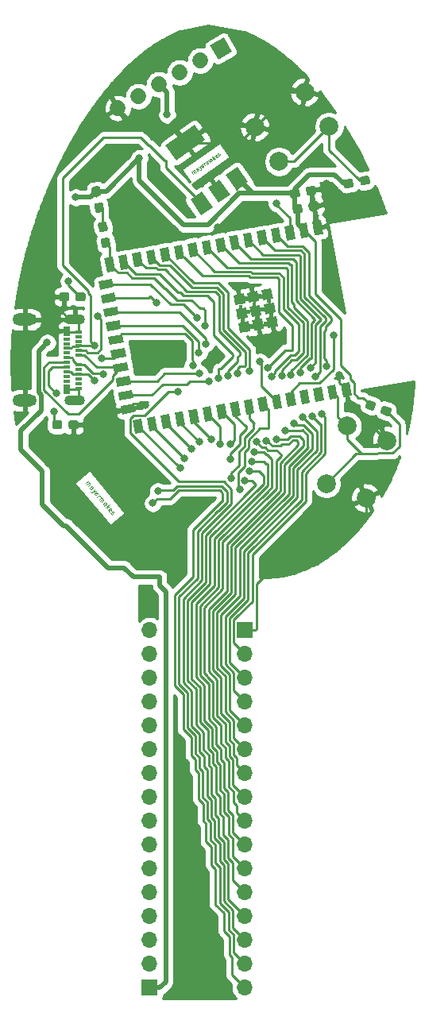
<source format=gbr>
G04 #@! TF.GenerationSoftware,KiCad,Pcbnew,5.1.5+dfsg1-2build2*
G04 #@! TF.CreationDate,2020-11-24T14:56:23+01:00*
G04 #@! TF.ProjectId,GreenEggs_and_Clem,47726565-6e45-4676-9773-5f616e645f43,v0.1*
G04 #@! TF.SameCoordinates,Original*
G04 #@! TF.FileFunction,Copper,L1,Top*
G04 #@! TF.FilePolarity,Positive*
%FSLAX46Y46*%
G04 Gerber Fmt 4.6, Leading zero omitted, Abs format (unit mm)*
G04 Created by KiCad (PCBNEW 5.1.5+dfsg1-2build2) date 2020-11-24 14:56:23*
%MOMM*%
%LPD*%
G04 APERTURE LIST*
%ADD10C,0.100000*%
%ADD11C,0.125000*%
%ADD12C,0.400000*%
%ADD13R,0.700000X0.300000*%
%ADD14R,0.700000X1.000000*%
%ADD15O,2.200000X1.100000*%
%ADD16O,2.600000X1.300000*%
%ADD17C,1.700000*%
%ADD18C,2.000000*%
%ADD19R,1.700000X1.700000*%
%ADD20O,1.700000X1.700000*%
%ADD21C,0.800000*%
%ADD22C,0.250000*%
%ADD23C,0.500000*%
%ADD24C,0.254000*%
G04 APERTURE END LIST*
D10*
X144346125Y-60237889D02*
X144193171Y-60019448D01*
X144215021Y-60050654D02*
X144219699Y-60024126D01*
X144239980Y-59986672D01*
X144286788Y-59953897D01*
X144328919Y-59947649D01*
X144366373Y-59967930D01*
X144486551Y-60139561D01*
X144366373Y-59967930D02*
X144360125Y-59925798D01*
X144380406Y-59888345D01*
X144427214Y-59855569D01*
X144469345Y-59849322D01*
X144506799Y-59869602D01*
X144626977Y-60041234D01*
X144923432Y-59833654D02*
X144803254Y-59662022D01*
X144765800Y-59641742D01*
X144723669Y-59647989D01*
X144661258Y-59691690D01*
X144640977Y-59729144D01*
X144912506Y-59818051D02*
X144892226Y-59855505D01*
X144814211Y-59910131D01*
X144772080Y-59916378D01*
X144734627Y-59896098D01*
X144712776Y-59864892D01*
X144706529Y-59822761D01*
X144726809Y-59785308D01*
X144804824Y-59730681D01*
X144825104Y-59693228D01*
X144895301Y-59527811D02*
X145126269Y-59691626D01*
X145051330Y-59418559D02*
X145126269Y-59691626D01*
X145149690Y-59791491D01*
X145145012Y-59818019D01*
X145124732Y-59855472D01*
X145443005Y-59446592D02*
X145422724Y-59484045D01*
X145360313Y-59527747D01*
X145318182Y-59533994D01*
X145280728Y-59513714D01*
X145193326Y-59388890D01*
X145187079Y-59346759D01*
X145207359Y-59309306D01*
X145269771Y-59265605D01*
X145311902Y-59259357D01*
X145349355Y-59279638D01*
X145371206Y-59310844D01*
X145237027Y-59451302D01*
X145609959Y-59352942D02*
X145457005Y-59134502D01*
X145500706Y-59196913D02*
X145494459Y-59154782D01*
X145499136Y-59128254D01*
X145519417Y-59090801D01*
X145550623Y-59068950D01*
X145812797Y-59210914D02*
X145659843Y-58992473D01*
X145681694Y-59023679D02*
X145686371Y-58997151D01*
X145706652Y-58959698D01*
X145753460Y-58926922D01*
X145795591Y-58920674D01*
X145833045Y-58940955D01*
X145953223Y-59112586D01*
X145833045Y-58940955D02*
X145826797Y-58898824D01*
X145847078Y-58861370D01*
X145893886Y-58828594D01*
X145936018Y-58822347D01*
X145973471Y-58842627D01*
X146093649Y-59014259D01*
X146390104Y-58806679D02*
X146269926Y-58635047D01*
X146232473Y-58614767D01*
X146190342Y-58621014D01*
X146127930Y-58664715D01*
X146107649Y-58702169D01*
X146379179Y-58791076D02*
X146358898Y-58828530D01*
X146280884Y-58883156D01*
X146238753Y-58889404D01*
X146201299Y-58869123D01*
X146179449Y-58837917D01*
X146173201Y-58795786D01*
X146193482Y-58758333D01*
X146271496Y-58703706D01*
X146291777Y-58666253D01*
X146546133Y-58697426D02*
X146316702Y-58369766D01*
X146489937Y-58550753D02*
X146670956Y-58610024D01*
X146518002Y-58391584D02*
X146480581Y-58603809D01*
X146925280Y-58408692D02*
X146904999Y-58446145D01*
X146842588Y-58489846D01*
X146800457Y-58496094D01*
X146763003Y-58475813D01*
X146675601Y-58350990D01*
X146669354Y-58308859D01*
X146689634Y-58271406D01*
X146752046Y-58227705D01*
X146794177Y-58221457D01*
X146831630Y-58241738D01*
X146853481Y-58272943D01*
X146719302Y-58413402D01*
X147065706Y-58310364D02*
X147107837Y-58304117D01*
X147170249Y-58260416D01*
X147190529Y-58222962D01*
X147184282Y-58180831D01*
X147173356Y-58165228D01*
X147135903Y-58144948D01*
X147093772Y-58151195D01*
X147046963Y-58183971D01*
X147004832Y-58190219D01*
X146967379Y-58169938D01*
X146956453Y-58154335D01*
X146950206Y-58112204D01*
X146970486Y-58074751D01*
X147017295Y-58041975D01*
X147059426Y-58035728D01*
D11*
X132856369Y-93216509D02*
X133111717Y-93002247D01*
X133075239Y-93032856D02*
X133108782Y-93035790D01*
X133157630Y-93056964D01*
X133203544Y-93111682D01*
X133215914Y-93163465D01*
X133194740Y-93212313D01*
X132994109Y-93380662D01*
X133194740Y-93212313D02*
X133246522Y-93199943D01*
X133295371Y-93221117D01*
X133341284Y-93275834D01*
X133353654Y-93327617D01*
X133332480Y-93376465D01*
X133131849Y-93544814D01*
X133422634Y-93891358D02*
X133623265Y-93723009D01*
X133644439Y-93674161D01*
X133632069Y-93622378D01*
X133570851Y-93549421D01*
X133522003Y-93528248D01*
X133440873Y-93876054D02*
X133392025Y-93854880D01*
X133315503Y-93763684D01*
X133303133Y-93711901D01*
X133324307Y-93663053D01*
X133360785Y-93632444D01*
X133412568Y-93620074D01*
X133461416Y-93641248D01*
X133537938Y-93732444D01*
X133586786Y-93753618D01*
X133800418Y-93823009D02*
X133621592Y-94128467D01*
X133953463Y-94005400D02*
X133621592Y-94128467D01*
X133499787Y-94168511D01*
X133466244Y-94165576D01*
X133417396Y-94144403D01*
X133961225Y-94496185D02*
X133912377Y-94475011D01*
X133851159Y-94402054D01*
X133838789Y-94350272D01*
X133859963Y-94301424D01*
X134005876Y-94178988D01*
X134057659Y-94166618D01*
X134106507Y-94187792D01*
X134167725Y-94260748D01*
X134180095Y-94312531D01*
X134158921Y-94361379D01*
X134122443Y-94391988D01*
X133932920Y-94240206D01*
X134096031Y-94693881D02*
X134351379Y-94479618D01*
X134278422Y-94540836D02*
X134330205Y-94528466D01*
X134363749Y-94531401D01*
X134412597Y-94552575D01*
X134443206Y-94589053D01*
X134294989Y-94930990D02*
X134550337Y-94716727D01*
X134513859Y-94747336D02*
X134547402Y-94750271D01*
X134596250Y-94771445D01*
X134642164Y-94826162D01*
X134654533Y-94877945D01*
X134633360Y-94926793D01*
X134432729Y-95095142D01*
X134633360Y-94926793D02*
X134685142Y-94914423D01*
X134733990Y-94935597D01*
X134779904Y-94990315D01*
X134792274Y-95042097D01*
X134771100Y-95090945D01*
X134570469Y-95259295D01*
X134861254Y-95605838D02*
X135061885Y-95437489D01*
X135083059Y-95388641D01*
X135070689Y-95336858D01*
X135009471Y-95263902D01*
X134960623Y-95242728D01*
X134879493Y-95590534D02*
X134830645Y-95569360D01*
X134754123Y-95478164D01*
X134741753Y-95426382D01*
X134762927Y-95377534D01*
X134799405Y-95346925D01*
X134851188Y-95334555D01*
X134900036Y-95355729D01*
X134976558Y-95446924D01*
X135025406Y-95468098D01*
X135014299Y-95788230D02*
X135397321Y-95466836D01*
X135190821Y-95702273D02*
X135136734Y-95934143D01*
X135392083Y-95719881D02*
X135123734Y-95696403D01*
X135415149Y-96228904D02*
X135366301Y-96207731D01*
X135305084Y-96134774D01*
X135292714Y-96082991D01*
X135313888Y-96034143D01*
X135459801Y-95911707D01*
X135511584Y-95899338D01*
X135560432Y-95920511D01*
X135621650Y-95993468D01*
X135634019Y-96045251D01*
X135612845Y-96094099D01*
X135576367Y-96124708D01*
X135386844Y-95972925D01*
X135552890Y-96393057D02*
X135565259Y-96444840D01*
X135626477Y-96517796D01*
X135675325Y-96538970D01*
X135727108Y-96526600D01*
X135745347Y-96511296D01*
X135766521Y-96462448D01*
X135754151Y-96410665D01*
X135708238Y-96355947D01*
X135695868Y-96304165D01*
X135717042Y-96255317D01*
X135735281Y-96240012D01*
X135787064Y-96227642D01*
X135835912Y-96248816D01*
X135881825Y-96303534D01*
X135894195Y-96355316D01*
G04 #@! TA.AperFunction,SMDPad,CuDef*
D10*
G36*
X150356967Y-74390623D02*
G01*
X151440256Y-74199610D01*
X151631269Y-75282899D01*
X150547980Y-75473912D01*
X150356967Y-74390623D01*
G37*
G04 #@! TD.AperFunction*
G04 #@! TA.AperFunction,SMDPad,CuDef*
G36*
X157035640Y-65333283D02*
G01*
X157921967Y-65177000D01*
X158182440Y-66654211D01*
X157296113Y-66810494D01*
X157035640Y-65333283D01*
G37*
G04 #@! TD.AperFunction*
G04 #@! TA.AperFunction,SMDPad,CuDef*
G36*
X155558429Y-65593755D02*
G01*
X156444756Y-65437472D01*
X156705229Y-66914683D01*
X155818902Y-67070966D01*
X155558429Y-65593755D01*
G37*
G04 #@! TD.AperFunction*
G04 #@! TA.AperFunction,SMDPad,CuDef*
G36*
X154081217Y-65854227D02*
G01*
X154967544Y-65697944D01*
X155228017Y-67175155D01*
X154341690Y-67331438D01*
X154081217Y-65854227D01*
G37*
G04 #@! TD.AperFunction*
G04 #@! TA.AperFunction,SMDPad,CuDef*
G36*
X152604006Y-66114700D02*
G01*
X153490333Y-65958417D01*
X153750806Y-67435628D01*
X152864479Y-67591911D01*
X152604006Y-66114700D01*
G37*
G04 #@! TD.AperFunction*
G04 #@! TA.AperFunction,SMDPad,CuDef*
G36*
X151126794Y-66375172D02*
G01*
X152013121Y-66218889D01*
X152273594Y-67696100D01*
X151387267Y-67852383D01*
X151126794Y-66375172D01*
G37*
G04 #@! TD.AperFunction*
G04 #@! TA.AperFunction,SMDPad,CuDef*
G36*
X149649582Y-66635644D02*
G01*
X150535909Y-66479361D01*
X150796382Y-67956572D01*
X149910055Y-68112855D01*
X149649582Y-66635644D01*
G37*
G04 #@! TD.AperFunction*
G04 #@! TA.AperFunction,SMDPad,CuDef*
G36*
X148172371Y-66896116D02*
G01*
X149058698Y-66739833D01*
X149319171Y-68217044D01*
X148432844Y-68373327D01*
X148172371Y-66896116D01*
G37*
G04 #@! TD.AperFunction*
G04 #@! TA.AperFunction,SMDPad,CuDef*
G36*
X146695159Y-67156589D02*
G01*
X147581486Y-67000306D01*
X147841959Y-68477517D01*
X146955632Y-68633800D01*
X146695159Y-67156589D01*
G37*
G04 #@! TD.AperFunction*
G04 #@! TA.AperFunction,SMDPad,CuDef*
G36*
X145217947Y-67417061D02*
G01*
X146104274Y-67260778D01*
X146364747Y-68737989D01*
X145478420Y-68894272D01*
X145217947Y-67417061D01*
G37*
G04 #@! TD.AperFunction*
G04 #@! TA.AperFunction,SMDPad,CuDef*
G36*
X143740736Y-67677533D02*
G01*
X144627063Y-67521250D01*
X144887536Y-68998461D01*
X144001209Y-69154744D01*
X143740736Y-67677533D01*
G37*
G04 #@! TD.AperFunction*
G04 #@! TA.AperFunction,SMDPad,CuDef*
G36*
X142263524Y-67938005D02*
G01*
X143149851Y-67781722D01*
X143410324Y-69258933D01*
X142523997Y-69415216D01*
X142263524Y-67938005D01*
G37*
G04 #@! TD.AperFunction*
G04 #@! TA.AperFunction,SMDPad,CuDef*
G36*
X140786313Y-68198478D02*
G01*
X141672640Y-68042195D01*
X141933113Y-69519406D01*
X141046786Y-69675689D01*
X140786313Y-68198478D01*
G37*
G04 #@! TD.AperFunction*
G04 #@! TA.AperFunction,SMDPad,CuDef*
G36*
X139309101Y-68458950D02*
G01*
X140195428Y-68302667D01*
X140455901Y-69779878D01*
X139569574Y-69936161D01*
X139309101Y-68458950D01*
G37*
G04 #@! TD.AperFunction*
G04 #@! TA.AperFunction,SMDPad,CuDef*
G36*
X137831889Y-68719422D02*
G01*
X138718216Y-68563139D01*
X138978689Y-70040350D01*
X138092362Y-70196633D01*
X137831889Y-68719422D01*
G37*
G04 #@! TD.AperFunction*
G04 #@! TA.AperFunction,SMDPad,CuDef*
G36*
X136354678Y-68979894D02*
G01*
X137241005Y-68823611D01*
X137501478Y-70300822D01*
X136615151Y-70457105D01*
X136354678Y-68979894D01*
G37*
G04 #@! TD.AperFunction*
G04 #@! TA.AperFunction,SMDPad,CuDef*
G36*
X134877466Y-69240367D02*
G01*
X135763793Y-69084084D01*
X136024266Y-70561295D01*
X135137939Y-70717578D01*
X134877466Y-69240367D01*
G37*
G04 #@! TD.AperFunction*
G04 #@! TA.AperFunction,SMDPad,CuDef*
G36*
X160074484Y-82567418D02*
G01*
X160960811Y-82411135D01*
X161221284Y-83888346D01*
X160334957Y-84044629D01*
X160074484Y-82567418D01*
G37*
G04 #@! TD.AperFunction*
G04 #@! TA.AperFunction,SMDPad,CuDef*
G36*
X158597272Y-82827891D02*
G01*
X159483599Y-82671608D01*
X159744072Y-84148819D01*
X158857745Y-84305102D01*
X158597272Y-82827891D01*
G37*
G04 #@! TD.AperFunction*
G04 #@! TA.AperFunction,SMDPad,CuDef*
G36*
X157120060Y-83088363D02*
G01*
X158006387Y-82932080D01*
X158266860Y-84409291D01*
X157380533Y-84565574D01*
X157120060Y-83088363D01*
G37*
G04 #@! TD.AperFunction*
G04 #@! TA.AperFunction,SMDPad,CuDef*
G36*
X155642849Y-83348835D02*
G01*
X156529176Y-83192552D01*
X156789649Y-84669763D01*
X155903322Y-84826046D01*
X155642849Y-83348835D01*
G37*
G04 #@! TD.AperFunction*
G04 #@! TA.AperFunction,SMDPad,CuDef*
G36*
X154165637Y-83609307D02*
G01*
X155051964Y-83453024D01*
X155312437Y-84930235D01*
X154426110Y-85086518D01*
X154165637Y-83609307D01*
G37*
G04 #@! TD.AperFunction*
G04 #@! TA.AperFunction,SMDPad,CuDef*
G36*
X152688425Y-83869780D02*
G01*
X153574752Y-83713497D01*
X153835225Y-85190708D01*
X152948898Y-85346991D01*
X152688425Y-83869780D01*
G37*
G04 #@! TD.AperFunction*
G04 #@! TA.AperFunction,SMDPad,CuDef*
G36*
X151211214Y-84130252D02*
G01*
X152097541Y-83973969D01*
X152358014Y-85451180D01*
X151471687Y-85607463D01*
X151211214Y-84130252D01*
G37*
G04 #@! TD.AperFunction*
G04 #@! TA.AperFunction,SMDPad,CuDef*
G36*
X149734002Y-84390724D02*
G01*
X150620329Y-84234441D01*
X150880802Y-85711652D01*
X149994475Y-85867935D01*
X149734002Y-84390724D01*
G37*
G04 #@! TD.AperFunction*
G04 #@! TA.AperFunction,SMDPad,CuDef*
G36*
X148256791Y-84651197D02*
G01*
X149143118Y-84494914D01*
X149403591Y-85972125D01*
X148517264Y-86128408D01*
X148256791Y-84651197D01*
G37*
G04 #@! TD.AperFunction*
G04 #@! TA.AperFunction,SMDPad,CuDef*
G36*
X146779579Y-84911669D02*
G01*
X147665906Y-84755386D01*
X147926379Y-86232597D01*
X147040052Y-86388880D01*
X146779579Y-84911669D01*
G37*
G04 #@! TD.AperFunction*
G04 #@! TA.AperFunction,SMDPad,CuDef*
G36*
X145302367Y-85172141D02*
G01*
X146188694Y-85015858D01*
X146449167Y-86493069D01*
X145562840Y-86649352D01*
X145302367Y-85172141D01*
G37*
G04 #@! TD.AperFunction*
G04 #@! TA.AperFunction,SMDPad,CuDef*
G36*
X143825156Y-85432613D02*
G01*
X144711483Y-85276330D01*
X144971956Y-86753541D01*
X144085629Y-86909824D01*
X143825156Y-85432613D01*
G37*
G04 #@! TD.AperFunction*
G04 #@! TA.AperFunction,SMDPad,CuDef*
G36*
X142347944Y-85693086D02*
G01*
X143234271Y-85536803D01*
X143494744Y-87014014D01*
X142608417Y-87170297D01*
X142347944Y-85693086D01*
G37*
G04 #@! TD.AperFunction*
G04 #@! TA.AperFunction,SMDPad,CuDef*
G36*
X140870732Y-85953558D02*
G01*
X141757059Y-85797275D01*
X142017532Y-87274486D01*
X141131205Y-87430769D01*
X140870732Y-85953558D01*
G37*
G04 #@! TD.AperFunction*
G04 #@! TA.AperFunction,SMDPad,CuDef*
G36*
X139393521Y-86214030D02*
G01*
X140279848Y-86057747D01*
X140540321Y-87534958D01*
X139653994Y-87691241D01*
X139393521Y-86214030D01*
G37*
G04 #@! TD.AperFunction*
G04 #@! TA.AperFunction,SMDPad,CuDef*
G36*
X137916309Y-86474502D02*
G01*
X138802636Y-86318219D01*
X139063109Y-87795430D01*
X138176782Y-87951713D01*
X137916309Y-86474502D01*
G37*
G04 #@! TD.AperFunction*
G04 #@! TA.AperFunction,SMDPad,CuDef*
G36*
X134242810Y-71687755D02*
G01*
X135720021Y-71427282D01*
X135876304Y-72313609D01*
X134399093Y-72574082D01*
X134242810Y-71687755D01*
G37*
G04 #@! TD.AperFunction*
G04 #@! TA.AperFunction,SMDPad,CuDef*
G36*
X134503282Y-73164967D02*
G01*
X135980493Y-72904494D01*
X136136776Y-73790821D01*
X134659565Y-74051294D01*
X134503282Y-73164967D01*
G37*
G04 #@! TD.AperFunction*
G04 #@! TA.AperFunction,SMDPad,CuDef*
G36*
X134763754Y-74642179D02*
G01*
X136240965Y-74381706D01*
X136397248Y-75268033D01*
X134920037Y-75528506D01*
X134763754Y-74642179D01*
G37*
G04 #@! TD.AperFunction*
G04 #@! TA.AperFunction,SMDPad,CuDef*
G36*
X135024226Y-76119390D02*
G01*
X136501437Y-75858917D01*
X136657720Y-76745244D01*
X135180509Y-77005717D01*
X135024226Y-76119390D01*
G37*
G04 #@! TD.AperFunction*
G04 #@! TA.AperFunction,SMDPad,CuDef*
G36*
X135284699Y-77596602D02*
G01*
X136761910Y-77336129D01*
X136918193Y-78222456D01*
X135440982Y-78482929D01*
X135284699Y-77596602D01*
G37*
G04 #@! TD.AperFunction*
G04 #@! TA.AperFunction,SMDPad,CuDef*
G36*
X135545171Y-79073814D02*
G01*
X137022382Y-78813341D01*
X137178665Y-79699668D01*
X135701454Y-79960141D01*
X135545171Y-79073814D01*
G37*
G04 #@! TD.AperFunction*
G04 #@! TA.AperFunction,SMDPad,CuDef*
G36*
X135805643Y-80551025D02*
G01*
X137282854Y-80290552D01*
X137439137Y-81176879D01*
X135961926Y-81437352D01*
X135805643Y-80551025D01*
G37*
G04 #@! TD.AperFunction*
G04 #@! TA.AperFunction,SMDPad,CuDef*
G36*
X136066115Y-82028237D02*
G01*
X137543326Y-81767764D01*
X137699609Y-82654091D01*
X136222398Y-82914564D01*
X136066115Y-82028237D01*
G37*
G04 #@! TD.AperFunction*
G04 #@! TA.AperFunction,SMDPad,CuDef*
G36*
X136326588Y-83505448D02*
G01*
X137803799Y-83244975D01*
X137960082Y-84131302D01*
X136482871Y-84391775D01*
X136326588Y-83505448D01*
G37*
G04 #@! TD.AperFunction*
G04 #@! TA.AperFunction,SMDPad,CuDef*
G36*
X136587060Y-84982660D02*
G01*
X138064271Y-84722187D01*
X138220554Y-85608514D01*
X136743343Y-85868987D01*
X136587060Y-84982660D01*
G37*
G04 #@! TD.AperFunction*
G04 #@! TA.AperFunction,SMDPad,CuDef*
G36*
X150096495Y-72913412D02*
G01*
X151179784Y-72722399D01*
X151370797Y-73805688D01*
X150287508Y-73996701D01*
X150096495Y-72913412D01*
G37*
G04 #@! TD.AperFunction*
G04 #@! TA.AperFunction,SMDPad,CuDef*
G36*
X150617440Y-75867835D02*
G01*
X151700729Y-75676822D01*
X151891742Y-76760111D01*
X150808453Y-76951124D01*
X150617440Y-75867835D01*
G37*
G04 #@! TD.AperFunction*
G04 #@! TA.AperFunction,SMDPad,CuDef*
G36*
X148619283Y-73173884D02*
G01*
X149702572Y-72982871D01*
X149893585Y-74066160D01*
X148810296Y-74257173D01*
X148619283Y-73173884D01*
G37*
G04 #@! TD.AperFunction*
G04 #@! TA.AperFunction,SMDPad,CuDef*
G36*
X148879756Y-74651095D02*
G01*
X149963045Y-74460082D01*
X150154058Y-75543371D01*
X149070769Y-75734384D01*
X148879756Y-74651095D01*
G37*
G04 #@! TD.AperFunction*
G04 #@! TA.AperFunction,SMDPad,CuDef*
G36*
X149140228Y-76128307D02*
G01*
X150223517Y-75937294D01*
X150414530Y-77020583D01*
X149331241Y-77211596D01*
X149140228Y-76128307D01*
G37*
G04 #@! TD.AperFunction*
G04 #@! TA.AperFunction,SMDPad,CuDef*
G36*
X151573707Y-72652939D02*
G01*
X152656996Y-72461926D01*
X152848009Y-73545215D01*
X151764720Y-73736228D01*
X151573707Y-72652939D01*
G37*
G04 #@! TD.AperFunction*
G04 #@! TA.AperFunction,SMDPad,CuDef*
G36*
X151834179Y-74130151D02*
G01*
X152917468Y-73939138D01*
X153108481Y-75022427D01*
X152025192Y-75213440D01*
X151834179Y-74130151D01*
G37*
G04 #@! TD.AperFunction*
G04 #@! TA.AperFunction,SMDPad,CuDef*
G36*
X152094651Y-75607363D02*
G01*
X153177940Y-75416350D01*
X153368953Y-76499639D01*
X152285664Y-76690652D01*
X152094651Y-75607363D01*
G37*
G04 #@! TD.AperFunction*
D12*
X151732724Y-74706525D03*
X151472252Y-73229313D03*
X151993196Y-76183737D03*
X149995040Y-73489786D03*
X150255512Y-74966997D03*
X150515985Y-76444209D03*
X152341094Y-73837683D03*
X152601566Y-75314895D03*
X150863882Y-74098155D03*
X151124354Y-75575367D03*
X149386671Y-74358628D03*
X149647143Y-75835839D03*
G04 #@! TA.AperFunction,SMDPad,CuDef*
D10*
G36*
X157462028Y-63158450D02*
G01*
X157485002Y-63162372D01*
X157507482Y-63168527D01*
X157529250Y-63176855D01*
X157550097Y-63187278D01*
X157569822Y-63199693D01*
X157588235Y-63213982D01*
X157605159Y-63230008D01*
X157620431Y-63247614D01*
X157633903Y-63266633D01*
X157645447Y-63286881D01*
X157654950Y-63308163D01*
X157662321Y-63330274D01*
X157667490Y-63353001D01*
X157749973Y-63820785D01*
X157752889Y-63843909D01*
X157753524Y-63867207D01*
X157751873Y-63890456D01*
X157747951Y-63913430D01*
X157741796Y-63935910D01*
X157733467Y-63957678D01*
X157723045Y-63978525D01*
X157710630Y-63998250D01*
X157696340Y-64016664D01*
X157680315Y-64033587D01*
X157662709Y-64048859D01*
X157643690Y-64062331D01*
X157623442Y-64073875D01*
X157602160Y-64083378D01*
X157580049Y-64090749D01*
X157557323Y-64095918D01*
X156991058Y-64195766D01*
X156967934Y-64198682D01*
X156944635Y-64199317D01*
X156921386Y-64197666D01*
X156898412Y-64193744D01*
X156875932Y-64187589D01*
X156854164Y-64179261D01*
X156833317Y-64168838D01*
X156813592Y-64156423D01*
X156795179Y-64142134D01*
X156778255Y-64126108D01*
X156762983Y-64108502D01*
X156749511Y-64089483D01*
X156737967Y-64069235D01*
X156728464Y-64047953D01*
X156721093Y-64025842D01*
X156715924Y-64003115D01*
X156633441Y-63535331D01*
X156630525Y-63512207D01*
X156629890Y-63488909D01*
X156631541Y-63465660D01*
X156635463Y-63442686D01*
X156641618Y-63420206D01*
X156649947Y-63398438D01*
X156660369Y-63377591D01*
X156672784Y-63357866D01*
X156687074Y-63339452D01*
X156703099Y-63322529D01*
X156720705Y-63307257D01*
X156739724Y-63293785D01*
X156759972Y-63282241D01*
X156781254Y-63272738D01*
X156803365Y-63265367D01*
X156826091Y-63260198D01*
X157392356Y-63160350D01*
X157415480Y-63157434D01*
X157438779Y-63156799D01*
X157462028Y-63158450D01*
G37*
G04 #@! TD.AperFunction*
G04 #@! TA.AperFunction,SMDPad,CuDef*
G36*
X155738614Y-63462334D02*
G01*
X155761588Y-63466256D01*
X155784068Y-63472411D01*
X155805836Y-63480739D01*
X155826683Y-63491162D01*
X155846408Y-63503577D01*
X155864821Y-63517866D01*
X155881745Y-63533892D01*
X155897017Y-63551498D01*
X155910489Y-63570517D01*
X155922033Y-63590765D01*
X155931536Y-63612047D01*
X155938907Y-63634158D01*
X155944076Y-63656885D01*
X156026559Y-64124669D01*
X156029475Y-64147793D01*
X156030110Y-64171091D01*
X156028459Y-64194340D01*
X156024537Y-64217314D01*
X156018382Y-64239794D01*
X156010053Y-64261562D01*
X155999631Y-64282409D01*
X155987216Y-64302134D01*
X155972926Y-64320548D01*
X155956901Y-64337471D01*
X155939295Y-64352743D01*
X155920276Y-64366215D01*
X155900028Y-64377759D01*
X155878746Y-64387262D01*
X155856635Y-64394633D01*
X155833909Y-64399802D01*
X155267644Y-64499650D01*
X155244520Y-64502566D01*
X155221221Y-64503201D01*
X155197972Y-64501550D01*
X155174998Y-64497628D01*
X155152518Y-64491473D01*
X155130750Y-64483145D01*
X155109903Y-64472722D01*
X155090178Y-64460307D01*
X155071765Y-64446018D01*
X155054841Y-64429992D01*
X155039569Y-64412386D01*
X155026097Y-64393367D01*
X155014553Y-64373119D01*
X155005050Y-64351837D01*
X154997679Y-64329726D01*
X154992510Y-64306999D01*
X154910027Y-63839215D01*
X154907111Y-63816091D01*
X154906476Y-63792793D01*
X154908127Y-63769544D01*
X154912049Y-63746570D01*
X154918204Y-63724090D01*
X154926533Y-63702322D01*
X154936955Y-63681475D01*
X154949370Y-63661750D01*
X154963660Y-63643336D01*
X154979685Y-63626413D01*
X154997291Y-63611141D01*
X155016310Y-63597669D01*
X155036558Y-63586125D01*
X155057840Y-63576622D01*
X155079951Y-63569251D01*
X155102677Y-63564082D01*
X155668942Y-63464234D01*
X155692066Y-63461318D01*
X155715365Y-63460683D01*
X155738614Y-63462334D01*
G37*
G04 #@! TD.AperFunction*
G04 #@! TA.AperFunction,SMDPad,CuDef*
G36*
X155428614Y-61802334D02*
G01*
X155451588Y-61806256D01*
X155474068Y-61812411D01*
X155495836Y-61820739D01*
X155516683Y-61831162D01*
X155536408Y-61843577D01*
X155554821Y-61857866D01*
X155571745Y-61873892D01*
X155587017Y-61891498D01*
X155600489Y-61910517D01*
X155612033Y-61930765D01*
X155621536Y-61952047D01*
X155628907Y-61974158D01*
X155634076Y-61996885D01*
X155716559Y-62464669D01*
X155719475Y-62487793D01*
X155720110Y-62511091D01*
X155718459Y-62534340D01*
X155714537Y-62557314D01*
X155708382Y-62579794D01*
X155700053Y-62601562D01*
X155689631Y-62622409D01*
X155677216Y-62642134D01*
X155662926Y-62660548D01*
X155646901Y-62677471D01*
X155629295Y-62692743D01*
X155610276Y-62706215D01*
X155590028Y-62717759D01*
X155568746Y-62727262D01*
X155546635Y-62734633D01*
X155523909Y-62739802D01*
X154957644Y-62839650D01*
X154934520Y-62842566D01*
X154911221Y-62843201D01*
X154887972Y-62841550D01*
X154864998Y-62837628D01*
X154842518Y-62831473D01*
X154820750Y-62823145D01*
X154799903Y-62812722D01*
X154780178Y-62800307D01*
X154761765Y-62786018D01*
X154744841Y-62769992D01*
X154729569Y-62752386D01*
X154716097Y-62733367D01*
X154704553Y-62713119D01*
X154695050Y-62691837D01*
X154687679Y-62669726D01*
X154682510Y-62646999D01*
X154600027Y-62179215D01*
X154597111Y-62156091D01*
X154596476Y-62132793D01*
X154598127Y-62109544D01*
X154602049Y-62086570D01*
X154608204Y-62064090D01*
X154616533Y-62042322D01*
X154626955Y-62021475D01*
X154639370Y-62001750D01*
X154653660Y-61983336D01*
X154669685Y-61966413D01*
X154687291Y-61951141D01*
X154706310Y-61937669D01*
X154726558Y-61926125D01*
X154747840Y-61916622D01*
X154769951Y-61909251D01*
X154792677Y-61904082D01*
X155358942Y-61804234D01*
X155382066Y-61801318D01*
X155405365Y-61800683D01*
X155428614Y-61802334D01*
G37*
G04 #@! TD.AperFunction*
G04 #@! TA.AperFunction,SMDPad,CuDef*
G36*
X157152028Y-61498450D02*
G01*
X157175002Y-61502372D01*
X157197482Y-61508527D01*
X157219250Y-61516855D01*
X157240097Y-61527278D01*
X157259822Y-61539693D01*
X157278235Y-61553982D01*
X157295159Y-61570008D01*
X157310431Y-61587614D01*
X157323903Y-61606633D01*
X157335447Y-61626881D01*
X157344950Y-61648163D01*
X157352321Y-61670274D01*
X157357490Y-61693001D01*
X157439973Y-62160785D01*
X157442889Y-62183909D01*
X157443524Y-62207207D01*
X157441873Y-62230456D01*
X157437951Y-62253430D01*
X157431796Y-62275910D01*
X157423467Y-62297678D01*
X157413045Y-62318525D01*
X157400630Y-62338250D01*
X157386340Y-62356664D01*
X157370315Y-62373587D01*
X157352709Y-62388859D01*
X157333690Y-62402331D01*
X157313442Y-62413875D01*
X157292160Y-62423378D01*
X157270049Y-62430749D01*
X157247323Y-62435918D01*
X156681058Y-62535766D01*
X156657934Y-62538682D01*
X156634635Y-62539317D01*
X156611386Y-62537666D01*
X156588412Y-62533744D01*
X156565932Y-62527589D01*
X156544164Y-62519261D01*
X156523317Y-62508838D01*
X156503592Y-62496423D01*
X156485179Y-62482134D01*
X156468255Y-62466108D01*
X156452983Y-62448502D01*
X156439511Y-62429483D01*
X156427967Y-62409235D01*
X156418464Y-62387953D01*
X156411093Y-62365842D01*
X156405924Y-62343115D01*
X156323441Y-61875331D01*
X156320525Y-61852207D01*
X156319890Y-61828909D01*
X156321541Y-61805660D01*
X156325463Y-61782686D01*
X156331618Y-61760206D01*
X156339947Y-61738438D01*
X156350369Y-61717591D01*
X156362784Y-61697866D01*
X156377074Y-61679452D01*
X156393099Y-61662529D01*
X156410705Y-61647257D01*
X156429724Y-61633785D01*
X156449972Y-61622241D01*
X156471254Y-61612738D01*
X156493365Y-61605367D01*
X156516091Y-61600198D01*
X157082356Y-61500350D01*
X157105480Y-61497434D01*
X157128779Y-61496799D01*
X157152028Y-61498450D01*
G37*
G04 #@! TD.AperFunction*
G04 #@! TA.AperFunction,SMDPad,CuDef*
G36*
X134524340Y-63271541D02*
G01*
X134547314Y-63275463D01*
X134569794Y-63281618D01*
X134591562Y-63289947D01*
X134612409Y-63300369D01*
X134632134Y-63312784D01*
X134650548Y-63327074D01*
X134667471Y-63343099D01*
X134682743Y-63360705D01*
X134696215Y-63379724D01*
X134707759Y-63399972D01*
X134717262Y-63421254D01*
X134724633Y-63443365D01*
X134729802Y-63466091D01*
X134829650Y-64032356D01*
X134832566Y-64055480D01*
X134833201Y-64078779D01*
X134831550Y-64102028D01*
X134827628Y-64125002D01*
X134821473Y-64147482D01*
X134813145Y-64169250D01*
X134802722Y-64190097D01*
X134790307Y-64209822D01*
X134776018Y-64228235D01*
X134759992Y-64245159D01*
X134742386Y-64260431D01*
X134723367Y-64273903D01*
X134703119Y-64285447D01*
X134681837Y-64294950D01*
X134659726Y-64302321D01*
X134636999Y-64307490D01*
X134169215Y-64389973D01*
X134146091Y-64392889D01*
X134122793Y-64393524D01*
X134099544Y-64391873D01*
X134076570Y-64387951D01*
X134054090Y-64381796D01*
X134032322Y-64373467D01*
X134011475Y-64363045D01*
X133991750Y-64350630D01*
X133973336Y-64336340D01*
X133956413Y-64320315D01*
X133941141Y-64302709D01*
X133927669Y-64283690D01*
X133916125Y-64263442D01*
X133906622Y-64242160D01*
X133899251Y-64220049D01*
X133894082Y-64197323D01*
X133794234Y-63631058D01*
X133791318Y-63607934D01*
X133790683Y-63584635D01*
X133792334Y-63561386D01*
X133796256Y-63538412D01*
X133802411Y-63515932D01*
X133810739Y-63494164D01*
X133821162Y-63473317D01*
X133833577Y-63453592D01*
X133847866Y-63435179D01*
X133863892Y-63418255D01*
X133881498Y-63402983D01*
X133900517Y-63389511D01*
X133920765Y-63377967D01*
X133942047Y-63368464D01*
X133964158Y-63361093D01*
X133986885Y-63355924D01*
X134454669Y-63273441D01*
X134477793Y-63270525D01*
X134501091Y-63269890D01*
X134524340Y-63271541D01*
G37*
G04 #@! TD.AperFunction*
G04 #@! TA.AperFunction,SMDPad,CuDef*
G36*
X134220456Y-61548127D02*
G01*
X134243430Y-61552049D01*
X134265910Y-61558204D01*
X134287678Y-61566533D01*
X134308525Y-61576955D01*
X134328250Y-61589370D01*
X134346664Y-61603660D01*
X134363587Y-61619685D01*
X134378859Y-61637291D01*
X134392331Y-61656310D01*
X134403875Y-61676558D01*
X134413378Y-61697840D01*
X134420749Y-61719951D01*
X134425918Y-61742677D01*
X134525766Y-62308942D01*
X134528682Y-62332066D01*
X134529317Y-62355365D01*
X134527666Y-62378614D01*
X134523744Y-62401588D01*
X134517589Y-62424068D01*
X134509261Y-62445836D01*
X134498838Y-62466683D01*
X134486423Y-62486408D01*
X134472134Y-62504821D01*
X134456108Y-62521745D01*
X134438502Y-62537017D01*
X134419483Y-62550489D01*
X134399235Y-62562033D01*
X134377953Y-62571536D01*
X134355842Y-62578907D01*
X134333115Y-62584076D01*
X133865331Y-62666559D01*
X133842207Y-62669475D01*
X133818909Y-62670110D01*
X133795660Y-62668459D01*
X133772686Y-62664537D01*
X133750206Y-62658382D01*
X133728438Y-62650053D01*
X133707591Y-62639631D01*
X133687866Y-62627216D01*
X133669452Y-62612926D01*
X133652529Y-62596901D01*
X133637257Y-62579295D01*
X133623785Y-62560276D01*
X133612241Y-62540028D01*
X133602738Y-62518746D01*
X133595367Y-62496635D01*
X133590198Y-62473909D01*
X133490350Y-61907644D01*
X133487434Y-61884520D01*
X133486799Y-61861221D01*
X133488450Y-61837972D01*
X133492372Y-61814998D01*
X133498527Y-61792518D01*
X133506855Y-61770750D01*
X133517278Y-61749903D01*
X133529693Y-61730178D01*
X133543982Y-61711765D01*
X133560008Y-61694841D01*
X133577614Y-61679569D01*
X133596633Y-61666097D01*
X133616881Y-61654553D01*
X133638163Y-61645050D01*
X133660274Y-61637679D01*
X133683001Y-61632510D01*
X134150785Y-61550027D01*
X134173909Y-61547111D01*
X134197207Y-61546476D01*
X134220456Y-61548127D01*
G37*
G04 #@! TD.AperFunction*
D13*
X132150000Y-77080000D03*
X132150000Y-77580000D03*
X132150000Y-78080000D03*
X132150000Y-78580000D03*
X132150000Y-79080000D03*
X132150000Y-79580000D03*
X132150000Y-80580000D03*
X132150000Y-81080000D03*
X132150000Y-81580000D03*
X132150000Y-82080000D03*
X132150000Y-82580000D03*
X132150000Y-83080000D03*
D14*
X130850000Y-83180000D03*
D13*
X130850000Y-82330000D03*
X130850000Y-81830000D03*
X130850000Y-81330000D03*
X130850000Y-80830000D03*
X130850000Y-80330000D03*
X130850000Y-79830000D03*
X130850000Y-79330000D03*
X130850000Y-78830000D03*
X130850000Y-78330000D03*
X130850000Y-77830000D03*
D14*
X130850000Y-76980000D03*
D15*
X131740000Y-75760000D03*
X131740000Y-84400000D03*
D16*
X126380000Y-75760000D03*
X126380000Y-84400000D03*
G04 #@! TA.AperFunction,ComponentPad*
D10*
G36*
X146138878Y-46568878D02*
G01*
X147611122Y-45718878D01*
X148461122Y-47191122D01*
X146988878Y-48041122D01*
X146138878Y-46568878D01*
G37*
G04 #@! TD.AperFunction*
D17*
X145100295Y-48150000D02*
X145100295Y-48150000D01*
X142900591Y-49420000D02*
X142900591Y-49420000D01*
X140700886Y-50690000D02*
X140700886Y-50690000D01*
X138501182Y-51960000D02*
X138501182Y-51960000D01*
X136301477Y-53230000D02*
X136301477Y-53230000D01*
G04 #@! TA.AperFunction,SMDPad,CuDef*
D10*
G36*
X132640780Y-72866143D02*
G01*
X132663835Y-72869562D01*
X132686444Y-72875226D01*
X132708388Y-72883078D01*
X132729458Y-72893043D01*
X132749449Y-72905025D01*
X132768169Y-72918909D01*
X132785439Y-72934561D01*
X132801091Y-72951831D01*
X132814975Y-72970551D01*
X132826957Y-72990542D01*
X132836922Y-73011612D01*
X132844774Y-73033556D01*
X132850438Y-73056165D01*
X132853857Y-73079220D01*
X132855001Y-73102499D01*
X132855001Y-73577499D01*
X132853857Y-73600778D01*
X132850438Y-73623833D01*
X132844774Y-73646442D01*
X132836922Y-73668386D01*
X132826957Y-73689456D01*
X132814975Y-73709447D01*
X132801091Y-73728167D01*
X132785439Y-73745437D01*
X132768169Y-73761089D01*
X132749449Y-73774973D01*
X132729458Y-73786955D01*
X132708388Y-73796920D01*
X132686444Y-73804772D01*
X132663835Y-73810436D01*
X132640780Y-73813855D01*
X132617501Y-73814999D01*
X132042501Y-73814999D01*
X132019222Y-73813855D01*
X131996167Y-73810436D01*
X131973558Y-73804772D01*
X131951614Y-73796920D01*
X131930544Y-73786955D01*
X131910553Y-73774973D01*
X131891833Y-73761089D01*
X131874563Y-73745437D01*
X131858911Y-73728167D01*
X131845027Y-73709447D01*
X131833045Y-73689456D01*
X131823080Y-73668386D01*
X131815228Y-73646442D01*
X131809564Y-73623833D01*
X131806145Y-73600778D01*
X131805001Y-73577499D01*
X131805001Y-73102499D01*
X131806145Y-73079220D01*
X131809564Y-73056165D01*
X131815228Y-73033556D01*
X131823080Y-73011612D01*
X131833045Y-72990542D01*
X131845027Y-72970551D01*
X131858911Y-72951831D01*
X131874563Y-72934561D01*
X131891833Y-72918909D01*
X131910553Y-72905025D01*
X131930544Y-72893043D01*
X131951614Y-72883078D01*
X131973558Y-72875226D01*
X131996167Y-72869562D01*
X132019222Y-72866143D01*
X132042501Y-72864999D01*
X132617501Y-72864999D01*
X132640780Y-72866143D01*
G37*
G04 #@! TD.AperFunction*
G04 #@! TA.AperFunction,SMDPad,CuDef*
G36*
X130890780Y-72866143D02*
G01*
X130913835Y-72869562D01*
X130936444Y-72875226D01*
X130958388Y-72883078D01*
X130979458Y-72893043D01*
X130999449Y-72905025D01*
X131018169Y-72918909D01*
X131035439Y-72934561D01*
X131051091Y-72951831D01*
X131064975Y-72970551D01*
X131076957Y-72990542D01*
X131086922Y-73011612D01*
X131094774Y-73033556D01*
X131100438Y-73056165D01*
X131103857Y-73079220D01*
X131105001Y-73102499D01*
X131105001Y-73577499D01*
X131103857Y-73600778D01*
X131100438Y-73623833D01*
X131094774Y-73646442D01*
X131086922Y-73668386D01*
X131076957Y-73689456D01*
X131064975Y-73709447D01*
X131051091Y-73728167D01*
X131035439Y-73745437D01*
X131018169Y-73761089D01*
X130999449Y-73774973D01*
X130979458Y-73786955D01*
X130958388Y-73796920D01*
X130936444Y-73804772D01*
X130913835Y-73810436D01*
X130890780Y-73813855D01*
X130867501Y-73814999D01*
X130292501Y-73814999D01*
X130269222Y-73813855D01*
X130246167Y-73810436D01*
X130223558Y-73804772D01*
X130201614Y-73796920D01*
X130180544Y-73786955D01*
X130160553Y-73774973D01*
X130141833Y-73761089D01*
X130124563Y-73745437D01*
X130108911Y-73728167D01*
X130095027Y-73709447D01*
X130083045Y-73689456D01*
X130073080Y-73668386D01*
X130065228Y-73646442D01*
X130059564Y-73623833D01*
X130056145Y-73600778D01*
X130055001Y-73577499D01*
X130055001Y-73102499D01*
X130056145Y-73079220D01*
X130059564Y-73056165D01*
X130065228Y-73033556D01*
X130073080Y-73011612D01*
X130083045Y-72990542D01*
X130095027Y-72970551D01*
X130108911Y-72951831D01*
X130124563Y-72934561D01*
X130141833Y-72918909D01*
X130160553Y-72905025D01*
X130180544Y-72893043D01*
X130201614Y-72883078D01*
X130223558Y-72875226D01*
X130246167Y-72869562D01*
X130269222Y-72866143D01*
X130292501Y-72864999D01*
X130867501Y-72864999D01*
X130890780Y-72866143D01*
G37*
G04 #@! TD.AperFunction*
G04 #@! TA.AperFunction,SMDPad,CuDef*
G36*
X131895779Y-86506144D02*
G01*
X131918834Y-86509563D01*
X131941443Y-86515227D01*
X131963387Y-86523079D01*
X131984457Y-86533044D01*
X132004448Y-86545026D01*
X132023168Y-86558910D01*
X132040438Y-86574562D01*
X132056090Y-86591832D01*
X132069974Y-86610552D01*
X132081956Y-86630543D01*
X132091921Y-86651613D01*
X132099773Y-86673557D01*
X132105437Y-86696166D01*
X132108856Y-86719221D01*
X132110000Y-86742500D01*
X132110000Y-87217500D01*
X132108856Y-87240779D01*
X132105437Y-87263834D01*
X132099773Y-87286443D01*
X132091921Y-87308387D01*
X132081956Y-87329457D01*
X132069974Y-87349448D01*
X132056090Y-87368168D01*
X132040438Y-87385438D01*
X132023168Y-87401090D01*
X132004448Y-87414974D01*
X131984457Y-87426956D01*
X131963387Y-87436921D01*
X131941443Y-87444773D01*
X131918834Y-87450437D01*
X131895779Y-87453856D01*
X131872500Y-87455000D01*
X131297500Y-87455000D01*
X131274221Y-87453856D01*
X131251166Y-87450437D01*
X131228557Y-87444773D01*
X131206613Y-87436921D01*
X131185543Y-87426956D01*
X131165552Y-87414974D01*
X131146832Y-87401090D01*
X131129562Y-87385438D01*
X131113910Y-87368168D01*
X131100026Y-87349448D01*
X131088044Y-87329457D01*
X131078079Y-87308387D01*
X131070227Y-87286443D01*
X131064563Y-87263834D01*
X131061144Y-87240779D01*
X131060000Y-87217500D01*
X131060000Y-86742500D01*
X131061144Y-86719221D01*
X131064563Y-86696166D01*
X131070227Y-86673557D01*
X131078079Y-86651613D01*
X131088044Y-86630543D01*
X131100026Y-86610552D01*
X131113910Y-86591832D01*
X131129562Y-86574562D01*
X131146832Y-86558910D01*
X131165552Y-86545026D01*
X131185543Y-86533044D01*
X131206613Y-86523079D01*
X131228557Y-86515227D01*
X131251166Y-86509563D01*
X131274221Y-86506144D01*
X131297500Y-86505000D01*
X131872500Y-86505000D01*
X131895779Y-86506144D01*
G37*
G04 #@! TD.AperFunction*
G04 #@! TA.AperFunction,SMDPad,CuDef*
G36*
X130145779Y-86506144D02*
G01*
X130168834Y-86509563D01*
X130191443Y-86515227D01*
X130213387Y-86523079D01*
X130234457Y-86533044D01*
X130254448Y-86545026D01*
X130273168Y-86558910D01*
X130290438Y-86574562D01*
X130306090Y-86591832D01*
X130319974Y-86610552D01*
X130331956Y-86630543D01*
X130341921Y-86651613D01*
X130349773Y-86673557D01*
X130355437Y-86696166D01*
X130358856Y-86719221D01*
X130360000Y-86742500D01*
X130360000Y-87217500D01*
X130358856Y-87240779D01*
X130355437Y-87263834D01*
X130349773Y-87286443D01*
X130341921Y-87308387D01*
X130331956Y-87329457D01*
X130319974Y-87349448D01*
X130306090Y-87368168D01*
X130290438Y-87385438D01*
X130273168Y-87401090D01*
X130254448Y-87414974D01*
X130234457Y-87426956D01*
X130213387Y-87436921D01*
X130191443Y-87444773D01*
X130168834Y-87450437D01*
X130145779Y-87453856D01*
X130122500Y-87455000D01*
X129547500Y-87455000D01*
X129524221Y-87453856D01*
X129501166Y-87450437D01*
X129478557Y-87444773D01*
X129456613Y-87436921D01*
X129435543Y-87426956D01*
X129415552Y-87414974D01*
X129396832Y-87401090D01*
X129379562Y-87385438D01*
X129363910Y-87368168D01*
X129350026Y-87349448D01*
X129338044Y-87329457D01*
X129328079Y-87308387D01*
X129320227Y-87286443D01*
X129314563Y-87263834D01*
X129311144Y-87240779D01*
X129310000Y-87217500D01*
X129310000Y-86742500D01*
X129311144Y-86719221D01*
X129314563Y-86696166D01*
X129320227Y-86673557D01*
X129328079Y-86651613D01*
X129338044Y-86630543D01*
X129350026Y-86610552D01*
X129363910Y-86591832D01*
X129379562Y-86574562D01*
X129396832Y-86558910D01*
X129415552Y-86545026D01*
X129435543Y-86533044D01*
X129456613Y-86523079D01*
X129478557Y-86515227D01*
X129501166Y-86509563D01*
X129524221Y-86506144D01*
X129547500Y-86505000D01*
X130122500Y-86505000D01*
X130145779Y-86506144D01*
G37*
G04 #@! TD.AperFunction*
G04 #@! TA.AperFunction,SMDPad,CuDef*
G36*
X162892028Y-60438450D02*
G01*
X162915002Y-60442372D01*
X162937482Y-60448527D01*
X162959250Y-60456855D01*
X162980097Y-60467278D01*
X162999822Y-60479693D01*
X163018235Y-60493982D01*
X163035159Y-60510008D01*
X163050431Y-60527614D01*
X163063903Y-60546633D01*
X163075447Y-60566881D01*
X163084950Y-60588163D01*
X163092321Y-60610274D01*
X163097490Y-60633001D01*
X163179973Y-61100785D01*
X163182889Y-61123909D01*
X163183524Y-61147207D01*
X163181873Y-61170456D01*
X163177951Y-61193430D01*
X163171796Y-61215910D01*
X163163467Y-61237678D01*
X163153045Y-61258525D01*
X163140630Y-61278250D01*
X163126340Y-61296664D01*
X163110315Y-61313587D01*
X163092709Y-61328859D01*
X163073690Y-61342331D01*
X163053442Y-61353875D01*
X163032160Y-61363378D01*
X163010049Y-61370749D01*
X162987323Y-61375918D01*
X162421058Y-61475766D01*
X162397934Y-61478682D01*
X162374635Y-61479317D01*
X162351386Y-61477666D01*
X162328412Y-61473744D01*
X162305932Y-61467589D01*
X162284164Y-61459261D01*
X162263317Y-61448838D01*
X162243592Y-61436423D01*
X162225179Y-61422134D01*
X162208255Y-61406108D01*
X162192983Y-61388502D01*
X162179511Y-61369483D01*
X162167967Y-61349235D01*
X162158464Y-61327953D01*
X162151093Y-61305842D01*
X162145924Y-61283115D01*
X162063441Y-60815331D01*
X162060525Y-60792207D01*
X162059890Y-60768909D01*
X162061541Y-60745660D01*
X162065463Y-60722686D01*
X162071618Y-60700206D01*
X162079947Y-60678438D01*
X162090369Y-60657591D01*
X162102784Y-60637866D01*
X162117074Y-60619452D01*
X162133099Y-60602529D01*
X162150705Y-60587257D01*
X162169724Y-60573785D01*
X162189972Y-60562241D01*
X162211254Y-60552738D01*
X162233365Y-60545367D01*
X162256091Y-60540198D01*
X162822356Y-60440350D01*
X162845480Y-60437434D01*
X162868779Y-60436799D01*
X162892028Y-60438450D01*
G37*
G04 #@! TD.AperFunction*
G04 #@! TA.AperFunction,SMDPad,CuDef*
G36*
X161168614Y-60742334D02*
G01*
X161191588Y-60746256D01*
X161214068Y-60752411D01*
X161235836Y-60760739D01*
X161256683Y-60771162D01*
X161276408Y-60783577D01*
X161294821Y-60797866D01*
X161311745Y-60813892D01*
X161327017Y-60831498D01*
X161340489Y-60850517D01*
X161352033Y-60870765D01*
X161361536Y-60892047D01*
X161368907Y-60914158D01*
X161374076Y-60936885D01*
X161456559Y-61404669D01*
X161459475Y-61427793D01*
X161460110Y-61451091D01*
X161458459Y-61474340D01*
X161454537Y-61497314D01*
X161448382Y-61519794D01*
X161440053Y-61541562D01*
X161429631Y-61562409D01*
X161417216Y-61582134D01*
X161402926Y-61600548D01*
X161386901Y-61617471D01*
X161369295Y-61632743D01*
X161350276Y-61646215D01*
X161330028Y-61657759D01*
X161308746Y-61667262D01*
X161286635Y-61674633D01*
X161263909Y-61679802D01*
X160697644Y-61779650D01*
X160674520Y-61782566D01*
X160651221Y-61783201D01*
X160627972Y-61781550D01*
X160604998Y-61777628D01*
X160582518Y-61771473D01*
X160560750Y-61763145D01*
X160539903Y-61752722D01*
X160520178Y-61740307D01*
X160501765Y-61726018D01*
X160484841Y-61709992D01*
X160469569Y-61692386D01*
X160456097Y-61673367D01*
X160444553Y-61653119D01*
X160435050Y-61631837D01*
X160427679Y-61609726D01*
X160422510Y-61586999D01*
X160340027Y-61119215D01*
X160337111Y-61096091D01*
X160336476Y-61072793D01*
X160338127Y-61049544D01*
X160342049Y-61026570D01*
X160348204Y-61004090D01*
X160356533Y-60982322D01*
X160366955Y-60961475D01*
X160379370Y-60941750D01*
X160393660Y-60923336D01*
X160409685Y-60906413D01*
X160427291Y-60891141D01*
X160446310Y-60877669D01*
X160466558Y-60866125D01*
X160487840Y-60856622D01*
X160509951Y-60849251D01*
X160532677Y-60844082D01*
X161098942Y-60744234D01*
X161122066Y-60741318D01*
X161145365Y-60740683D01*
X161168614Y-60742334D01*
G37*
G04 #@! TD.AperFunction*
G04 #@! TA.AperFunction,SMDPad,CuDef*
G36*
X163071784Y-84342077D02*
G01*
X163094966Y-84344488D01*
X163117800Y-84349160D01*
X163140067Y-84356047D01*
X163680390Y-84552709D01*
X163701874Y-84561746D01*
X163722369Y-84572845D01*
X163741677Y-84585899D01*
X163759613Y-84600783D01*
X163776003Y-84617353D01*
X163790691Y-84635450D01*
X163803534Y-84654900D01*
X163814408Y-84675514D01*
X163823210Y-84697096D01*
X163829854Y-84719436D01*
X163834276Y-84742320D01*
X163836434Y-84765527D01*
X163836307Y-84788833D01*
X163833896Y-84812016D01*
X163829224Y-84834850D01*
X163822337Y-84857116D01*
X163659878Y-85303470D01*
X163650842Y-85324954D01*
X163639743Y-85345448D01*
X163626688Y-85364757D01*
X163611805Y-85382692D01*
X163595234Y-85399083D01*
X163577137Y-85413770D01*
X163557688Y-85426613D01*
X163537073Y-85437488D01*
X163515492Y-85446290D01*
X163493152Y-85452934D01*
X163470268Y-85457356D01*
X163447061Y-85459514D01*
X163423754Y-85459387D01*
X163400572Y-85456976D01*
X163377738Y-85452304D01*
X163355471Y-85445417D01*
X162815148Y-85248755D01*
X162793664Y-85239718D01*
X162773169Y-85228619D01*
X162753861Y-85215565D01*
X162735925Y-85200681D01*
X162719535Y-85184111D01*
X162704847Y-85166014D01*
X162692004Y-85146564D01*
X162681130Y-85125950D01*
X162672328Y-85104368D01*
X162665684Y-85082028D01*
X162661262Y-85059144D01*
X162659104Y-85035937D01*
X162659231Y-85012631D01*
X162661642Y-84989448D01*
X162666314Y-84966614D01*
X162673201Y-84944348D01*
X162835660Y-84497994D01*
X162844696Y-84476510D01*
X162855795Y-84456016D01*
X162868850Y-84436707D01*
X162883733Y-84418772D01*
X162900304Y-84402381D01*
X162918401Y-84387694D01*
X162937850Y-84374851D01*
X162958465Y-84363976D01*
X162980046Y-84355174D01*
X163002386Y-84348530D01*
X163025270Y-84344108D01*
X163048477Y-84341950D01*
X163071784Y-84342077D01*
G37*
G04 #@! TD.AperFunction*
G04 #@! TA.AperFunction,SMDPad,CuDef*
G36*
X164716246Y-84940613D02*
G01*
X164739428Y-84943024D01*
X164762262Y-84947696D01*
X164784529Y-84954583D01*
X165324852Y-85151245D01*
X165346336Y-85160282D01*
X165366831Y-85171381D01*
X165386139Y-85184435D01*
X165404075Y-85199319D01*
X165420465Y-85215889D01*
X165435153Y-85233986D01*
X165447996Y-85253436D01*
X165458870Y-85274050D01*
X165467672Y-85295632D01*
X165474316Y-85317972D01*
X165478738Y-85340856D01*
X165480896Y-85364063D01*
X165480769Y-85387369D01*
X165478358Y-85410552D01*
X165473686Y-85433386D01*
X165466799Y-85455652D01*
X165304340Y-85902006D01*
X165295304Y-85923490D01*
X165284205Y-85943984D01*
X165271150Y-85963293D01*
X165256267Y-85981228D01*
X165239696Y-85997619D01*
X165221599Y-86012306D01*
X165202150Y-86025149D01*
X165181535Y-86036024D01*
X165159954Y-86044826D01*
X165137614Y-86051470D01*
X165114730Y-86055892D01*
X165091523Y-86058050D01*
X165068216Y-86057923D01*
X165045034Y-86055512D01*
X165022200Y-86050840D01*
X164999933Y-86043953D01*
X164459610Y-85847291D01*
X164438126Y-85838254D01*
X164417631Y-85827155D01*
X164398323Y-85814101D01*
X164380387Y-85799217D01*
X164363997Y-85782647D01*
X164349309Y-85764550D01*
X164336466Y-85745100D01*
X164325592Y-85724486D01*
X164316790Y-85702904D01*
X164310146Y-85680564D01*
X164305724Y-85657680D01*
X164303566Y-85634473D01*
X164303693Y-85611167D01*
X164306104Y-85587984D01*
X164310776Y-85565150D01*
X164317663Y-85542884D01*
X164480122Y-85096530D01*
X164489158Y-85075046D01*
X164500257Y-85054552D01*
X164513312Y-85035243D01*
X164528195Y-85017308D01*
X164544766Y-85000917D01*
X164562863Y-84986230D01*
X164582312Y-84973387D01*
X164602927Y-84962512D01*
X164624508Y-84953710D01*
X164646848Y-84947066D01*
X164669732Y-84942644D01*
X164692939Y-84940486D01*
X164716246Y-84940613D01*
G37*
G04 #@! TD.AperFunction*
G04 #@! TA.AperFunction,SMDPad,CuDef*
G36*
X134920456Y-65318127D02*
G01*
X134943430Y-65322049D01*
X134965910Y-65328204D01*
X134987678Y-65336533D01*
X135008525Y-65346955D01*
X135028250Y-65359370D01*
X135046664Y-65373660D01*
X135063587Y-65389685D01*
X135078859Y-65407291D01*
X135092331Y-65426310D01*
X135103875Y-65446558D01*
X135113378Y-65467840D01*
X135120749Y-65489951D01*
X135125918Y-65512677D01*
X135225766Y-66078942D01*
X135228682Y-66102066D01*
X135229317Y-66125365D01*
X135227666Y-66148614D01*
X135223744Y-66171588D01*
X135217589Y-66194068D01*
X135209261Y-66215836D01*
X135198838Y-66236683D01*
X135186423Y-66256408D01*
X135172134Y-66274821D01*
X135156108Y-66291745D01*
X135138502Y-66307017D01*
X135119483Y-66320489D01*
X135099235Y-66332033D01*
X135077953Y-66341536D01*
X135055842Y-66348907D01*
X135033115Y-66354076D01*
X134565331Y-66436559D01*
X134542207Y-66439475D01*
X134518909Y-66440110D01*
X134495660Y-66438459D01*
X134472686Y-66434537D01*
X134450206Y-66428382D01*
X134428438Y-66420053D01*
X134407591Y-66409631D01*
X134387866Y-66397216D01*
X134369452Y-66382926D01*
X134352529Y-66366901D01*
X134337257Y-66349295D01*
X134323785Y-66330276D01*
X134312241Y-66310028D01*
X134302738Y-66288746D01*
X134295367Y-66266635D01*
X134290198Y-66243909D01*
X134190350Y-65677644D01*
X134187434Y-65654520D01*
X134186799Y-65631221D01*
X134188450Y-65607972D01*
X134192372Y-65584998D01*
X134198527Y-65562518D01*
X134206855Y-65540750D01*
X134217278Y-65519903D01*
X134229693Y-65500178D01*
X134243982Y-65481765D01*
X134260008Y-65464841D01*
X134277614Y-65449569D01*
X134296633Y-65436097D01*
X134316881Y-65424553D01*
X134338163Y-65415050D01*
X134360274Y-65407679D01*
X134383001Y-65402510D01*
X134850785Y-65320027D01*
X134873909Y-65317111D01*
X134897207Y-65316476D01*
X134920456Y-65318127D01*
G37*
G04 #@! TD.AperFunction*
G04 #@! TA.AperFunction,SMDPad,CuDef*
G36*
X135224340Y-67041541D02*
G01*
X135247314Y-67045463D01*
X135269794Y-67051618D01*
X135291562Y-67059947D01*
X135312409Y-67070369D01*
X135332134Y-67082784D01*
X135350548Y-67097074D01*
X135367471Y-67113099D01*
X135382743Y-67130705D01*
X135396215Y-67149724D01*
X135407759Y-67169972D01*
X135417262Y-67191254D01*
X135424633Y-67213365D01*
X135429802Y-67236091D01*
X135529650Y-67802356D01*
X135532566Y-67825480D01*
X135533201Y-67848779D01*
X135531550Y-67872028D01*
X135527628Y-67895002D01*
X135521473Y-67917482D01*
X135513145Y-67939250D01*
X135502722Y-67960097D01*
X135490307Y-67979822D01*
X135476018Y-67998235D01*
X135459992Y-68015159D01*
X135442386Y-68030431D01*
X135423367Y-68043903D01*
X135403119Y-68055447D01*
X135381837Y-68064950D01*
X135359726Y-68072321D01*
X135336999Y-68077490D01*
X134869215Y-68159973D01*
X134846091Y-68162889D01*
X134822793Y-68163524D01*
X134799544Y-68161873D01*
X134776570Y-68157951D01*
X134754090Y-68151796D01*
X134732322Y-68143467D01*
X134711475Y-68133045D01*
X134691750Y-68120630D01*
X134673336Y-68106340D01*
X134656413Y-68090315D01*
X134641141Y-68072709D01*
X134627669Y-68053690D01*
X134616125Y-68033442D01*
X134606622Y-68012160D01*
X134599251Y-67990049D01*
X134594082Y-67967323D01*
X134494234Y-67401058D01*
X134491318Y-67377934D01*
X134490683Y-67354635D01*
X134492334Y-67331386D01*
X134496256Y-67308412D01*
X134502411Y-67285932D01*
X134510739Y-67264164D01*
X134521162Y-67243317D01*
X134533577Y-67223592D01*
X134547866Y-67205179D01*
X134563892Y-67188255D01*
X134581498Y-67172983D01*
X134600517Y-67159511D01*
X134620765Y-67147967D01*
X134642047Y-67138464D01*
X134664158Y-67131093D01*
X134686885Y-67125924D01*
X135154669Y-67043441D01*
X135177793Y-67040525D01*
X135201091Y-67039890D01*
X135224340Y-67041541D01*
G37*
G04 #@! TD.AperFunction*
D18*
X160741383Y-87130909D03*
X164970000Y-88670000D03*
X158518252Y-93238911D03*
X162746869Y-94778002D03*
X156234488Y-51521753D03*
X158815582Y-55207937D03*
X150910000Y-55250000D03*
X153491094Y-58936184D03*
G04 #@! TA.AperFunction,SMDPad,CuDef*
D10*
G36*
X145623199Y-56639028D02*
G01*
X142510422Y-58818618D01*
X141363269Y-57180314D01*
X144476046Y-55000724D01*
X145623199Y-56639028D01*
G37*
G04 #@! TD.AperFunction*
G04 #@! TA.AperFunction,SMDPad,CuDef*
G36*
X148294706Y-62459299D02*
G01*
X147065978Y-63319663D01*
X145918826Y-61681359D01*
X147147554Y-60820995D01*
X148294706Y-62459299D01*
G37*
G04 #@! TD.AperFunction*
G04 #@! TA.AperFunction,SMDPad,CuDef*
G36*
X150178755Y-61140073D02*
G01*
X148950027Y-62000437D01*
X147802875Y-60362133D01*
X149031603Y-59501769D01*
X150178755Y-61140073D01*
G37*
G04 #@! TD.AperFunction*
G04 #@! TA.AperFunction,SMDPad,CuDef*
G36*
X146410656Y-63778525D02*
G01*
X145181928Y-64638889D01*
X144034776Y-63000585D01*
X145263504Y-62140221D01*
X146410656Y-63778525D01*
G37*
G04 #@! TD.AperFunction*
D19*
X149850000Y-108870000D03*
D20*
X149850000Y-111410000D03*
X149850000Y-113950000D03*
X149850000Y-116490000D03*
X149850000Y-119030000D03*
X149850000Y-121570000D03*
X149850000Y-124110000D03*
X149850000Y-126650000D03*
X149850000Y-129190000D03*
X149850000Y-131730000D03*
X149850000Y-134270000D03*
X149850000Y-136810000D03*
X149850000Y-139350000D03*
X149850000Y-141890000D03*
X149850000Y-144430000D03*
X149850000Y-146970000D03*
X139700000Y-108880000D03*
X139700000Y-111420000D03*
X139700000Y-113960000D03*
X139700000Y-116500000D03*
X139700000Y-119040000D03*
X139700000Y-121580000D03*
X139700000Y-124120000D03*
X139700000Y-126660000D03*
X139700000Y-129200000D03*
X139700000Y-131740000D03*
X139700000Y-134280000D03*
X139700000Y-136820000D03*
X139700000Y-139360000D03*
X139700000Y-141900000D03*
X139700000Y-144440000D03*
D19*
X139700000Y-146980000D03*
D21*
X133260000Y-86210000D03*
X158550000Y-61250000D03*
X139266305Y-84856305D03*
X143260000Y-54380000D03*
X153320000Y-78350000D03*
X159910000Y-81710000D03*
X160950000Y-58080000D03*
X132770000Y-60610000D03*
X135630000Y-58340000D03*
X140910000Y-61120000D03*
X143090000Y-63600000D03*
X149545000Y-64405000D03*
X146920000Y-65930000D03*
X136820000Y-63650000D03*
X139680000Y-64160000D03*
X137690000Y-67120000D03*
X142170000Y-66720000D03*
X132030000Y-65460000D03*
X132030000Y-69650000D03*
X126970000Y-73100000D03*
X127300000Y-70140000D03*
X128830000Y-89570000D03*
X136500000Y-89920000D03*
X140280000Y-98050000D03*
X140100000Y-101540000D03*
X139870000Y-105090000D03*
X153240000Y-101820000D03*
X158300000Y-98790000D03*
X163600000Y-92000000D03*
X166780000Y-84330000D03*
X139266305Y-79213695D03*
X146740000Y-79930000D03*
X144460000Y-146940000D03*
X128778000Y-78232000D03*
X131826000Y-62738000D03*
X138600000Y-58560000D03*
X141560000Y-53940000D03*
X133793590Y-82260000D03*
X133793590Y-78553590D03*
X134160000Y-75380000D03*
X131060000Y-71660000D03*
X134720000Y-81588952D03*
X134590000Y-79920000D03*
X129792653Y-83597347D03*
X129510000Y-85600000D03*
X159299992Y-77459992D03*
X151440000Y-80270000D03*
X158060000Y-85800000D03*
X158574991Y-80730000D03*
X157040000Y-86070000D03*
X157350000Y-81830000D03*
X155970000Y-86160000D03*
X156820000Y-80930000D03*
X155100000Y-86850000D03*
X155770000Y-81460000D03*
X154144999Y-87575001D03*
X154760000Y-81680000D03*
X153250000Y-88520000D03*
X153761905Y-81741737D03*
X152110000Y-88690000D03*
X152670000Y-81810000D03*
X151114648Y-88786324D03*
X152309600Y-80877200D03*
X150876000Y-89916000D03*
X150368000Y-81280000D03*
X150622000Y-90932000D03*
X149098000Y-81534000D03*
X150368000Y-91948000D03*
X148082000Y-81788000D03*
X149860000Y-92964000D03*
X147066000Y-82042000D03*
X142740000Y-83430000D03*
X145620000Y-76410000D03*
X140580000Y-94070000D03*
X144730000Y-75590000D03*
X140030000Y-95330000D03*
X140440000Y-74000000D03*
X145700000Y-78330000D03*
X144945000Y-79300000D03*
X144294999Y-80674999D03*
X145020000Y-81530000D03*
X146000000Y-82340000D03*
X142990000Y-91620000D03*
X143410000Y-90590000D03*
X144120000Y-89520000D03*
X145030000Y-88820000D03*
X146260000Y-88550000D03*
X147190000Y-89060000D03*
X148290000Y-89020000D03*
X148314619Y-90690000D03*
X148409999Y-92670000D03*
X149340000Y-93890000D03*
X153250000Y-63390000D03*
D22*
X131585000Y-86980000D02*
X132490000Y-86980000D01*
X132490000Y-86980000D02*
X133260000Y-86210000D01*
X132050000Y-83180000D02*
X132150000Y-83080000D01*
X130850000Y-83180000D02*
X132050000Y-83180000D01*
X132150000Y-83990000D02*
X131740000Y-84400000D01*
X132150000Y-83080000D02*
X132150000Y-83990000D01*
X132150000Y-76170000D02*
X131740000Y-75760000D01*
X132150000Y-77080000D02*
X132150000Y-76170000D01*
X130950000Y-77080000D02*
X130850000Y-76980000D01*
X132150000Y-77080000D02*
X130950000Y-77080000D01*
X126380000Y-76660000D02*
X126380000Y-75760000D01*
X126700000Y-76980000D02*
X126380000Y-76660000D01*
X130850000Y-76980000D02*
X126700000Y-76980000D01*
X126380000Y-83500000D02*
X126380000Y-75760000D01*
X126380000Y-84400000D02*
X126380000Y-83500000D01*
X130390000Y-74960000D02*
X131190000Y-75760000D01*
X131190000Y-75760000D02*
X131740000Y-75760000D01*
X130390000Y-74790002D02*
X130390000Y-74960000D01*
X130580001Y-74600001D02*
X130390000Y-74790002D01*
X130580001Y-73339999D02*
X130580001Y-74600001D01*
X149250329Y-56909671D02*
X150910000Y-55250000D01*
X143493234Y-56909671D02*
X149250329Y-56909671D01*
X154638247Y-51521753D02*
X156234488Y-51521753D01*
X150910000Y-55250000D02*
X154638247Y-51521753D01*
X156881707Y-63368058D02*
X157191707Y-63678058D01*
X156881707Y-62018058D02*
X156881707Y-63368058D01*
X157191707Y-65576414D02*
X157609040Y-65993747D01*
X157191707Y-63678058D02*
X157191707Y-65576414D01*
X156881707Y-62018058D02*
X157781942Y-62018058D01*
X157781942Y-62018058D02*
X158550000Y-61250000D01*
X160647884Y-84347884D02*
X164970000Y-88670000D01*
X160647884Y-83227882D02*
X160647884Y-84347884D01*
X134174413Y-85295587D02*
X133260000Y-86210000D01*
X137403807Y-85295587D02*
X134174413Y-85295587D01*
X157540000Y-101850000D02*
X162746869Y-96643131D01*
X156020000Y-101850000D02*
X157540000Y-101850000D01*
X155060000Y-102810000D02*
X156020000Y-101850000D01*
X152234040Y-102810000D02*
X155060000Y-102810000D01*
X151090000Y-108730000D02*
X151090000Y-103954040D01*
X151090000Y-103954040D02*
X152234040Y-102810000D01*
X150950000Y-108870000D02*
X151090000Y-108730000D01*
X162746869Y-96643131D02*
X162746869Y-94778002D01*
X149850000Y-108870000D02*
X150950000Y-108870000D01*
X136301477Y-53230000D02*
X138331477Y-55260000D01*
X141843563Y-55260000D02*
X143493234Y-56909671D01*
X150473174Y-73620022D02*
X150733646Y-73359550D01*
X149256434Y-73620022D02*
X150473174Y-73620022D01*
X151950385Y-73359550D02*
X152210858Y-73099077D01*
X150733646Y-73359550D02*
X151950385Y-73359550D01*
X151254590Y-74576289D02*
X150994118Y-74836761D01*
X152471330Y-74576289D02*
X151254590Y-74576289D01*
X149777379Y-74836761D02*
X149516907Y-75097233D01*
X150994118Y-74836761D02*
X149777379Y-74836761D01*
X149516907Y-76313973D02*
X149777379Y-76574445D01*
X149516907Y-75097233D02*
X149516907Y-76313973D01*
X150994119Y-76574445D02*
X151254591Y-76313973D01*
X149777379Y-76574445D02*
X150994119Y-76574445D01*
X151254591Y-75097234D02*
X150994118Y-74836761D01*
X151254591Y-76313973D02*
X151254591Y-75097234D01*
X152471330Y-76313973D02*
X152731802Y-76053501D01*
X151254591Y-76313973D02*
X152471330Y-76313973D01*
X152731802Y-74836761D02*
X152471330Y-74576289D01*
X152731802Y-76053501D02*
X152731802Y-74836761D01*
X152471330Y-73359549D02*
X152210858Y-73099077D01*
X152471330Y-74576289D02*
X152471330Y-73359549D01*
X152080622Y-73229313D02*
X152210858Y-73099077D01*
X151472252Y-73229313D02*
X152080622Y-73229313D01*
X152601566Y-74706525D02*
X152471330Y-74576289D01*
X152601566Y-75314895D02*
X152601566Y-74706525D01*
X151124354Y-74706525D02*
X150994118Y-74836761D01*
X151732724Y-74706525D02*
X151124354Y-74706525D01*
X150863882Y-73489786D02*
X150733646Y-73359550D01*
X150863882Y-74098155D02*
X150863882Y-73489786D01*
X150603410Y-73489786D02*
X150733646Y-73359550D01*
X149995040Y-73489786D02*
X150603410Y-73489786D01*
X149386671Y-74966997D02*
X149516907Y-75097233D01*
X149386671Y-74358628D02*
X149386671Y-74966997D01*
X149647143Y-74966997D02*
X149516907Y-75097233D01*
X150255512Y-74966997D02*
X149647143Y-74966997D01*
X149647143Y-76444209D02*
X149777379Y-76574445D01*
X149647143Y-75835839D02*
X149647143Y-76444209D01*
X151124354Y-74966997D02*
X150994118Y-74836761D01*
X151124354Y-75575367D02*
X151124354Y-74966997D01*
X152123432Y-76053501D02*
X151993196Y-76183737D01*
X152731802Y-76053501D02*
X152123432Y-76053501D01*
X151124355Y-76444209D02*
X151254591Y-76313973D01*
X150515985Y-76444209D02*
X151124355Y-76444209D01*
X137958568Y-84740826D02*
X138930826Y-84740826D01*
X137403807Y-85295587D02*
X137958568Y-84740826D01*
X139046305Y-84856305D02*
X139266305Y-84856305D01*
X138930826Y-84740826D02*
X139046305Y-84856305D01*
X142390000Y-54380000D02*
X141510000Y-55260000D01*
X143260000Y-54380000D02*
X142390000Y-54380000D01*
X141510000Y-55260000D02*
X141843563Y-55260000D01*
X138331477Y-55260000D02*
X141510000Y-55260000D01*
X152731802Y-76611985D02*
X153400000Y-77280183D01*
X152731802Y-76053501D02*
X152731802Y-76611985D01*
X153400000Y-78270000D02*
X153320000Y-78350000D01*
X153400000Y-77280183D02*
X153400000Y-78270000D01*
X159910000Y-82489998D02*
X160647884Y-83227882D01*
X159910000Y-81710000D02*
X159910000Y-82489998D01*
X152341094Y-73229313D02*
X152210858Y-73099077D01*
X152341094Y-73837683D02*
X152341094Y-73229313D01*
X148990815Y-61971876D02*
X148990815Y-60751103D01*
X163247769Y-84900732D02*
X162467037Y-84120000D01*
X161960000Y-84120000D02*
X161770000Y-83930000D01*
X162467037Y-84120000D02*
X161960000Y-84120000D01*
X161546294Y-82536983D02*
X161095436Y-82086125D01*
X161546294Y-83676294D02*
X161546294Y-82536983D01*
X161770000Y-83900000D02*
X161546294Y-83676294D01*
X161770000Y-83930000D02*
X161770000Y-83900000D01*
X161095436Y-82086125D02*
X161095436Y-81645436D01*
X161095436Y-81645436D02*
X160070000Y-80620000D01*
X160070000Y-80620000D02*
X160070000Y-75740000D01*
X160070000Y-75740000D02*
X157330000Y-73000000D01*
X157330000Y-67452390D02*
X156131829Y-66254219D01*
X157330000Y-73000000D02*
X157330000Y-67452390D01*
X134008058Y-62641392D02*
X134008058Y-62108293D01*
D23*
X128378001Y-78631999D02*
X128778000Y-78232000D01*
X128170000Y-85380000D02*
X128170000Y-83813186D01*
X128130010Y-85419990D02*
X128170000Y-85380000D01*
X128130010Y-85483990D02*
X128130010Y-85419990D01*
X125984000Y-87630000D02*
X128130010Y-85483990D01*
X128170000Y-83813186D02*
X127864990Y-83508176D01*
X125984000Y-89662000D02*
X125984000Y-87630000D01*
X139700000Y-146980000D02*
X140800000Y-146980000D01*
X141400000Y-104780000D02*
X140766588Y-104146588D01*
X140800000Y-146980000D02*
X141400000Y-146380000D01*
X141400000Y-146380000D02*
X141400000Y-104780000D01*
X140766588Y-103206588D02*
X137976588Y-103206588D01*
X140766588Y-104146588D02*
X140766588Y-103206588D01*
X127864990Y-83508176D02*
X127864990Y-79145010D01*
X130486000Y-97720000D02*
X128270000Y-95504000D01*
X136980000Y-102210000D02*
X135280000Y-102210000D01*
X130790000Y-97720000D02*
X130486000Y-97720000D01*
X137976588Y-103206588D02*
X136980000Y-102210000D01*
X127864990Y-79145010D02*
X128378001Y-78631999D01*
X135280000Y-102210000D02*
X130790000Y-97720000D01*
X128270000Y-91948000D02*
X125984000Y-89662000D01*
X128270000Y-95504000D02*
X128270000Y-91948000D01*
X133378351Y-62738000D02*
X134008058Y-62108293D01*
X131826000Y-62738000D02*
X133378351Y-62738000D01*
X135051707Y-62108293D02*
X138600000Y-58560000D01*
X134008058Y-62108293D02*
X135051707Y-62108293D01*
X138600000Y-58560000D02*
X138600000Y-60950000D01*
X138600000Y-60950000D02*
X143340000Y-65690000D01*
X149270056Y-62321942D02*
X150711942Y-62321942D01*
X145901998Y-65690000D02*
X149270056Y-62321942D01*
X143340000Y-65690000D02*
X145901998Y-65690000D01*
X149708829Y-61469117D02*
X149859117Y-61469117D01*
X149859117Y-61469117D02*
X150711942Y-62321942D01*
X148990815Y-60751103D02*
X149708829Y-61469117D01*
X150711942Y-62321942D02*
X155158293Y-62321942D01*
X155158293Y-63671942D02*
X155468293Y-63981942D01*
X155158293Y-62321942D02*
X155158293Y-63671942D01*
X156667907Y-60330000D02*
X159350000Y-60330000D01*
X155158293Y-61839614D02*
X156667907Y-60330000D01*
X155158293Y-62321942D02*
X155158293Y-61839614D01*
D22*
X159403252Y-60300000D02*
X159350000Y-60330000D01*
D23*
X160365194Y-61261942D02*
X160898293Y-61261942D01*
X159403252Y-60300000D02*
X160365194Y-61261942D01*
X155468293Y-65590683D02*
X156131829Y-66254219D01*
X155468293Y-63981942D02*
X155468293Y-65590683D01*
X141560000Y-51549114D02*
X140700886Y-50690000D01*
X141560000Y-53940000D02*
X141560000Y-51549114D01*
D22*
X134708058Y-64227823D02*
X134311942Y-63831707D01*
X134708058Y-65878293D02*
X134708058Y-64227823D01*
X131564998Y-81580000D02*
X132150000Y-81580000D01*
X131314998Y-81330000D02*
X131564998Y-81580000D01*
X130850000Y-81330000D02*
X131314998Y-81330000D01*
X132125001Y-78604999D02*
X132150000Y-78580000D01*
X131539999Y-78604999D02*
X132125001Y-78604999D01*
X131314998Y-78830000D02*
X131539999Y-78604999D01*
X130850000Y-78830000D02*
X131314998Y-78830000D01*
X133113590Y-81580000D02*
X133793590Y-82260000D01*
X132150000Y-81580000D02*
X133113590Y-81580000D01*
X133767180Y-78580000D02*
X133793590Y-78553590D01*
X132150000Y-78580000D02*
X133767180Y-78580000D01*
X133793590Y-78553590D02*
X133390000Y-78150000D01*
X133180011Y-72980011D02*
X133180011Y-72740011D01*
X133390000Y-73190000D02*
X133180011Y-72980011D01*
X133390000Y-78150000D02*
X133390000Y-73190000D01*
X133180011Y-72740011D02*
X130450000Y-70010000D01*
X130450000Y-70010000D02*
X130450000Y-60680000D01*
X130450000Y-60680000D02*
X134770000Y-56360000D01*
X134770000Y-56360000D02*
X138740000Y-56360000D01*
X138740000Y-56360000D02*
X139580000Y-57200000D01*
X139580000Y-57200000D02*
X139670000Y-57200000D01*
X139670000Y-57200000D02*
X141250000Y-58780000D01*
X141250000Y-58780000D02*
X141440000Y-58780000D01*
X141440000Y-59606839D02*
X145222716Y-63389555D01*
X141440000Y-58780000D02*
X141440000Y-59606839D01*
X134518591Y-78901591D02*
X134518591Y-75738591D01*
X134141591Y-79278591D02*
X134518591Y-78901591D01*
X132886410Y-79080000D02*
X133085001Y-79278591D01*
X133085001Y-79278591D02*
X134141591Y-79278591D01*
X132150000Y-79080000D02*
X132886410Y-79080000D01*
X134518591Y-75738591D02*
X134160000Y-75380000D01*
X131060000Y-72069998D02*
X132330001Y-73339999D01*
X131060000Y-71660000D02*
X131060000Y-72069998D01*
X136067629Y-81418713D02*
X136622390Y-80863952D01*
X135741105Y-81745237D02*
X136067629Y-81418713D01*
X135741105Y-82186346D02*
X135741105Y-81745237D01*
X128440000Y-80820000D02*
X128440000Y-83270000D01*
X132107451Y-85820000D02*
X135741105Y-82186346D01*
X130990000Y-85820000D02*
X132107451Y-85820000D01*
X130210000Y-80290000D02*
X128970000Y-80290000D01*
X128440000Y-83270000D02*
X130990000Y-85820000D01*
X130250000Y-80330000D02*
X130210000Y-80290000D01*
X128970000Y-80290000D02*
X128440000Y-80820000D01*
X130850000Y-80330000D02*
X130250000Y-80330000D01*
X135860821Y-80863952D02*
X136622390Y-80863952D01*
X134033952Y-80863952D02*
X135860821Y-80863952D01*
X132750000Y-79580000D02*
X134033952Y-80863952D01*
X132150000Y-79580000D02*
X132750000Y-79580000D01*
X131450000Y-79830000D02*
X131474999Y-79854999D01*
X130850000Y-79830000D02*
X131450000Y-79830000D01*
X131950000Y-80580000D02*
X132150000Y-80580000D01*
X131550000Y-80180000D02*
X131950000Y-80580000D01*
X131550000Y-79980000D02*
X131550000Y-80180000D01*
X131474999Y-79904999D02*
X131550000Y-79980000D01*
X131474999Y-79854999D02*
X131474999Y-79904999D01*
X132750000Y-80580000D02*
X133670000Y-81500000D01*
X132150000Y-80580000D02*
X132750000Y-80580000D01*
X134631048Y-81500000D02*
X134720000Y-81588952D01*
X133670000Y-81500000D02*
X134631048Y-81500000D01*
X135828659Y-79920000D02*
X136361918Y-79386741D01*
X134590000Y-79920000D02*
X135828659Y-79920000D01*
X130850000Y-80830000D02*
X129320000Y-80830000D01*
X129320000Y-80830000D02*
X128890010Y-81259990D01*
X128890010Y-81259990D02*
X128890010Y-82810010D01*
X129677347Y-83597347D02*
X129792653Y-83597347D01*
X128890010Y-82810010D02*
X129677347Y-83597347D01*
X129510000Y-86655000D02*
X129835000Y-86980000D01*
X129510000Y-85600000D02*
X129510000Y-86655000D01*
X159299992Y-81078001D02*
X159299992Y-77459992D01*
X155692238Y-82555001D02*
X157822992Y-82555001D01*
X154739037Y-83508202D02*
X155692238Y-82555001D01*
X157822992Y-82555001D02*
X159299992Y-81078001D01*
X154739037Y-84269771D02*
X154739037Y-83508202D01*
X151584599Y-82853018D02*
X151584599Y-80414599D01*
X153261825Y-84530244D02*
X151584599Y-82853018D01*
X151584599Y-80414599D02*
X151440000Y-80270000D01*
X148674999Y-110234999D02*
X148674999Y-107759999D01*
X148674999Y-107759999D02*
X148739999Y-107694999D01*
X149850000Y-111410000D02*
X148674999Y-110234999D01*
X150639990Y-100800010D02*
X156330000Y-95110000D01*
X156330000Y-95110000D02*
X156330000Y-92160000D01*
X156330000Y-92160000D02*
X158400000Y-90090000D01*
X158400000Y-86140000D02*
X158060000Y-85800000D01*
X158400000Y-90090000D02*
X158400000Y-86140000D01*
X158470000Y-76860000D02*
X158470000Y-76520000D01*
X158300001Y-77029999D02*
X158470000Y-76860000D01*
X159070000Y-75920000D02*
X159070000Y-75590000D01*
X158470000Y-76520000D02*
X159070000Y-75920000D01*
X159070000Y-75590000D02*
X156690000Y-73210000D01*
X156690000Y-73210000D02*
X156690000Y-68630000D01*
X156690000Y-68630000D02*
X156020000Y-67960000D01*
X154362242Y-67960000D02*
X153177406Y-66775164D01*
X156020000Y-67960000D02*
X154362242Y-67960000D01*
X149003608Y-107431390D02*
X149008610Y-107431390D01*
X148674999Y-107759999D02*
X149003608Y-107431390D01*
X149008610Y-107431390D02*
X150639990Y-105800010D01*
X150639990Y-105800010D02*
X150639990Y-100800010D01*
X158300001Y-79889325D02*
X158300001Y-77029999D01*
X158574991Y-80164315D02*
X158300001Y-79889325D01*
X158574991Y-80730000D02*
X158574991Y-80164315D01*
X149850000Y-113950000D02*
X148224989Y-112324989D01*
X148224990Y-107573598D02*
X148553599Y-107244989D01*
X148224989Y-112324989D02*
X148224990Y-107573598D01*
X148817208Y-106981380D02*
X148822210Y-106981380D01*
X148553599Y-107244989D02*
X148817208Y-106981380D01*
X150189980Y-105613610D02*
X150189980Y-100613610D01*
X148822210Y-106981380D02*
X150189980Y-105613610D01*
X150189980Y-100613610D02*
X150189981Y-100613609D01*
X150189981Y-100613609D02*
X155879990Y-94923600D01*
X155879990Y-94923600D02*
X155879991Y-91973599D01*
X155879991Y-91973599D02*
X157949990Y-89903600D01*
X157949990Y-89903600D02*
X157949990Y-86920000D01*
X157949990Y-86920000D02*
X157890000Y-86920000D01*
X157890000Y-86920000D02*
X157040000Y-86070000D01*
X153074568Y-68410010D02*
X151700194Y-67035636D01*
X155833600Y-68410010D02*
X153074568Y-68410010D01*
X156210000Y-68786410D02*
X155833600Y-68410010D01*
X156210000Y-73366410D02*
X156210000Y-68786410D01*
X158450000Y-75606410D02*
X156210000Y-73366410D01*
X158450000Y-75903590D02*
X158450000Y-75606410D01*
X157849991Y-76503599D02*
X158450000Y-75903590D01*
X157849991Y-81330009D02*
X157849991Y-76503599D01*
X157350000Y-81830000D02*
X157849991Y-81330009D01*
X148674999Y-115314999D02*
X148674999Y-113411409D01*
X149850000Y-116490000D02*
X148674999Y-115314999D01*
X148674999Y-113411409D02*
X147774980Y-112511388D01*
X149132178Y-106030000D02*
X149137180Y-106030000D01*
X147774981Y-107387197D02*
X149132178Y-106030000D01*
X147774980Y-112511388D02*
X147774981Y-107387197D01*
X149137180Y-106030000D02*
X149739970Y-105427210D01*
X149739970Y-100427210D02*
X150560000Y-99607180D01*
X149739970Y-105427210D02*
X149739970Y-100427210D01*
X150560000Y-99607180D02*
X155273590Y-94893590D01*
X155429981Y-94737199D02*
X155429982Y-91787198D01*
X155273590Y-94893590D02*
X155429981Y-94737199D01*
X155429982Y-91787198D02*
X157428590Y-89788590D01*
X157428590Y-89788590D02*
X157499980Y-89717200D01*
X157499980Y-89717200D02*
X157499980Y-87689980D01*
X157499980Y-87689980D02*
X155970000Y-86160000D01*
X151786894Y-68860020D02*
X150222982Y-67296108D01*
X155610020Y-68860020D02*
X151786894Y-68860020D01*
X155710000Y-69270000D02*
X155710000Y-68960000D01*
X155759990Y-69319990D02*
X155710000Y-69270000D01*
X155759990Y-73552810D02*
X155759990Y-69319990D01*
X157399982Y-76317198D02*
X157962180Y-75755000D01*
X155710000Y-68960000D02*
X155610020Y-68860020D01*
X157399981Y-80350019D02*
X157399982Y-76317198D01*
X157962180Y-75755000D02*
X155759990Y-73552810D01*
X156820000Y-80930000D02*
X157399981Y-80350019D01*
X149850000Y-119030000D02*
X148224989Y-117404989D01*
X148224989Y-117404989D02*
X148224989Y-115501399D01*
X148224989Y-113597808D02*
X147324971Y-112697788D01*
X148224989Y-115501399D02*
X148224989Y-113597808D01*
X147324971Y-112697788D02*
X147324972Y-107200798D01*
X149289961Y-100240809D02*
X150109991Y-99420779D01*
X149289960Y-105235810D02*
X149289961Y-100240809D01*
X147324972Y-107200798D02*
X149289960Y-105235810D01*
X150109991Y-99420779D02*
X154979972Y-94550798D01*
X154979972Y-94550798D02*
X154979973Y-91600797D01*
X154979973Y-91600797D02*
X157049970Y-89530800D01*
X157049970Y-89530800D02*
X157049970Y-87950000D01*
X157000000Y-87950000D02*
X156050000Y-87000000D01*
X157049970Y-87950000D02*
X157000000Y-87950000D01*
X156050000Y-87000000D02*
X155250000Y-87000000D01*
X155250000Y-87000000D02*
X155100000Y-86850000D01*
X155770000Y-80894315D02*
X156754315Y-79910000D01*
X155770000Y-81460000D02*
X155770000Y-80894315D01*
X156940000Y-79910000D02*
X156949972Y-79900028D01*
X156754315Y-79910000D02*
X156940000Y-79910000D01*
X156949972Y-79900028D02*
X156949973Y-76130797D01*
X157280000Y-75800770D02*
X157280000Y-75709230D01*
X156949973Y-76130797D02*
X157280000Y-75800770D01*
X157280000Y-75709230D02*
X155309980Y-73739210D01*
X155309980Y-69619980D02*
X155000030Y-69310030D01*
X155309980Y-73739210D02*
X155309980Y-69619980D01*
X150499221Y-69310030D02*
X148745771Y-67556580D01*
X155000030Y-69310030D02*
X150499221Y-69310030D01*
X149850000Y-121570000D02*
X148674999Y-120394999D01*
X148674999Y-118491409D02*
X147774979Y-117591389D01*
X148674999Y-120394999D02*
X148674999Y-118491409D01*
X147774979Y-117591389D02*
X147774979Y-115687799D01*
X146874962Y-112884187D02*
X146874963Y-107014397D01*
X147774979Y-113784207D02*
X146874962Y-112884187D01*
X147774979Y-115687799D02*
X147774979Y-113784207D01*
X146874963Y-107014397D02*
X148839951Y-105049409D01*
X148839951Y-105049409D02*
X148839952Y-100054408D01*
X148839952Y-100054408D02*
X154529963Y-94364397D01*
X154529963Y-94364397D02*
X154529964Y-91414396D01*
X154529964Y-91414396D02*
X156572180Y-89372180D01*
X156550000Y-89350000D02*
X156550000Y-88136410D01*
X156572180Y-89372180D02*
X156550000Y-89350000D01*
X156550000Y-88136410D02*
X155963590Y-87550000D01*
X155938589Y-87575001D02*
X154144999Y-87575001D01*
X155963590Y-87550000D02*
X155938589Y-87575001D01*
X154490040Y-69760040D02*
X149211546Y-69760040D01*
X154630000Y-69900000D02*
X154490040Y-69760040D01*
X154859970Y-69900000D02*
X154630000Y-69900000D01*
X154859970Y-73925610D02*
X154859970Y-69900000D01*
X155040000Y-74105640D02*
X154859970Y-73925610D01*
X155040000Y-74450074D02*
X155040000Y-74105640D01*
X149211546Y-69760040D02*
X147268559Y-67817053D01*
X156499963Y-75910037D02*
X155040000Y-74450074D01*
X156499963Y-79527942D02*
X156499963Y-75910037D01*
X154760000Y-81267905D02*
X156499963Y-79527942D01*
X154760000Y-81680000D02*
X154760000Y-81267905D01*
X149000001Y-122459003D02*
X148674999Y-122134001D01*
X149000001Y-123260001D02*
X149000001Y-122459003D01*
X149850000Y-124110000D02*
X149000001Y-123260001D01*
X148220000Y-120576410D02*
X148220000Y-118672820D01*
X148674999Y-121031409D02*
X148220000Y-120576410D01*
X148674999Y-122134001D02*
X148674999Y-121031409D01*
X148220000Y-118672820D02*
X147324969Y-117777789D01*
X147324969Y-113970606D02*
X146424953Y-113070586D01*
X147324969Y-117777789D02*
X147324969Y-113970606D01*
X146424953Y-113070586D02*
X146424954Y-106827996D01*
X146424954Y-106827996D02*
X148389942Y-104863008D01*
X148389942Y-104863008D02*
X148389943Y-99868007D01*
X148389943Y-99868007D02*
X153988975Y-94268975D01*
X153988975Y-94268975D02*
X154079954Y-94177996D01*
X154079954Y-94177996D02*
X154079955Y-91227995D01*
X154079955Y-91227995D02*
X156099990Y-89207960D01*
X156099990Y-89207960D02*
X156099990Y-88619990D01*
X156099990Y-88619990D02*
X155650000Y-88170000D01*
X155650000Y-88170000D02*
X154760000Y-88170000D01*
X154760000Y-88170000D02*
X154370000Y-88560000D01*
X153290000Y-88560000D02*
X153250000Y-88520000D01*
X154370000Y-88560000D02*
X153290000Y-88560000D01*
X147923872Y-70210050D02*
X145791347Y-68077525D01*
X154200050Y-70210050D02*
X147923872Y-70210050D01*
X154409960Y-74456444D02*
X154409960Y-70419960D01*
X156049953Y-79341542D02*
X156049953Y-76096437D01*
X155301495Y-80090000D02*
X156049953Y-79341542D01*
X154847957Y-80090000D02*
X155301495Y-80090000D01*
X154409960Y-70419960D02*
X154200050Y-70210050D01*
X156049953Y-76096437D02*
X154409960Y-74456444D01*
X153761905Y-81176052D02*
X154847957Y-80090000D01*
X153761905Y-81741737D02*
X153761905Y-81176052D01*
X149850000Y-126650000D02*
X148549991Y-125349991D01*
X148224989Y-122320401D02*
X148224989Y-121217809D01*
X148549991Y-122645403D02*
X148224989Y-122320401D01*
X148549991Y-125349991D02*
X148549991Y-122645403D01*
X148224989Y-121217809D02*
X147769990Y-120762810D01*
X147769990Y-118859220D02*
X146874959Y-117964189D01*
X147769990Y-120762810D02*
X147769990Y-118859220D01*
X146874959Y-117964189D02*
X146874959Y-114157005D01*
X146874959Y-114157005D02*
X145974944Y-113256986D01*
X145974945Y-106641595D02*
X147939933Y-104676607D01*
X145974944Y-113256986D02*
X145974945Y-106641595D01*
X147939933Y-104676607D02*
X147939934Y-99681606D01*
X147939934Y-99681606D02*
X153450770Y-94170770D01*
X153629945Y-93991595D02*
X153629946Y-91041596D01*
X153450770Y-94170770D02*
X153629945Y-93991595D01*
X153629946Y-91041596D02*
X153629946Y-91041594D01*
X153629946Y-91041594D02*
X155530000Y-89141540D01*
X155530000Y-89141540D02*
X155530000Y-88810000D01*
X155530000Y-88810000D02*
X155340010Y-88620010D01*
X155340010Y-88620010D02*
X154946400Y-88620010D01*
X154946400Y-88620010D02*
X154506410Y-89060000D01*
X153783002Y-89060000D02*
X153598001Y-89245001D01*
X154506410Y-89060000D02*
X153783002Y-89060000D01*
X153598001Y-89245001D02*
X152745001Y-89245001D01*
X152190000Y-88690000D02*
X152110000Y-88690000D01*
X152745001Y-89245001D02*
X152190000Y-88690000D01*
X146636199Y-70660060D02*
X144314136Y-68337997D01*
X150470060Y-70660060D02*
X146636199Y-70660060D01*
X155599943Y-76282837D02*
X153959951Y-74642845D01*
X153069999Y-81410001D02*
X153069999Y-81231548D01*
X153069999Y-81231548D02*
X154711547Y-79590000D01*
X154711547Y-79590000D02*
X155165085Y-79590000D01*
X153959951Y-74642845D02*
X153959951Y-73819951D01*
X153950000Y-71250000D02*
X153500000Y-70800000D01*
X155165085Y-79590000D02*
X155599943Y-79155142D01*
X155599943Y-79155142D02*
X155599943Y-76282837D01*
X153959951Y-73819951D02*
X153950000Y-73810000D01*
X153500000Y-70800000D02*
X150610000Y-70800000D01*
X152670000Y-81810000D02*
X153069999Y-81410001D01*
X153950000Y-73810000D02*
X153950000Y-71250000D01*
X150610000Y-70800000D02*
X150470060Y-70660060D01*
X148674999Y-127214001D02*
X148674999Y-126111409D01*
X149000001Y-127539003D02*
X148674999Y-127214001D01*
X149000001Y-128340001D02*
X149000001Y-127539003D01*
X149850000Y-129190000D02*
X149000001Y-128340001D01*
X148674999Y-126111409D02*
X148099981Y-125536391D01*
X148099981Y-122831803D02*
X147774979Y-122506801D01*
X148099981Y-125536391D02*
X148099981Y-122831803D01*
X147774979Y-121404209D02*
X147319980Y-120949210D01*
X147774979Y-122506801D02*
X147774979Y-121404209D01*
X147319980Y-119045620D02*
X146424949Y-118150589D01*
X147319980Y-120949210D02*
X147319980Y-119045620D01*
X146424949Y-118150589D02*
X146424949Y-114404949D01*
X145880000Y-113798453D02*
X145524935Y-113443386D01*
X145880000Y-113860000D02*
X145880000Y-113798453D01*
X146424949Y-114404949D02*
X145880000Y-113860000D01*
X145524935Y-113443386D02*
X145524936Y-106455194D01*
X145524936Y-106455194D02*
X147489924Y-104490206D01*
X147489924Y-104490206D02*
X147489925Y-99495205D01*
X147489925Y-99495205D02*
X152697565Y-94287565D01*
X152697565Y-94287565D02*
X153179936Y-93805194D01*
X153179936Y-93805194D02*
X153179936Y-90855194D01*
X153179936Y-90855194D02*
X153179937Y-90855193D01*
X153179937Y-90855193D02*
X153690000Y-90345130D01*
X153690000Y-90140000D02*
X153245011Y-89695011D01*
X153690000Y-90345130D02*
X153690000Y-90140000D01*
X153245011Y-89695011D02*
X152285011Y-89695011D01*
X152005001Y-89415001D02*
X151665001Y-89415001D01*
X152285011Y-89695011D02*
X152005001Y-89415001D01*
X151114648Y-88864648D02*
X151114648Y-88786324D01*
X151665001Y-89415001D02*
X151114648Y-88864648D01*
X153313600Y-71250010D02*
X150423600Y-71250010D01*
X143391685Y-69153230D02*
X142836924Y-68598469D01*
X153499990Y-71436400D02*
X153313600Y-71250010D01*
X153499990Y-75013990D02*
X153499990Y-71436400D01*
X150283660Y-71110070D02*
X145348525Y-71110070D01*
X154940000Y-76454000D02*
X153499990Y-75013990D01*
X145348525Y-71110070D02*
X143391685Y-69153230D01*
X154940000Y-78994000D02*
X154940000Y-76454000D01*
X154901667Y-79032333D02*
X154940000Y-78994000D01*
X150423600Y-71250010D02*
X150283660Y-71110070D01*
X154154467Y-79032333D02*
X154901667Y-79032333D01*
X152309600Y-80877200D02*
X154154467Y-79032333D01*
X149850000Y-131730000D02*
X148568795Y-130448795D01*
X148568795Y-128545205D02*
X148082000Y-128058410D01*
X148568795Y-130448795D02*
X148568795Y-128545205D01*
X148082000Y-126154820D02*
X147649971Y-125722791D01*
X148082000Y-128058410D02*
X148082000Y-126154820D01*
X147649971Y-123018203D02*
X147324969Y-122693201D01*
X147649971Y-125722791D02*
X147649971Y-123018203D01*
X146812000Y-121077640D02*
X146812000Y-119174050D01*
X147324969Y-121590609D02*
X146812000Y-121077640D01*
X147324969Y-122693201D02*
X147324969Y-121590609D01*
X146812000Y-119174050D02*
X145974939Y-118336989D01*
X145974939Y-118336989D02*
X145974939Y-114591349D01*
X145074925Y-113691335D02*
X145074927Y-106268793D01*
X145974939Y-114591349D02*
X145074925Y-113691335D01*
X145074927Y-106268793D02*
X147039915Y-104303805D01*
X147039916Y-99308804D02*
X152247556Y-94101164D01*
X147039915Y-104303805D02*
X147039916Y-99308804D01*
X152729926Y-93618794D02*
X152729926Y-90668794D01*
X152247556Y-94101164D02*
X152729926Y-93618794D01*
X152206153Y-90145021D02*
X152098611Y-90145021D01*
X152729926Y-90668794D02*
X152206153Y-90145021D01*
X151818601Y-89865011D02*
X150926989Y-89865011D01*
X152098611Y-90145021D02*
X151818601Y-89865011D01*
X150926989Y-89865011D02*
X150876000Y-89916000D01*
X144382771Y-71882000D02*
X141359713Y-68858942D01*
X147066000Y-71882000D02*
X144382771Y-71882000D01*
X148082000Y-76708000D02*
X148082000Y-72898000D01*
X148082000Y-72898000D02*
X147066000Y-71882000D01*
X150368000Y-78994000D02*
X148082000Y-76708000D01*
X150368000Y-81280000D02*
X150368000Y-78994000D01*
X149850000Y-134270000D02*
X148568795Y-132988795D01*
X148568795Y-131085205D02*
X148118785Y-130635195D01*
X148568795Y-132988795D02*
X148568795Y-131085205D01*
X148118785Y-128731605D02*
X147631990Y-128244810D01*
X148118785Y-130635195D02*
X148118785Y-128731605D01*
X147631990Y-126341220D02*
X147199961Y-125909191D01*
X147631990Y-128244810D02*
X147631990Y-126341220D01*
X147199961Y-123204603D02*
X146874959Y-122879601D01*
X147199961Y-125909191D02*
X147199961Y-123204603D01*
X146874959Y-121777009D02*
X146361990Y-121264040D01*
X146874959Y-122879601D02*
X146874959Y-121777009D01*
X145524929Y-118523389D02*
X145524929Y-114777749D01*
X146361990Y-119360450D02*
X145524929Y-118523389D01*
X146361990Y-121264040D02*
X146361990Y-119360450D01*
X144624916Y-113877734D02*
X144624918Y-106082392D01*
X145524929Y-114777749D02*
X144624916Y-113877734D01*
X144624918Y-106082392D02*
X146589906Y-104117404D01*
X146589906Y-104117404D02*
X146589907Y-99122403D01*
X146589907Y-99122403D02*
X152279916Y-93432394D01*
X152279916Y-93432394D02*
X152279916Y-91186000D01*
X152279916Y-91186000D02*
X152146000Y-91186000D01*
X152146000Y-91186000D02*
X151892000Y-90932000D01*
X151892000Y-90932000D02*
X150622000Y-90932000D01*
X149294315Y-80772000D02*
X149802998Y-80772000D01*
X149098000Y-80968315D02*
X149294315Y-80772000D01*
X149098000Y-81534000D02*
X149098000Y-80968315D01*
X149802998Y-80772000D02*
X149917990Y-80657008D01*
X149917990Y-79180400D02*
X147574000Y-76836410D01*
X149917990Y-80657008D02*
X149917990Y-79180400D01*
X147574000Y-76836410D02*
X147574000Y-73026410D01*
X147574000Y-73026410D02*
X146879600Y-72332010D01*
X146879600Y-72332010D02*
X144196370Y-72332009D01*
X140437262Y-69674175D02*
X139882501Y-69119414D01*
X140763786Y-70000699D02*
X140437262Y-69674175D01*
X141865060Y-70000699D02*
X140763786Y-70000699D01*
X144196370Y-72332009D02*
X141865060Y-70000699D01*
X148590000Y-135550000D02*
X148590000Y-133646410D01*
X149850000Y-136810000D02*
X148590000Y-135550000D01*
X148082000Y-133138410D02*
X148082000Y-131234820D01*
X148590000Y-133646410D02*
X148082000Y-133138410D01*
X147574000Y-130726820D02*
X147574000Y-128823230D01*
X148082000Y-131234820D02*
X147574000Y-130726820D01*
X147181980Y-128431210D02*
X147181980Y-126607980D01*
X147574000Y-128823230D02*
X147181980Y-128431210D01*
X147181980Y-126607980D02*
X146749951Y-126175951D01*
X146749951Y-123391003D02*
X146424949Y-123066001D01*
X146749951Y-126175951D02*
X146749951Y-123391003D01*
X146424949Y-121963409D02*
X145911980Y-121450440D01*
X146424949Y-123066001D02*
X146424949Y-121963409D01*
X145911980Y-119546850D02*
X145074920Y-118709790D01*
X145911980Y-121450440D02*
X145911980Y-119546850D01*
X145074920Y-118709790D02*
X145074920Y-114964149D01*
X144174907Y-114064133D02*
X144174909Y-105895991D01*
X145074920Y-114964149D02*
X144174907Y-114064133D01*
X146139897Y-103931003D02*
X146139898Y-98936002D01*
X144174909Y-105895991D02*
X146139897Y-103931003D01*
X146139898Y-98936002D02*
X151747950Y-93327950D01*
X151747950Y-93327950D02*
X151829906Y-93245994D01*
X151829906Y-93245994D02*
X151829906Y-92393906D01*
X151829906Y-92393906D02*
X151384000Y-91948000D01*
X151384000Y-91948000D02*
X150368000Y-91948000D01*
X148082000Y-81222315D02*
X149040315Y-80264000D01*
X148082000Y-81788000D02*
X148082000Y-81222315D01*
X149040315Y-80264000D02*
X149040315Y-79813685D01*
X149352000Y-79502000D02*
X149352000Y-79250820D01*
X149040315Y-79813685D02*
X149352000Y-79502000D01*
X149352000Y-79250820D02*
X147123990Y-77022810D01*
X147123990Y-77022810D02*
X147123990Y-73212810D01*
X146693199Y-72782019D02*
X143648019Y-72782019D01*
X147123990Y-73212810D02*
X146693199Y-72782019D01*
X140554709Y-70450709D02*
X140365171Y-70261171D01*
X141316709Y-70450709D02*
X140554709Y-70450709D01*
X143648019Y-72782019D02*
X141316709Y-70450709D01*
X139286574Y-70261171D02*
X138405289Y-69379886D01*
X140365171Y-70261171D02*
X139286574Y-70261171D01*
X149850000Y-139350000D02*
X148082000Y-137582000D01*
X147631990Y-133324810D02*
X147631990Y-131421220D01*
X148082000Y-133774820D02*
X147631990Y-133324810D01*
X148082000Y-137582000D02*
X148082000Y-133774820D01*
X147066000Y-130855230D02*
X147066000Y-128951640D01*
X147631990Y-131421220D02*
X147066000Y-130855230D01*
X147066000Y-128951640D02*
X146995580Y-128881220D01*
X146995580Y-128881220D02*
X146731970Y-128617610D01*
X146731970Y-126794380D02*
X146299941Y-126362351D01*
X146731970Y-128617610D02*
X146731970Y-126794380D01*
X146299941Y-123577403D02*
X145974939Y-123252401D01*
X146299941Y-126362351D02*
X146299941Y-123577403D01*
X145974939Y-122149809D02*
X145461970Y-121636840D01*
X145974939Y-123252401D02*
X145974939Y-122149809D01*
X145461970Y-119733250D02*
X144624910Y-118896190D01*
X145461970Y-121636840D02*
X145461970Y-119733250D01*
X144624910Y-115150548D02*
X143724898Y-114250532D01*
X144624910Y-118896190D02*
X144624910Y-115150548D01*
X143724898Y-114250532D02*
X143724900Y-105709590D01*
X145689888Y-103744602D02*
X145689889Y-98749601D01*
X143724900Y-105709590D02*
X145689888Y-103744602D01*
X145689889Y-98749601D02*
X150286745Y-94152745D01*
X150286745Y-94152745D02*
X151048745Y-93390745D01*
X151048745Y-93390745D02*
X150622000Y-92964000D01*
X150622000Y-92964000D02*
X149860000Y-92964000D01*
X147066000Y-82042000D02*
X147066000Y-81026000D01*
X147066000Y-81026000D02*
X147320000Y-81026000D01*
X148590305Y-79755695D02*
X148590305Y-79501695D01*
X147320000Y-81026000D02*
X148590305Y-79755695D01*
X148590305Y-79501695D02*
X146558000Y-77469390D01*
X146558000Y-77469390D02*
X146558000Y-73914000D01*
X145876029Y-73232029D02*
X143336029Y-73232029D01*
X146558000Y-73914000D02*
X145876029Y-73232029D01*
X142748000Y-72898000D02*
X140750719Y-70900719D01*
X143002000Y-72898000D02*
X142748000Y-72898000D01*
X143336029Y-73232029D02*
X143002000Y-72898000D01*
X138188439Y-70900719D02*
X136928078Y-69640358D01*
X140750719Y-70900719D02*
X138188439Y-70900719D01*
X135450866Y-68040631D02*
X135011942Y-67601707D01*
X135450866Y-69900831D02*
X135450866Y-68040631D01*
X145620000Y-76410000D02*
X145620000Y-74820000D01*
X145620000Y-74820000D02*
X145400000Y-74600000D01*
X144142039Y-73682039D02*
X142612039Y-73682039D01*
X145060000Y-74600000D02*
X144142039Y-73682039D01*
X145400000Y-74600000D02*
X145060000Y-74600000D01*
X141380000Y-72450000D02*
X141280000Y-72450000D01*
X142612039Y-73682039D02*
X141380000Y-72450000D01*
X140180729Y-71350729D02*
X137830729Y-71350729D01*
X141280000Y-72450000D02*
X140180729Y-71350729D01*
X136005627Y-70455592D02*
X135450866Y-69900831D01*
X136332150Y-70782115D02*
X136005627Y-70455592D01*
X137262115Y-70782115D02*
X136332150Y-70782115D01*
X137830729Y-71350729D02*
X137262115Y-70782115D01*
X139154707Y-85993209D02*
X141717916Y-83430000D01*
X137937967Y-85993209D02*
X139154707Y-85993209D01*
X137591299Y-86339877D02*
X137937967Y-85993209D01*
X148420000Y-93870000D02*
X147589618Y-93039618D01*
X146281960Y-126980780D02*
X145849931Y-126548751D01*
X146281960Y-128804010D02*
X146281960Y-126980780D01*
X145239879Y-98540121D02*
X146910000Y-96870000D01*
X147181980Y-133511210D02*
X147181980Y-131607620D01*
X146615990Y-131041630D02*
X146615990Y-129138040D01*
X148561795Y-140601795D02*
X148561795Y-138698205D01*
X145011960Y-119919650D02*
X144174900Y-119082590D01*
X147620000Y-133949230D02*
X147181980Y-133511210D01*
X147181980Y-131607620D02*
X146615990Y-131041630D01*
X143274889Y-105523191D02*
X145239879Y-103558201D01*
X145849931Y-126548751D02*
X145849931Y-123763803D01*
X146910000Y-96870000D02*
X146933080Y-96870000D01*
X148561795Y-138698205D02*
X147620000Y-137756410D01*
X147620000Y-137756410D02*
X147620000Y-133949230D01*
X143274889Y-114436931D02*
X143274889Y-105523191D01*
X149850000Y-141890000D02*
X148561795Y-140601795D01*
X145490000Y-123403872D02*
X145490000Y-122301280D01*
X145490000Y-122301280D02*
X145011960Y-121823240D01*
X145849931Y-123763803D02*
X145490000Y-123403872D01*
X147589618Y-93039618D02*
X142805052Y-93039618D01*
X145011960Y-121823240D02*
X145011960Y-119919650D01*
X137591299Y-87825865D02*
X137591299Y-86339877D01*
X144174900Y-115336947D02*
X143274889Y-114436931D01*
X146615990Y-129138040D02*
X146281960Y-128804010D01*
X145239879Y-103558201D02*
X145239879Y-98540121D01*
X146933080Y-96870000D02*
X148420000Y-95383080D01*
X141717916Y-83430000D02*
X142740000Y-83430000D01*
X144174900Y-119082590D02*
X144174900Y-115336947D01*
X148420000Y-95383080D02*
X148420000Y-93870000D01*
X142805052Y-93039618D02*
X137591299Y-87825865D01*
X148674999Y-143254999D02*
X148674999Y-141351409D01*
X149850000Y-144430000D02*
X148674999Y-143254999D01*
X148674999Y-141351409D02*
X148111785Y-140788195D01*
X148111785Y-138884605D02*
X147169990Y-137942810D01*
X148111785Y-140788195D02*
X148111785Y-138884605D01*
X147169990Y-137942810D02*
X147169990Y-134135630D01*
X147169990Y-134135630D02*
X146731970Y-133697610D01*
X146731970Y-131794020D02*
X146165980Y-131228030D01*
X146731970Y-133697610D02*
X146731970Y-131794020D01*
X146165980Y-129324440D02*
X145831950Y-128990410D01*
X146165980Y-131228030D02*
X146165980Y-129324440D01*
X145370000Y-126705230D02*
X145370000Y-123920282D01*
X145831950Y-127167180D02*
X145370000Y-126705230D01*
X145831950Y-128990410D02*
X145831950Y-127167180D01*
X145370000Y-123920282D02*
X145039990Y-123590272D01*
X145039990Y-122487680D02*
X144561950Y-122009640D01*
X145039990Y-123590272D02*
X145039990Y-122487680D01*
X144561950Y-122009640D02*
X144561950Y-120111950D01*
X144561950Y-120106050D02*
X143724890Y-119268990D01*
X144561950Y-120111950D02*
X144561950Y-120106050D01*
X143724890Y-115523347D02*
X142824879Y-114623331D01*
X143724890Y-119268990D02*
X143724890Y-115523347D01*
X142824879Y-114623331D02*
X142824880Y-105336790D01*
X144789869Y-103371801D02*
X144789870Y-98353720D01*
X142824880Y-105336790D02*
X144789869Y-103371801D01*
X146983590Y-96160000D02*
X147006670Y-96160000D01*
X144789870Y-98353720D02*
X146983590Y-96160000D01*
X147006670Y-96160000D02*
X147969990Y-95196680D01*
X147470000Y-93610000D02*
X147470000Y-93600000D01*
X147969990Y-94109990D02*
X147470000Y-93610000D01*
X147969990Y-95196680D02*
X147969990Y-94109990D01*
X147470000Y-93600000D02*
X147359628Y-93489628D01*
X147359628Y-93489628D02*
X142618651Y-93489627D01*
X142618651Y-93489627D02*
X142198278Y-93910000D01*
X140740000Y-93910000D02*
X140580000Y-94070000D01*
X142198278Y-93910000D02*
X140740000Y-93910000D01*
X139780682Y-72000682D02*
X135059557Y-72000682D01*
X141912049Y-74132049D02*
X139780682Y-72000682D01*
X143272049Y-74132049D02*
X141912049Y-74132049D01*
X144730000Y-75590000D02*
X143272049Y-74132049D01*
X149850000Y-146970000D02*
X148488599Y-145608599D01*
X148488599Y-143705009D02*
X148224989Y-143441399D01*
X148488599Y-145608599D02*
X148488599Y-143705009D01*
X147620000Y-140932820D02*
X147620000Y-139029230D01*
X148224989Y-141537809D02*
X147620000Y-140932820D01*
X148224989Y-143441399D02*
X148224989Y-141537809D01*
X147620000Y-139029230D02*
X146719980Y-138129210D01*
X146719980Y-138129210D02*
X146719980Y-134322030D01*
X146719980Y-134322030D02*
X146281960Y-133884010D01*
X146281960Y-133884010D02*
X146281960Y-131980420D01*
X146281960Y-131980420D02*
X145715970Y-131414430D01*
X145715970Y-129510840D02*
X145381940Y-129176810D01*
X145715970Y-131414430D02*
X145715970Y-129510840D01*
X145381940Y-127353580D02*
X144919990Y-126891630D01*
X145381940Y-129176810D02*
X145381940Y-127353580D01*
X144919990Y-124106682D02*
X144589980Y-123776672D01*
X144919990Y-126891630D02*
X144919990Y-124106682D01*
X144589980Y-123776672D02*
X144589980Y-122674080D01*
X144111941Y-122196041D02*
X144111941Y-120292451D01*
X144589980Y-122674080D02*
X144111941Y-122196041D01*
X144111941Y-120292451D02*
X143274880Y-119455390D01*
X142374869Y-114809730D02*
X142374870Y-114436929D01*
X143274880Y-115709747D02*
X142374869Y-114809730D01*
X143274880Y-119455390D02*
X143274880Y-115709747D01*
X142374870Y-114436929D02*
X142374871Y-105150389D01*
X144339860Y-103185400D02*
X144339861Y-98167319D01*
X142374871Y-105150389D02*
X144339860Y-103185400D01*
X147337180Y-95170000D02*
X147350000Y-95170000D01*
X144339861Y-98167319D02*
X147337180Y-95170000D01*
X147420000Y-95100000D02*
X147420000Y-94250000D01*
X147350000Y-95170000D02*
X147420000Y-95100000D01*
X147380000Y-94156410D02*
X147163227Y-93939637D01*
X147380000Y-94210000D02*
X147380000Y-94156410D01*
X147420000Y-94250000D02*
X147380000Y-94210000D01*
X147163227Y-93939637D02*
X142805051Y-93939637D01*
X142805051Y-93939637D02*
X141884688Y-94860000D01*
X141884688Y-94860000D02*
X140500000Y-94860000D01*
X140500000Y-94860000D02*
X140030000Y-95330000D01*
X140440000Y-74000000D02*
X139750000Y-73310000D01*
X139582106Y-73477894D02*
X135320029Y-73477894D01*
X139750000Y-73310000D02*
X139582106Y-73477894D01*
X142890791Y-74955106D02*
X136342070Y-74955106D01*
X136342070Y-74955106D02*
X135580501Y-74955106D01*
X145700000Y-77764315D02*
X142890791Y-74955106D01*
X145700000Y-78330000D02*
X145700000Y-77764315D01*
X136602542Y-76432317D02*
X135840973Y-76432317D01*
X143258727Y-76432317D02*
X136602542Y-76432317D01*
X144945000Y-78118590D02*
X143258727Y-76432317D01*
X144945000Y-79300000D02*
X144945000Y-78118590D01*
X144294999Y-80109314D02*
X144220000Y-80034315D01*
X144294999Y-80674999D02*
X144294999Y-80109314D01*
X144220000Y-80034315D02*
X144220000Y-78030000D01*
X144220000Y-78030000D02*
X143500000Y-77310000D01*
X136700975Y-77310000D02*
X136101446Y-77909529D01*
X143500000Y-77310000D02*
X136700975Y-77310000D01*
X145020000Y-81530000D02*
X141290000Y-81530000D01*
X140478836Y-82341164D02*
X136882862Y-82341164D01*
X141290000Y-81530000D02*
X140478836Y-82341164D01*
X146000000Y-82340000D02*
X143990000Y-82340000D01*
X143990000Y-82340000D02*
X143670000Y-82660000D01*
X143670000Y-82660000D02*
X141090000Y-82660000D01*
X139931625Y-83818375D02*
X137143335Y-83818375D01*
X141090000Y-82660000D02*
X139931625Y-83818375D01*
X138504966Y-87134966D02*
X138489709Y-87134966D01*
X142990000Y-91620000D02*
X138504966Y-87134966D01*
X139966921Y-87146921D02*
X139966921Y-86874494D01*
X143410000Y-90590000D02*
X139966921Y-87146921D01*
X141444132Y-86844132D02*
X141444132Y-86614022D01*
X144120000Y-89520000D02*
X141444132Y-86844132D01*
X142921344Y-86711344D02*
X142921344Y-86353550D01*
X145030000Y-88820000D02*
X142921344Y-86711344D01*
X144398556Y-86688556D02*
X144398556Y-86093077D01*
X146260000Y-88550000D02*
X144398556Y-86688556D01*
X147190000Y-87146838D02*
X145875767Y-85832605D01*
X147190000Y-89060000D02*
X147190000Y-87146838D01*
X148689999Y-86909153D02*
X147352979Y-85572133D01*
X148689999Y-88620001D02*
X148689999Y-86909153D01*
X148290000Y-89020000D02*
X148689999Y-88620001D01*
X148314619Y-90690000D02*
X148314619Y-90025381D01*
X149339981Y-89000019D02*
X149339981Y-88090019D01*
X148314619Y-90025381D02*
X149339981Y-89000019D01*
X149339981Y-88090019D02*
X150020000Y-87410000D01*
X150020000Y-87410000D02*
X150020000Y-87110000D01*
X148830191Y-86073230D02*
X148830191Y-85311661D01*
X149866961Y-87110000D02*
X148830191Y-86073230D01*
X150020000Y-87110000D02*
X149866961Y-87110000D01*
X150307402Y-86337402D02*
X150307402Y-85051188D01*
X150820000Y-86850000D02*
X150307402Y-86337402D01*
X150770000Y-87421560D02*
X150770000Y-86900000D01*
X149789991Y-88401569D02*
X150770000Y-87421560D01*
X150770000Y-86900000D02*
X150820000Y-86850000D01*
X149243284Y-89839304D02*
X149789990Y-89292598D01*
X149243284Y-91290000D02*
X149243284Y-89839304D01*
X149789990Y-89292598D02*
X149789991Y-88401569D01*
X148409999Y-92123285D02*
X149243284Y-91290000D01*
X148409999Y-92670000D02*
X148409999Y-92123285D01*
X152339375Y-85345477D02*
X152339375Y-87370625D01*
X151784614Y-84790716D02*
X152339375Y-85345477D01*
X151457345Y-87370625D02*
X150240000Y-88587970D01*
X152339375Y-87370625D02*
X151457345Y-87370625D01*
X150240000Y-89478998D02*
X149860000Y-89858998D01*
X149860000Y-89858998D02*
X149860000Y-91382998D01*
X150240000Y-88587970D02*
X150240000Y-89478998D01*
X149134999Y-92107999D02*
X149134999Y-93264999D01*
X149860000Y-91382998D02*
X149134999Y-92107999D01*
X149134999Y-93684999D02*
X149340000Y-93890000D01*
X149134999Y-93264999D02*
X149134999Y-93684999D01*
X155087335Y-58936184D02*
X158815582Y-55207937D01*
X153491094Y-58936184D02*
X155087335Y-58936184D01*
X162088608Y-60958058D02*
X162621707Y-60958058D01*
X158815582Y-57685032D02*
X162088608Y-60958058D01*
X158815582Y-55207937D02*
X158815582Y-57685032D01*
X154654617Y-66514691D02*
X154654617Y-64944617D01*
X153250000Y-63540000D02*
X153250000Y-63390000D01*
X154654617Y-64944617D02*
X153250000Y-63540000D01*
X165301302Y-85908339D02*
X164892231Y-85499268D01*
X166295001Y-86902038D02*
X165301302Y-85908339D01*
X166295001Y-89306001D02*
X166295001Y-86902038D01*
X165606001Y-89995001D02*
X166295001Y-89306001D01*
X160741383Y-88545122D02*
X162191262Y-89995001D01*
X160741383Y-87130909D02*
X160741383Y-88545122D01*
X161707163Y-90050000D02*
X162410000Y-90050000D01*
X158518252Y-93238911D02*
X161707163Y-90050000D01*
X162410000Y-90050000D02*
X165606001Y-89995001D01*
X162191262Y-89995001D02*
X162410000Y-90050000D01*
X159741384Y-86130910D02*
X160741383Y-87130909D01*
X159725433Y-86114959D02*
X159741384Y-86130910D01*
X159725433Y-84043116D02*
X159725433Y-86114959D01*
X159170672Y-83488355D02*
X159725433Y-84043116D01*
D24*
G36*
X142514881Y-116024548D02*
G01*
X142514880Y-119418067D01*
X142511204Y-119455390D01*
X142514880Y-119492712D01*
X142514880Y-119492722D01*
X142525877Y-119604375D01*
X142560212Y-119717564D01*
X142569334Y-119747636D01*
X142639906Y-119879666D01*
X142675512Y-119923052D01*
X142734879Y-119995391D01*
X142763882Y-120019193D01*
X143351942Y-120607254D01*
X143351941Y-122158718D01*
X143348265Y-122196041D01*
X143351941Y-122233363D01*
X143351941Y-122233373D01*
X143362938Y-122345026D01*
X143392371Y-122442055D01*
X143406395Y-122488287D01*
X143476967Y-122620317D01*
X143497227Y-122645003D01*
X143571940Y-122736042D01*
X143600944Y-122759845D01*
X143829981Y-122988882D01*
X143829980Y-123739349D01*
X143826304Y-123776672D01*
X143829980Y-123813994D01*
X143829980Y-123814004D01*
X143840977Y-123925657D01*
X143870711Y-124023678D01*
X143884434Y-124068918D01*
X143955006Y-124200948D01*
X143964385Y-124212376D01*
X144049979Y-124316673D01*
X144078983Y-124340476D01*
X144159991Y-124421484D01*
X144159990Y-126854307D01*
X144156314Y-126891630D01*
X144159990Y-126928952D01*
X144159990Y-126928962D01*
X144170987Y-127040615D01*
X144214398Y-127183725D01*
X144214444Y-127183876D01*
X144285016Y-127315906D01*
X144304957Y-127340204D01*
X144379989Y-127431631D01*
X144408993Y-127455434D01*
X144621941Y-127668382D01*
X144621940Y-129139487D01*
X144618264Y-129176810D01*
X144621940Y-129214132D01*
X144621940Y-129214142D01*
X144632937Y-129325795D01*
X144666716Y-129437151D01*
X144676394Y-129469056D01*
X144746966Y-129601086D01*
X144766907Y-129625384D01*
X144841939Y-129716811D01*
X144870943Y-129740614D01*
X144955971Y-129825642D01*
X144955970Y-131377107D01*
X144952294Y-131414430D01*
X144955970Y-131451752D01*
X144955970Y-131451762D01*
X144966967Y-131563415D01*
X144995991Y-131659095D01*
X145010424Y-131706676D01*
X145080996Y-131838706D01*
X145120023Y-131886260D01*
X145175969Y-131954431D01*
X145204972Y-131978233D01*
X145521961Y-132295222D01*
X145521960Y-133846687D01*
X145518284Y-133884010D01*
X145521960Y-133921332D01*
X145521960Y-133921342D01*
X145532957Y-134032995D01*
X145567292Y-134146184D01*
X145576414Y-134176256D01*
X145646986Y-134308286D01*
X145658266Y-134322030D01*
X145741959Y-134424011D01*
X145770963Y-134447814D01*
X145959981Y-134636832D01*
X145959980Y-138091887D01*
X145956304Y-138129210D01*
X145959980Y-138166532D01*
X145959980Y-138166542D01*
X145970977Y-138278195D01*
X145999918Y-138373602D01*
X146014434Y-138421456D01*
X146085006Y-138553486D01*
X146104947Y-138577784D01*
X146179979Y-138669211D01*
X146208982Y-138693013D01*
X146860001Y-139344033D01*
X146860000Y-140895497D01*
X146856324Y-140932820D01*
X146860000Y-140970142D01*
X146860000Y-140970152D01*
X146870997Y-141081805D01*
X146914454Y-141225066D01*
X146985026Y-141357096D01*
X147003000Y-141378997D01*
X147079999Y-141472821D01*
X147109002Y-141496623D01*
X147464990Y-141852611D01*
X147464989Y-143404076D01*
X147461313Y-143441399D01*
X147464989Y-143478721D01*
X147464989Y-143478731D01*
X147475986Y-143590384D01*
X147510757Y-143705009D01*
X147519443Y-143733645D01*
X147590015Y-143865675D01*
X147609956Y-143889973D01*
X147684988Y-143981400D01*
X147713992Y-144005203D01*
X147728600Y-144019811D01*
X147728599Y-145571276D01*
X147724923Y-145608599D01*
X147728599Y-145645921D01*
X147728599Y-145645931D01*
X147739596Y-145757584D01*
X147770036Y-145857932D01*
X147783053Y-145900845D01*
X147853625Y-146032875D01*
X147859216Y-146039687D01*
X147948598Y-146148600D01*
X147977602Y-146172403D01*
X148408791Y-146603592D01*
X148365000Y-146823740D01*
X148365000Y-147116260D01*
X148422068Y-147403158D01*
X148534010Y-147673411D01*
X148696525Y-147916632D01*
X148899503Y-148119610D01*
X141115335Y-148119392D01*
X141139502Y-148074180D01*
X141175812Y-147954482D01*
X141188072Y-147830000D01*
X141188072Y-147776062D01*
X141294059Y-147719411D01*
X141428817Y-147608817D01*
X141456534Y-147575044D01*
X141995050Y-147036529D01*
X142028817Y-147008817D01*
X142058689Y-146972419D01*
X142139410Y-146874060D01*
X142139411Y-146874059D01*
X142221589Y-146720313D01*
X142272195Y-146553490D01*
X142285000Y-146423477D01*
X142285000Y-146423467D01*
X142289281Y-146380001D01*
X142285000Y-146336535D01*
X142285000Y-115794665D01*
X142514881Y-116024548D01*
G37*
X142514881Y-116024548D02*
X142514880Y-119418067D01*
X142511204Y-119455390D01*
X142514880Y-119492712D01*
X142514880Y-119492722D01*
X142525877Y-119604375D01*
X142560212Y-119717564D01*
X142569334Y-119747636D01*
X142639906Y-119879666D01*
X142675512Y-119923052D01*
X142734879Y-119995391D01*
X142763882Y-120019193D01*
X143351942Y-120607254D01*
X143351941Y-122158718D01*
X143348265Y-122196041D01*
X143351941Y-122233363D01*
X143351941Y-122233373D01*
X143362938Y-122345026D01*
X143392371Y-122442055D01*
X143406395Y-122488287D01*
X143476967Y-122620317D01*
X143497227Y-122645003D01*
X143571940Y-122736042D01*
X143600944Y-122759845D01*
X143829981Y-122988882D01*
X143829980Y-123739349D01*
X143826304Y-123776672D01*
X143829980Y-123813994D01*
X143829980Y-123814004D01*
X143840977Y-123925657D01*
X143870711Y-124023678D01*
X143884434Y-124068918D01*
X143955006Y-124200948D01*
X143964385Y-124212376D01*
X144049979Y-124316673D01*
X144078983Y-124340476D01*
X144159991Y-124421484D01*
X144159990Y-126854307D01*
X144156314Y-126891630D01*
X144159990Y-126928952D01*
X144159990Y-126928962D01*
X144170987Y-127040615D01*
X144214398Y-127183725D01*
X144214444Y-127183876D01*
X144285016Y-127315906D01*
X144304957Y-127340204D01*
X144379989Y-127431631D01*
X144408993Y-127455434D01*
X144621941Y-127668382D01*
X144621940Y-129139487D01*
X144618264Y-129176810D01*
X144621940Y-129214132D01*
X144621940Y-129214142D01*
X144632937Y-129325795D01*
X144666716Y-129437151D01*
X144676394Y-129469056D01*
X144746966Y-129601086D01*
X144766907Y-129625384D01*
X144841939Y-129716811D01*
X144870943Y-129740614D01*
X144955971Y-129825642D01*
X144955970Y-131377107D01*
X144952294Y-131414430D01*
X144955970Y-131451752D01*
X144955970Y-131451762D01*
X144966967Y-131563415D01*
X144995991Y-131659095D01*
X145010424Y-131706676D01*
X145080996Y-131838706D01*
X145120023Y-131886260D01*
X145175969Y-131954431D01*
X145204972Y-131978233D01*
X145521961Y-132295222D01*
X145521960Y-133846687D01*
X145518284Y-133884010D01*
X145521960Y-133921332D01*
X145521960Y-133921342D01*
X145532957Y-134032995D01*
X145567292Y-134146184D01*
X145576414Y-134176256D01*
X145646986Y-134308286D01*
X145658266Y-134322030D01*
X145741959Y-134424011D01*
X145770963Y-134447814D01*
X145959981Y-134636832D01*
X145959980Y-138091887D01*
X145956304Y-138129210D01*
X145959980Y-138166532D01*
X145959980Y-138166542D01*
X145970977Y-138278195D01*
X145999918Y-138373602D01*
X146014434Y-138421456D01*
X146085006Y-138553486D01*
X146104947Y-138577784D01*
X146179979Y-138669211D01*
X146208982Y-138693013D01*
X146860001Y-139344033D01*
X146860000Y-140895497D01*
X146856324Y-140932820D01*
X146860000Y-140970142D01*
X146860000Y-140970152D01*
X146870997Y-141081805D01*
X146914454Y-141225066D01*
X146985026Y-141357096D01*
X147003000Y-141378997D01*
X147079999Y-141472821D01*
X147109002Y-141496623D01*
X147464990Y-141852611D01*
X147464989Y-143404076D01*
X147461313Y-143441399D01*
X147464989Y-143478721D01*
X147464989Y-143478731D01*
X147475986Y-143590384D01*
X147510757Y-143705009D01*
X147519443Y-143733645D01*
X147590015Y-143865675D01*
X147609956Y-143889973D01*
X147684988Y-143981400D01*
X147713992Y-144005203D01*
X147728600Y-144019811D01*
X147728599Y-145571276D01*
X147724923Y-145608599D01*
X147728599Y-145645921D01*
X147728599Y-145645931D01*
X147739596Y-145757584D01*
X147770036Y-145857932D01*
X147783053Y-145900845D01*
X147853625Y-146032875D01*
X147859216Y-146039687D01*
X147948598Y-146148600D01*
X147977602Y-146172403D01*
X148408791Y-146603592D01*
X148365000Y-146823740D01*
X148365000Y-147116260D01*
X148422068Y-147403158D01*
X148534010Y-147673411D01*
X148696525Y-147916632D01*
X148899503Y-148119610D01*
X141115335Y-148119392D01*
X141139502Y-148074180D01*
X141175812Y-147954482D01*
X141188072Y-147830000D01*
X141188072Y-147776062D01*
X141294059Y-147719411D01*
X141428817Y-147608817D01*
X141456534Y-147575044D01*
X141995050Y-147036529D01*
X142028817Y-147008817D01*
X142058689Y-146972419D01*
X142139410Y-146874060D01*
X142139411Y-146874059D01*
X142221589Y-146720313D01*
X142272195Y-146553490D01*
X142285000Y-146423477D01*
X142285000Y-146423467D01*
X142289281Y-146380001D01*
X142285000Y-146336535D01*
X142285000Y-115794665D01*
X142514881Y-116024548D01*
G36*
X149977000Y-108743000D02*
G01*
X149997000Y-108743000D01*
X149997000Y-108997000D01*
X149977000Y-108997000D01*
X149977000Y-109017000D01*
X149723000Y-109017000D01*
X149723000Y-108997000D01*
X149703000Y-108997000D01*
X149703000Y-108743000D01*
X149723000Y-108743000D01*
X149723000Y-108723000D01*
X149977000Y-108723000D01*
X149977000Y-108743000D01*
G37*
X149977000Y-108743000D02*
X149997000Y-108743000D01*
X149997000Y-108997000D01*
X149977000Y-108997000D01*
X149977000Y-109017000D01*
X149723000Y-109017000D01*
X149723000Y-108997000D01*
X149703000Y-108997000D01*
X149703000Y-108743000D01*
X149723000Y-108743000D01*
X149723000Y-108723000D01*
X149977000Y-108723000D01*
X149977000Y-108743000D01*
G36*
X139881588Y-104103118D02*
G01*
X139877307Y-104146588D01*
X139881588Y-104190057D01*
X139881588Y-104190064D01*
X139891031Y-104285941D01*
X139894393Y-104320078D01*
X139905146Y-104355525D01*
X139944999Y-104486900D01*
X140027177Y-104640646D01*
X140137771Y-104775405D01*
X140171544Y-104803122D01*
X140515001Y-105146580D01*
X140515001Y-107638572D01*
X140403411Y-107564010D01*
X140133158Y-107452068D01*
X139846260Y-107395000D01*
X139553740Y-107395000D01*
X139266842Y-107452068D01*
X138996589Y-107564010D01*
X138753368Y-107726525D01*
X138550000Y-107929893D01*
X138550000Y-104165263D01*
X138583991Y-104091588D01*
X139881588Y-104091588D01*
X139881588Y-104103118D01*
G37*
X139881588Y-104103118D02*
X139877307Y-104146588D01*
X139881588Y-104190057D01*
X139881588Y-104190064D01*
X139891031Y-104285941D01*
X139894393Y-104320078D01*
X139905146Y-104355525D01*
X139944999Y-104486900D01*
X140027177Y-104640646D01*
X140137771Y-104775405D01*
X140171544Y-104803122D01*
X140515001Y-105146580D01*
X140515001Y-107638572D01*
X140403411Y-107564010D01*
X140133158Y-107452068D01*
X139846260Y-107395000D01*
X139553740Y-107395000D01*
X139266842Y-107452068D01*
X138996589Y-107564010D01*
X138753368Y-107726525D01*
X138550000Y-107929893D01*
X138550000Y-104165263D01*
X138583991Y-104091588D01*
X139881588Y-104091588D01*
X139881588Y-104103118D01*
G36*
X135723331Y-83307191D02*
G01*
X135703641Y-83367344D01*
X135688668Y-83491528D01*
X135698210Y-83616248D01*
X135854493Y-84502575D01*
X135888183Y-84623037D01*
X135944727Y-84734611D01*
X135983803Y-84784401D01*
X135964112Y-84844555D01*
X135949139Y-84968740D01*
X135958681Y-85093460D01*
X135990228Y-85254681D01*
X136174133Y-85383452D01*
X137256683Y-85192570D01*
X137253210Y-85172874D01*
X137503351Y-85128767D01*
X137506824Y-85148463D01*
X138589374Y-84957580D01*
X138718146Y-84773675D01*
X138692649Y-84611387D01*
X138683417Y-84578375D01*
X139494740Y-84578375D01*
X138839906Y-85233209D01*
X138669880Y-85233209D01*
X138633481Y-85207722D01*
X138488936Y-85233209D01*
X137975300Y-85233209D01*
X137937967Y-85229532D01*
X137900634Y-85233209D01*
X137788981Y-85244206D01*
X137645720Y-85287663D01*
X137513691Y-85358235D01*
X137409332Y-85443880D01*
X137304263Y-85462407D01*
X137300790Y-85442711D01*
X136218240Y-85633594D01*
X136089468Y-85817499D01*
X136114965Y-85979787D01*
X136148654Y-86100249D01*
X136205198Y-86211823D01*
X136282423Y-86310222D01*
X136377360Y-86391665D01*
X136486361Y-86453021D01*
X136605238Y-86491934D01*
X136729423Y-86506907D01*
X136831300Y-86499113D01*
X136831299Y-87788542D01*
X136827623Y-87825865D01*
X136831299Y-87863187D01*
X136831299Y-87863197D01*
X136842296Y-87974850D01*
X136874439Y-88080812D01*
X136885753Y-88118111D01*
X136956325Y-88250141D01*
X136986191Y-88286532D01*
X137051298Y-88365866D01*
X137080302Y-88389669D01*
X141840632Y-93150000D01*
X141063508Y-93150000D01*
X140881898Y-93074774D01*
X140681939Y-93035000D01*
X140478061Y-93035000D01*
X140278102Y-93074774D01*
X140089744Y-93152795D01*
X139920226Y-93266063D01*
X139776063Y-93410226D01*
X139662795Y-93579744D01*
X139584774Y-93768102D01*
X139545000Y-93968061D01*
X139545000Y-94171939D01*
X139584774Y-94371898D01*
X139592639Y-94390885D01*
X139539744Y-94412795D01*
X139370226Y-94526063D01*
X139226063Y-94670226D01*
X139112795Y-94839744D01*
X139034774Y-95028102D01*
X138995000Y-95228061D01*
X138995000Y-95431939D01*
X139034774Y-95631898D01*
X139112795Y-95820256D01*
X139226063Y-95989774D01*
X139370226Y-96133937D01*
X139539744Y-96247205D01*
X139728102Y-96325226D01*
X139928061Y-96365000D01*
X140131939Y-96365000D01*
X140331898Y-96325226D01*
X140520256Y-96247205D01*
X140689774Y-96133937D01*
X140833937Y-95989774D01*
X140947205Y-95820256D01*
X141025226Y-95631898D01*
X141027593Y-95620000D01*
X141847366Y-95620000D01*
X141884688Y-95623676D01*
X141922010Y-95620000D01*
X141922021Y-95620000D01*
X142033674Y-95609003D01*
X142176935Y-95565546D01*
X142308964Y-95494974D01*
X142424689Y-95400001D01*
X142448491Y-95370998D01*
X143119853Y-94699637D01*
X146660000Y-94699637D01*
X146660000Y-94772378D01*
X143828859Y-97603520D01*
X143799861Y-97627318D01*
X143776063Y-97656316D01*
X143776062Y-97656317D01*
X143704887Y-97743043D01*
X143634315Y-97875073D01*
X143608038Y-97961700D01*
X143590859Y-98018333D01*
X143584043Y-98087535D01*
X143576185Y-98167319D01*
X143579862Y-98204651D01*
X143579860Y-102870598D01*
X142148156Y-104302303D01*
X142139411Y-104285941D01*
X142121197Y-104263747D01*
X142056532Y-104184953D01*
X142056530Y-104184951D01*
X142028817Y-104151183D01*
X141995049Y-104123470D01*
X141651588Y-103780010D01*
X141651588Y-103250065D01*
X141655870Y-103206588D01*
X141651573Y-103162954D01*
X141638783Y-103033098D01*
X141588177Y-102866275D01*
X141505999Y-102712529D01*
X141395405Y-102577771D01*
X141260647Y-102467177D01*
X141106901Y-102384999D01*
X140940078Y-102334393D01*
X140816644Y-102322236D01*
X140810065Y-102321588D01*
X140766588Y-102317306D01*
X140723112Y-102321588D01*
X138343167Y-102321588D01*
X137636534Y-101614956D01*
X137608817Y-101581183D01*
X137474059Y-101470589D01*
X137320313Y-101388411D01*
X137153490Y-101337805D01*
X137023477Y-101325000D01*
X137023469Y-101325000D01*
X136980000Y-101320719D01*
X136936531Y-101325000D01*
X135646579Y-101325000D01*
X131446534Y-97124956D01*
X131418817Y-97091183D01*
X131284059Y-96980589D01*
X131130313Y-96898411D01*
X130963490Y-96847805D01*
X130854666Y-96837087D01*
X129155000Y-95137422D01*
X129155000Y-93164724D01*
X131647762Y-93164724D01*
X135498213Y-97753513D01*
X137141378Y-96374733D01*
X133290928Y-91785945D01*
X131647762Y-93164724D01*
X129155000Y-93164724D01*
X129155000Y-91991465D01*
X129159281Y-91947999D01*
X129155000Y-91904533D01*
X129155000Y-91904523D01*
X129142195Y-91774510D01*
X129091589Y-91607687D01*
X129009411Y-91453941D01*
X128979539Y-91417542D01*
X128926532Y-91352953D01*
X128926530Y-91352951D01*
X128898817Y-91319183D01*
X128865049Y-91291470D01*
X126869000Y-89295422D01*
X126869000Y-87996578D01*
X128665905Y-86199674D01*
X128706063Y-86259774D01*
X128750001Y-86303712D01*
X128750001Y-86386061D01*
X128738577Y-86407433D01*
X128688752Y-86571684D01*
X128671928Y-86742500D01*
X128671928Y-87217500D01*
X128688752Y-87388316D01*
X128738577Y-87552567D01*
X128819488Y-87703942D01*
X128928377Y-87836623D01*
X129061058Y-87945512D01*
X129212433Y-88026423D01*
X129376684Y-88076248D01*
X129547500Y-88093072D01*
X130122500Y-88093072D01*
X130293316Y-88076248D01*
X130457567Y-88026423D01*
X130608942Y-87945512D01*
X130632839Y-87925901D01*
X130705506Y-87985537D01*
X130815820Y-88044502D01*
X130935518Y-88080812D01*
X131060000Y-88093072D01*
X131299250Y-88090000D01*
X131458000Y-87931250D01*
X131458000Y-87107000D01*
X131712000Y-87107000D01*
X131712000Y-87931250D01*
X131870750Y-88090000D01*
X132110000Y-88093072D01*
X132234482Y-88080812D01*
X132354180Y-88044502D01*
X132464494Y-87985537D01*
X132561185Y-87906185D01*
X132640537Y-87809494D01*
X132699502Y-87699180D01*
X132735812Y-87579482D01*
X132748072Y-87455000D01*
X132745000Y-87265750D01*
X132586250Y-87107000D01*
X131712000Y-87107000D01*
X131458000Y-87107000D01*
X131438000Y-87107000D01*
X131438000Y-86853000D01*
X131458000Y-86853000D01*
X131458000Y-86833000D01*
X131712000Y-86833000D01*
X131712000Y-86853000D01*
X132586250Y-86853000D01*
X132745000Y-86694250D01*
X132748072Y-86505000D01*
X132735812Y-86380518D01*
X132709261Y-86292991D01*
X135710900Y-83291353D01*
X135723331Y-83307191D01*
G37*
X135723331Y-83307191D02*
X135703641Y-83367344D01*
X135688668Y-83491528D01*
X135698210Y-83616248D01*
X135854493Y-84502575D01*
X135888183Y-84623037D01*
X135944727Y-84734611D01*
X135983803Y-84784401D01*
X135964112Y-84844555D01*
X135949139Y-84968740D01*
X135958681Y-85093460D01*
X135990228Y-85254681D01*
X136174133Y-85383452D01*
X137256683Y-85192570D01*
X137253210Y-85172874D01*
X137503351Y-85128767D01*
X137506824Y-85148463D01*
X138589374Y-84957580D01*
X138718146Y-84773675D01*
X138692649Y-84611387D01*
X138683417Y-84578375D01*
X139494740Y-84578375D01*
X138839906Y-85233209D01*
X138669880Y-85233209D01*
X138633481Y-85207722D01*
X138488936Y-85233209D01*
X137975300Y-85233209D01*
X137937967Y-85229532D01*
X137900634Y-85233209D01*
X137788981Y-85244206D01*
X137645720Y-85287663D01*
X137513691Y-85358235D01*
X137409332Y-85443880D01*
X137304263Y-85462407D01*
X137300790Y-85442711D01*
X136218240Y-85633594D01*
X136089468Y-85817499D01*
X136114965Y-85979787D01*
X136148654Y-86100249D01*
X136205198Y-86211823D01*
X136282423Y-86310222D01*
X136377360Y-86391665D01*
X136486361Y-86453021D01*
X136605238Y-86491934D01*
X136729423Y-86506907D01*
X136831300Y-86499113D01*
X136831299Y-87788542D01*
X136827623Y-87825865D01*
X136831299Y-87863187D01*
X136831299Y-87863197D01*
X136842296Y-87974850D01*
X136874439Y-88080812D01*
X136885753Y-88118111D01*
X136956325Y-88250141D01*
X136986191Y-88286532D01*
X137051298Y-88365866D01*
X137080302Y-88389669D01*
X141840632Y-93150000D01*
X141063508Y-93150000D01*
X140881898Y-93074774D01*
X140681939Y-93035000D01*
X140478061Y-93035000D01*
X140278102Y-93074774D01*
X140089744Y-93152795D01*
X139920226Y-93266063D01*
X139776063Y-93410226D01*
X139662795Y-93579744D01*
X139584774Y-93768102D01*
X139545000Y-93968061D01*
X139545000Y-94171939D01*
X139584774Y-94371898D01*
X139592639Y-94390885D01*
X139539744Y-94412795D01*
X139370226Y-94526063D01*
X139226063Y-94670226D01*
X139112795Y-94839744D01*
X139034774Y-95028102D01*
X138995000Y-95228061D01*
X138995000Y-95431939D01*
X139034774Y-95631898D01*
X139112795Y-95820256D01*
X139226063Y-95989774D01*
X139370226Y-96133937D01*
X139539744Y-96247205D01*
X139728102Y-96325226D01*
X139928061Y-96365000D01*
X140131939Y-96365000D01*
X140331898Y-96325226D01*
X140520256Y-96247205D01*
X140689774Y-96133937D01*
X140833937Y-95989774D01*
X140947205Y-95820256D01*
X141025226Y-95631898D01*
X141027593Y-95620000D01*
X141847366Y-95620000D01*
X141884688Y-95623676D01*
X141922010Y-95620000D01*
X141922021Y-95620000D01*
X142033674Y-95609003D01*
X142176935Y-95565546D01*
X142308964Y-95494974D01*
X142424689Y-95400001D01*
X142448491Y-95370998D01*
X143119853Y-94699637D01*
X146660000Y-94699637D01*
X146660000Y-94772378D01*
X143828859Y-97603520D01*
X143799861Y-97627318D01*
X143776063Y-97656316D01*
X143776062Y-97656317D01*
X143704887Y-97743043D01*
X143634315Y-97875073D01*
X143608038Y-97961700D01*
X143590859Y-98018333D01*
X143584043Y-98087535D01*
X143576185Y-98167319D01*
X143579862Y-98204651D01*
X143579860Y-102870598D01*
X142148156Y-104302303D01*
X142139411Y-104285941D01*
X142121197Y-104263747D01*
X142056532Y-104184953D01*
X142056530Y-104184951D01*
X142028817Y-104151183D01*
X141995049Y-104123470D01*
X141651588Y-103780010D01*
X141651588Y-103250065D01*
X141655870Y-103206588D01*
X141651573Y-103162954D01*
X141638783Y-103033098D01*
X141588177Y-102866275D01*
X141505999Y-102712529D01*
X141395405Y-102577771D01*
X141260647Y-102467177D01*
X141106901Y-102384999D01*
X140940078Y-102334393D01*
X140816644Y-102322236D01*
X140810065Y-102321588D01*
X140766588Y-102317306D01*
X140723112Y-102321588D01*
X138343167Y-102321588D01*
X137636534Y-101614956D01*
X137608817Y-101581183D01*
X137474059Y-101470589D01*
X137320313Y-101388411D01*
X137153490Y-101337805D01*
X137023477Y-101325000D01*
X137023469Y-101325000D01*
X136980000Y-101320719D01*
X136936531Y-101325000D01*
X135646579Y-101325000D01*
X131446534Y-97124956D01*
X131418817Y-97091183D01*
X131284059Y-96980589D01*
X131130313Y-96898411D01*
X130963490Y-96847805D01*
X130854666Y-96837087D01*
X129155000Y-95137422D01*
X129155000Y-93164724D01*
X131647762Y-93164724D01*
X135498213Y-97753513D01*
X137141378Y-96374733D01*
X133290928Y-91785945D01*
X131647762Y-93164724D01*
X129155000Y-93164724D01*
X129155000Y-91991465D01*
X129159281Y-91947999D01*
X129155000Y-91904533D01*
X129155000Y-91904523D01*
X129142195Y-91774510D01*
X129091589Y-91607687D01*
X129009411Y-91453941D01*
X128979539Y-91417542D01*
X128926532Y-91352953D01*
X128926530Y-91352951D01*
X128898817Y-91319183D01*
X128865049Y-91291470D01*
X126869000Y-89295422D01*
X126869000Y-87996578D01*
X128665905Y-86199674D01*
X128706063Y-86259774D01*
X128750001Y-86303712D01*
X128750001Y-86386061D01*
X128738577Y-86407433D01*
X128688752Y-86571684D01*
X128671928Y-86742500D01*
X128671928Y-87217500D01*
X128688752Y-87388316D01*
X128738577Y-87552567D01*
X128819488Y-87703942D01*
X128928377Y-87836623D01*
X129061058Y-87945512D01*
X129212433Y-88026423D01*
X129376684Y-88076248D01*
X129547500Y-88093072D01*
X130122500Y-88093072D01*
X130293316Y-88076248D01*
X130457567Y-88026423D01*
X130608942Y-87945512D01*
X130632839Y-87925901D01*
X130705506Y-87985537D01*
X130815820Y-88044502D01*
X130935518Y-88080812D01*
X131060000Y-88093072D01*
X131299250Y-88090000D01*
X131458000Y-87931250D01*
X131458000Y-87107000D01*
X131712000Y-87107000D01*
X131712000Y-87931250D01*
X131870750Y-88090000D01*
X132110000Y-88093072D01*
X132234482Y-88080812D01*
X132354180Y-88044502D01*
X132464494Y-87985537D01*
X132561185Y-87906185D01*
X132640537Y-87809494D01*
X132699502Y-87699180D01*
X132735812Y-87579482D01*
X132748072Y-87455000D01*
X132745000Y-87265750D01*
X132586250Y-87107000D01*
X131712000Y-87107000D01*
X131458000Y-87107000D01*
X131438000Y-87107000D01*
X131438000Y-86853000D01*
X131458000Y-86853000D01*
X131458000Y-86833000D01*
X131712000Y-86833000D01*
X131712000Y-86853000D01*
X132586250Y-86853000D01*
X132745000Y-86694250D01*
X132748072Y-86505000D01*
X132735812Y-86380518D01*
X132709261Y-86292991D01*
X135710900Y-83291353D01*
X135723331Y-83307191D01*
G36*
X166306419Y-90444352D02*
G01*
X166248439Y-90605954D01*
X166189499Y-90766921D01*
X166126733Y-90934863D01*
X166065888Y-91094405D01*
X166004113Y-91253264D01*
X165941478Y-91411271D01*
X165868601Y-91591416D01*
X165800891Y-91755395D01*
X165735288Y-91911291D01*
X165668923Y-92066148D01*
X165591705Y-92242875D01*
X165520259Y-92403233D01*
X165430675Y-92600203D01*
X165360487Y-92751481D01*
X165289294Y-92902296D01*
X165203236Y-93081228D01*
X165126647Y-93237482D01*
X165049068Y-93392995D01*
X164970704Y-93547371D01*
X164887661Y-93708092D01*
X164804032Y-93867070D01*
X164673661Y-94109411D01*
X164595185Y-94252182D01*
X164515603Y-94394677D01*
X164427473Y-94549867D01*
X164382082Y-94628367D01*
X164356416Y-94448590D01*
X164140714Y-94268170D01*
X162964925Y-94816450D01*
X162940618Y-94792143D01*
X162761010Y-94971751D01*
X163166365Y-95377106D01*
X163484575Y-96059510D01*
X163445090Y-96117641D01*
X163355340Y-96247782D01*
X163256006Y-96389546D01*
X163164900Y-96517519D01*
X163073007Y-96644657D01*
X162971488Y-96782908D01*
X162869126Y-96920013D01*
X162770535Y-97049940D01*
X162675898Y-97172744D01*
X162575962Y-97300427D01*
X162465931Y-97438692D01*
X162364886Y-97563574D01*
X162225052Y-97733165D01*
X162098352Y-97883686D01*
X161990056Y-98010017D01*
X161875795Y-98141038D01*
X161770819Y-98259402D01*
X161640298Y-98403935D01*
X161533801Y-98519746D01*
X161426703Y-98634329D01*
X161298740Y-98768800D01*
X161185251Y-98885889D01*
X161071113Y-99001621D01*
X160945931Y-99126257D01*
X160835641Y-99234111D01*
X160709002Y-99355732D01*
X160597295Y-99461073D01*
X160485293Y-99564894D01*
X160340995Y-99696036D01*
X160217211Y-99806232D01*
X160097858Y-99910496D01*
X159977960Y-100013298D01*
X159857648Y-100114532D01*
X159715199Y-100231932D01*
X159577450Y-100342967D01*
X159449892Y-100443628D01*
X159327112Y-100538581D01*
X159198391Y-100636111D01*
X159069165Y-100731974D01*
X158928340Y-100834128D01*
X158786989Y-100934271D01*
X158650500Y-101028716D01*
X158519188Y-101117516D01*
X158381502Y-101208471D01*
X158243393Y-101297517D01*
X158110466Y-101381169D01*
X157977177Y-101463044D01*
X157826310Y-101553320D01*
X157674901Y-101641387D01*
X157528794Y-101723983D01*
X157382017Y-101804618D01*
X157240626Y-101880092D01*
X157092973Y-101956624D01*
X156944890Y-102031046D01*
X156790442Y-102106200D01*
X156641609Y-102176260D01*
X156486498Y-102246811D01*
X156318830Y-102320278D01*
X156169052Y-102383459D01*
X156006468Y-102449439D01*
X155843593Y-102512844D01*
X155686331Y-102571516D01*
X155528597Y-102627860D01*
X155370650Y-102681769D01*
X155200576Y-102737033D01*
X155011757Y-102795016D01*
X154834978Y-102846098D01*
X154657621Y-102894238D01*
X154479819Y-102939388D01*
X154307947Y-102980073D01*
X154117111Y-103021852D01*
X153938754Y-103057672D01*
X153741122Y-103093728D01*
X153556046Y-103124034D01*
X153357890Y-103152771D01*
X153165764Y-103176976D01*
X152973668Y-103197567D01*
X152756116Y-103216537D01*
X152551133Y-103230181D01*
X152339331Y-103239957D01*
X152133614Y-103245241D01*
X151921153Y-103246332D01*
X151711296Y-103243083D01*
X151698947Y-103242758D01*
X151553433Y-103253172D01*
X151412713Y-103291652D01*
X151399990Y-103297994D01*
X151399990Y-101114811D01*
X156715556Y-95799245D01*
X161459927Y-95799245D01*
X161683890Y-96030692D01*
X161948702Y-96213998D01*
X162244188Y-96342121D01*
X162558991Y-96410135D01*
X162881015Y-96415426D01*
X163076281Y-96387549D01*
X163256701Y-96171847D01*
X162685440Y-94946776D01*
X161460369Y-95518036D01*
X161459927Y-95799245D01*
X156715556Y-95799245D01*
X156841004Y-95673798D01*
X156870001Y-95650001D01*
X156964974Y-95534276D01*
X157035546Y-95402247D01*
X157079003Y-95258986D01*
X157090000Y-95147333D01*
X157090000Y-95147324D01*
X157093676Y-95110001D01*
X157090000Y-95072678D01*
X157090000Y-94912148D01*
X161109445Y-94912148D01*
X161137322Y-95107414D01*
X161353024Y-95287834D01*
X162578095Y-94716573D01*
X162006835Y-93491502D01*
X161725626Y-93491060D01*
X161494179Y-93715023D01*
X161310873Y-93979835D01*
X161182750Y-94275321D01*
X161114736Y-94590124D01*
X161109445Y-94912148D01*
X157090000Y-94912148D01*
X157090000Y-94044303D01*
X157248265Y-94281163D01*
X157476000Y-94508898D01*
X157743789Y-94687829D01*
X158041340Y-94811079D01*
X158357219Y-94873911D01*
X158679285Y-94873911D01*
X158995164Y-94811079D01*
X159292715Y-94687829D01*
X159560504Y-94508898D01*
X159788239Y-94281163D01*
X159967170Y-94013374D01*
X160090420Y-93715823D01*
X160153252Y-93399944D01*
X160153252Y-93384157D01*
X162237037Y-93384157D01*
X162808298Y-94609228D01*
X164033369Y-94037968D01*
X164033811Y-93756759D01*
X163809848Y-93525312D01*
X163545036Y-93342006D01*
X163249550Y-93213883D01*
X162934747Y-93145869D01*
X162612723Y-93140578D01*
X162417457Y-93168455D01*
X162237037Y-93384157D01*
X160153252Y-93384157D01*
X160153252Y-93077878D01*
X160090420Y-92761999D01*
X160084429Y-92747535D01*
X162021965Y-90810000D01*
X162353601Y-90810000D01*
X162371845Y-90812723D01*
X162428303Y-90810000D01*
X162447333Y-90810000D01*
X162453863Y-90809357D01*
X165575201Y-90755643D01*
X165606001Y-90758677D01*
X165649842Y-90754359D01*
X165656404Y-90754246D01*
X165687041Y-90750695D01*
X165754986Y-90744003D01*
X165761297Y-90742089D01*
X165767852Y-90741329D01*
X165832883Y-90720374D01*
X165898247Y-90700547D01*
X165904065Y-90697437D01*
X165910344Y-90695414D01*
X165970011Y-90662188D01*
X166030277Y-90629975D01*
X166035380Y-90625787D01*
X166041139Y-90622580D01*
X166093173Y-90578357D01*
X166117003Y-90558800D01*
X166121638Y-90554165D01*
X166155213Y-90525630D01*
X166174435Y-90501368D01*
X166347043Y-90328760D01*
X166306419Y-90444352D01*
G37*
X166306419Y-90444352D02*
X166248439Y-90605954D01*
X166189499Y-90766921D01*
X166126733Y-90934863D01*
X166065888Y-91094405D01*
X166004113Y-91253264D01*
X165941478Y-91411271D01*
X165868601Y-91591416D01*
X165800891Y-91755395D01*
X165735288Y-91911291D01*
X165668923Y-92066148D01*
X165591705Y-92242875D01*
X165520259Y-92403233D01*
X165430675Y-92600203D01*
X165360487Y-92751481D01*
X165289294Y-92902296D01*
X165203236Y-93081228D01*
X165126647Y-93237482D01*
X165049068Y-93392995D01*
X164970704Y-93547371D01*
X164887661Y-93708092D01*
X164804032Y-93867070D01*
X164673661Y-94109411D01*
X164595185Y-94252182D01*
X164515603Y-94394677D01*
X164427473Y-94549867D01*
X164382082Y-94628367D01*
X164356416Y-94448590D01*
X164140714Y-94268170D01*
X162964925Y-94816450D01*
X162940618Y-94792143D01*
X162761010Y-94971751D01*
X163166365Y-95377106D01*
X163484575Y-96059510D01*
X163445090Y-96117641D01*
X163355340Y-96247782D01*
X163256006Y-96389546D01*
X163164900Y-96517519D01*
X163073007Y-96644657D01*
X162971488Y-96782908D01*
X162869126Y-96920013D01*
X162770535Y-97049940D01*
X162675898Y-97172744D01*
X162575962Y-97300427D01*
X162465931Y-97438692D01*
X162364886Y-97563574D01*
X162225052Y-97733165D01*
X162098352Y-97883686D01*
X161990056Y-98010017D01*
X161875795Y-98141038D01*
X161770819Y-98259402D01*
X161640298Y-98403935D01*
X161533801Y-98519746D01*
X161426703Y-98634329D01*
X161298740Y-98768800D01*
X161185251Y-98885889D01*
X161071113Y-99001621D01*
X160945931Y-99126257D01*
X160835641Y-99234111D01*
X160709002Y-99355732D01*
X160597295Y-99461073D01*
X160485293Y-99564894D01*
X160340995Y-99696036D01*
X160217211Y-99806232D01*
X160097858Y-99910496D01*
X159977960Y-100013298D01*
X159857648Y-100114532D01*
X159715199Y-100231932D01*
X159577450Y-100342967D01*
X159449892Y-100443628D01*
X159327112Y-100538581D01*
X159198391Y-100636111D01*
X159069165Y-100731974D01*
X158928340Y-100834128D01*
X158786989Y-100934271D01*
X158650500Y-101028716D01*
X158519188Y-101117516D01*
X158381502Y-101208471D01*
X158243393Y-101297517D01*
X158110466Y-101381169D01*
X157977177Y-101463044D01*
X157826310Y-101553320D01*
X157674901Y-101641387D01*
X157528794Y-101723983D01*
X157382017Y-101804618D01*
X157240626Y-101880092D01*
X157092973Y-101956624D01*
X156944890Y-102031046D01*
X156790442Y-102106200D01*
X156641609Y-102176260D01*
X156486498Y-102246811D01*
X156318830Y-102320278D01*
X156169052Y-102383459D01*
X156006468Y-102449439D01*
X155843593Y-102512844D01*
X155686331Y-102571516D01*
X155528597Y-102627860D01*
X155370650Y-102681769D01*
X155200576Y-102737033D01*
X155011757Y-102795016D01*
X154834978Y-102846098D01*
X154657621Y-102894238D01*
X154479819Y-102939388D01*
X154307947Y-102980073D01*
X154117111Y-103021852D01*
X153938754Y-103057672D01*
X153741122Y-103093728D01*
X153556046Y-103124034D01*
X153357890Y-103152771D01*
X153165764Y-103176976D01*
X152973668Y-103197567D01*
X152756116Y-103216537D01*
X152551133Y-103230181D01*
X152339331Y-103239957D01*
X152133614Y-103245241D01*
X151921153Y-103246332D01*
X151711296Y-103243083D01*
X151698947Y-103242758D01*
X151553433Y-103253172D01*
X151412713Y-103291652D01*
X151399990Y-103297994D01*
X151399990Y-101114811D01*
X156715556Y-95799245D01*
X161459927Y-95799245D01*
X161683890Y-96030692D01*
X161948702Y-96213998D01*
X162244188Y-96342121D01*
X162558991Y-96410135D01*
X162881015Y-96415426D01*
X163076281Y-96387549D01*
X163256701Y-96171847D01*
X162685440Y-94946776D01*
X161460369Y-95518036D01*
X161459927Y-95799245D01*
X156715556Y-95799245D01*
X156841004Y-95673798D01*
X156870001Y-95650001D01*
X156964974Y-95534276D01*
X157035546Y-95402247D01*
X157079003Y-95258986D01*
X157090000Y-95147333D01*
X157090000Y-95147324D01*
X157093676Y-95110001D01*
X157090000Y-95072678D01*
X157090000Y-94912148D01*
X161109445Y-94912148D01*
X161137322Y-95107414D01*
X161353024Y-95287834D01*
X162578095Y-94716573D01*
X162006835Y-93491502D01*
X161725626Y-93491060D01*
X161494179Y-93715023D01*
X161310873Y-93979835D01*
X161182750Y-94275321D01*
X161114736Y-94590124D01*
X161109445Y-94912148D01*
X157090000Y-94912148D01*
X157090000Y-94044303D01*
X157248265Y-94281163D01*
X157476000Y-94508898D01*
X157743789Y-94687829D01*
X158041340Y-94811079D01*
X158357219Y-94873911D01*
X158679285Y-94873911D01*
X158995164Y-94811079D01*
X159292715Y-94687829D01*
X159560504Y-94508898D01*
X159788239Y-94281163D01*
X159967170Y-94013374D01*
X160090420Y-93715823D01*
X160153252Y-93399944D01*
X160153252Y-93384157D01*
X162237037Y-93384157D01*
X162808298Y-94609228D01*
X164033369Y-94037968D01*
X164033811Y-93756759D01*
X163809848Y-93525312D01*
X163545036Y-93342006D01*
X163249550Y-93213883D01*
X162934747Y-93145869D01*
X162612723Y-93140578D01*
X162417457Y-93168455D01*
X162237037Y-93384157D01*
X160153252Y-93384157D01*
X160153252Y-93077878D01*
X160090420Y-92761999D01*
X160084429Y-92747535D01*
X162021965Y-90810000D01*
X162353601Y-90810000D01*
X162371845Y-90812723D01*
X162428303Y-90810000D01*
X162447333Y-90810000D01*
X162453863Y-90809357D01*
X165575201Y-90755643D01*
X165606001Y-90758677D01*
X165649842Y-90754359D01*
X165656404Y-90754246D01*
X165687041Y-90750695D01*
X165754986Y-90744003D01*
X165761297Y-90742089D01*
X165767852Y-90741329D01*
X165832883Y-90720374D01*
X165898247Y-90700547D01*
X165904065Y-90697437D01*
X165910344Y-90695414D01*
X165970011Y-90662188D01*
X166030277Y-90629975D01*
X166035380Y-90625787D01*
X166041139Y-90622580D01*
X166093173Y-90578357D01*
X166117003Y-90558800D01*
X166121638Y-90554165D01*
X166155213Y-90525630D01*
X166174435Y-90501368D01*
X166347043Y-90328760D01*
X166306419Y-90444352D01*
G36*
X160750901Y-83080758D02*
G01*
X160770597Y-83077285D01*
X160786295Y-83166310D01*
X160786294Y-83638971D01*
X160782618Y-83676294D01*
X160786294Y-83713616D01*
X160786294Y-83713626D01*
X160797291Y-83825279D01*
X160835165Y-83950134D01*
X160840748Y-83968540D01*
X160911320Y-84100570D01*
X160936031Y-84130680D01*
X160985891Y-84413449D01*
X161169796Y-84542221D01*
X161288734Y-84523535D01*
X161396196Y-84630997D01*
X161419999Y-84660001D01*
X161535724Y-84754974D01*
X161667753Y-84825546D01*
X161811014Y-84869003D01*
X161842956Y-84872149D01*
X161960000Y-84883677D01*
X161997333Y-84880000D01*
X162034169Y-84880000D01*
X162030996Y-84892382D01*
X162021639Y-85063769D01*
X162045898Y-85233688D01*
X162102840Y-85395610D01*
X162190277Y-85543312D01*
X162304850Y-85671117D01*
X162442154Y-85774115D01*
X162596914Y-85848346D01*
X163137237Y-86045008D01*
X163303507Y-86087622D01*
X163474894Y-86096979D01*
X163644813Y-86072720D01*
X163768142Y-86029349D01*
X163834739Y-86141848D01*
X163949312Y-86269653D01*
X164086616Y-86372651D01*
X164241376Y-86446882D01*
X164781699Y-86643544D01*
X164947969Y-86686158D01*
X165007574Y-86689412D01*
X165410638Y-87092476D01*
X165157878Y-87037867D01*
X164835854Y-87032576D01*
X164640588Y-87060453D01*
X164460168Y-87276155D01*
X165008448Y-88451944D01*
X164984141Y-88476251D01*
X165163749Y-88655859D01*
X165535001Y-88284607D01*
X165535001Y-88546665D01*
X165188056Y-88708448D01*
X165163749Y-88684141D01*
X164984141Y-88863749D01*
X165323296Y-89202904D01*
X165285801Y-89240399D01*
X165097364Y-89243642D01*
X164931552Y-88888056D01*
X164955859Y-88863749D01*
X164776251Y-88684141D01*
X164370896Y-89089496D01*
X163999825Y-89262529D01*
X162558397Y-89287334D01*
X162075209Y-88804146D01*
X163332576Y-88804146D01*
X163360453Y-88999412D01*
X163576155Y-89179832D01*
X164801226Y-88608571D01*
X164229966Y-87383500D01*
X163948757Y-87383058D01*
X163717310Y-87607021D01*
X163534004Y-87871833D01*
X163405881Y-88167319D01*
X163337867Y-88482122D01*
X163332576Y-88804146D01*
X162075209Y-88804146D01*
X161716690Y-88445627D01*
X161783635Y-88400896D01*
X162011370Y-88173161D01*
X162190301Y-87905372D01*
X162313551Y-87607821D01*
X162376383Y-87291942D01*
X162376383Y-86969876D01*
X162313551Y-86653997D01*
X162190301Y-86356446D01*
X162011370Y-86088657D01*
X161783635Y-85860922D01*
X161515846Y-85681991D01*
X161218295Y-85558741D01*
X160902416Y-85495909D01*
X160580350Y-85495909D01*
X160485433Y-85514789D01*
X160485433Y-84665244D01*
X160606978Y-84641461D01*
X160735749Y-84457556D01*
X160544867Y-83375006D01*
X160525171Y-83378479D01*
X160481064Y-83128338D01*
X160500760Y-83124865D01*
X160497287Y-83105169D01*
X160747428Y-83061062D01*
X160750901Y-83080758D01*
G37*
X160750901Y-83080758D02*
X160770597Y-83077285D01*
X160786295Y-83166310D01*
X160786294Y-83638971D01*
X160782618Y-83676294D01*
X160786294Y-83713616D01*
X160786294Y-83713626D01*
X160797291Y-83825279D01*
X160835165Y-83950134D01*
X160840748Y-83968540D01*
X160911320Y-84100570D01*
X160936031Y-84130680D01*
X160985891Y-84413449D01*
X161169796Y-84542221D01*
X161288734Y-84523535D01*
X161396196Y-84630997D01*
X161419999Y-84660001D01*
X161535724Y-84754974D01*
X161667753Y-84825546D01*
X161811014Y-84869003D01*
X161842956Y-84872149D01*
X161960000Y-84883677D01*
X161997333Y-84880000D01*
X162034169Y-84880000D01*
X162030996Y-84892382D01*
X162021639Y-85063769D01*
X162045898Y-85233688D01*
X162102840Y-85395610D01*
X162190277Y-85543312D01*
X162304850Y-85671117D01*
X162442154Y-85774115D01*
X162596914Y-85848346D01*
X163137237Y-86045008D01*
X163303507Y-86087622D01*
X163474894Y-86096979D01*
X163644813Y-86072720D01*
X163768142Y-86029349D01*
X163834739Y-86141848D01*
X163949312Y-86269653D01*
X164086616Y-86372651D01*
X164241376Y-86446882D01*
X164781699Y-86643544D01*
X164947969Y-86686158D01*
X165007574Y-86689412D01*
X165410638Y-87092476D01*
X165157878Y-87037867D01*
X164835854Y-87032576D01*
X164640588Y-87060453D01*
X164460168Y-87276155D01*
X165008448Y-88451944D01*
X164984141Y-88476251D01*
X165163749Y-88655859D01*
X165535001Y-88284607D01*
X165535001Y-88546665D01*
X165188056Y-88708448D01*
X165163749Y-88684141D01*
X164984141Y-88863749D01*
X165323296Y-89202904D01*
X165285801Y-89240399D01*
X165097364Y-89243642D01*
X164931552Y-88888056D01*
X164955859Y-88863749D01*
X164776251Y-88684141D01*
X164370896Y-89089496D01*
X163999825Y-89262529D01*
X162558397Y-89287334D01*
X162075209Y-88804146D01*
X163332576Y-88804146D01*
X163360453Y-88999412D01*
X163576155Y-89179832D01*
X164801226Y-88608571D01*
X164229966Y-87383500D01*
X163948757Y-87383058D01*
X163717310Y-87607021D01*
X163534004Y-87871833D01*
X163405881Y-88167319D01*
X163337867Y-88482122D01*
X163332576Y-88804146D01*
X162075209Y-88804146D01*
X161716690Y-88445627D01*
X161783635Y-88400896D01*
X162011370Y-88173161D01*
X162190301Y-87905372D01*
X162313551Y-87607821D01*
X162376383Y-87291942D01*
X162376383Y-86969876D01*
X162313551Y-86653997D01*
X162190301Y-86356446D01*
X162011370Y-86088657D01*
X161783635Y-85860922D01*
X161515846Y-85681991D01*
X161218295Y-85558741D01*
X160902416Y-85495909D01*
X160580350Y-85495909D01*
X160485433Y-85514789D01*
X160485433Y-84665244D01*
X160606978Y-84641461D01*
X160735749Y-84457556D01*
X160544867Y-83375006D01*
X160525171Y-83378479D01*
X160481064Y-83128338D01*
X160500760Y-83124865D01*
X160497287Y-83105169D01*
X160747428Y-83061062D01*
X160750901Y-83080758D01*
G36*
X167848710Y-82376231D02*
G01*
X167839371Y-82595890D01*
X167828780Y-82806224D01*
X167816592Y-83016285D01*
X167802838Y-83225703D01*
X167786147Y-83452294D01*
X167768373Y-83669598D01*
X167749761Y-83877350D01*
X167726921Y-84111099D01*
X167703113Y-84335362D01*
X167680586Y-84533036D01*
X167655565Y-84739039D01*
X167630215Y-84935648D01*
X167599823Y-85157855D01*
X167570290Y-85361901D01*
X167540580Y-85557036D01*
X167506734Y-85768667D01*
X167474201Y-85962750D01*
X167440363Y-86156115D01*
X167403608Y-86357471D01*
X167365483Y-86557863D01*
X167320722Y-86783368D01*
X167283110Y-86965590D01*
X167238770Y-87172774D01*
X167196686Y-87362510D01*
X167155249Y-87543351D01*
X167112688Y-87723459D01*
X167066900Y-87911359D01*
X167055001Y-87958633D01*
X167055001Y-86939371D01*
X167058678Y-86902038D01*
X167051394Y-86828078D01*
X167044004Y-86753052D01*
X167000547Y-86609791D01*
X166929975Y-86477762D01*
X166835002Y-86362037D01*
X166806004Y-86338239D01*
X166081744Y-85613980D01*
X166109004Y-85507618D01*
X166118361Y-85336231D01*
X166094102Y-85166312D01*
X166037160Y-85004390D01*
X165949723Y-84856688D01*
X165835150Y-84728883D01*
X165697846Y-84625885D01*
X165543086Y-84551654D01*
X165002763Y-84354992D01*
X164836493Y-84312378D01*
X164665106Y-84303021D01*
X164495187Y-84327280D01*
X164371858Y-84370651D01*
X164305261Y-84258152D01*
X164190688Y-84130347D01*
X164053384Y-84027349D01*
X163898624Y-83953118D01*
X163358301Y-83756456D01*
X163192031Y-83713842D01*
X163132426Y-83710588D01*
X163030840Y-83609002D01*
X163007038Y-83579999D01*
X162891313Y-83485026D01*
X162759284Y-83414454D01*
X162616023Y-83370997D01*
X162504370Y-83360000D01*
X162504359Y-83360000D01*
X162467037Y-83356324D01*
X162429715Y-83360000D01*
X162310002Y-83360000D01*
X162310001Y-83359999D01*
X162306294Y-83356957D01*
X162306294Y-83265840D01*
X167850110Y-82335669D01*
X167848710Y-82376231D01*
G37*
X167848710Y-82376231D02*
X167839371Y-82595890D01*
X167828780Y-82806224D01*
X167816592Y-83016285D01*
X167802838Y-83225703D01*
X167786147Y-83452294D01*
X167768373Y-83669598D01*
X167749761Y-83877350D01*
X167726921Y-84111099D01*
X167703113Y-84335362D01*
X167680586Y-84533036D01*
X167655565Y-84739039D01*
X167630215Y-84935648D01*
X167599823Y-85157855D01*
X167570290Y-85361901D01*
X167540580Y-85557036D01*
X167506734Y-85768667D01*
X167474201Y-85962750D01*
X167440363Y-86156115D01*
X167403608Y-86357471D01*
X167365483Y-86557863D01*
X167320722Y-86783368D01*
X167283110Y-86965590D01*
X167238770Y-87172774D01*
X167196686Y-87362510D01*
X167155249Y-87543351D01*
X167112688Y-87723459D01*
X167066900Y-87911359D01*
X167055001Y-87958633D01*
X167055001Y-86939371D01*
X167058678Y-86902038D01*
X167051394Y-86828078D01*
X167044004Y-86753052D01*
X167000547Y-86609791D01*
X166929975Y-86477762D01*
X166835002Y-86362037D01*
X166806004Y-86338239D01*
X166081744Y-85613980D01*
X166109004Y-85507618D01*
X166118361Y-85336231D01*
X166094102Y-85166312D01*
X166037160Y-85004390D01*
X165949723Y-84856688D01*
X165835150Y-84728883D01*
X165697846Y-84625885D01*
X165543086Y-84551654D01*
X165002763Y-84354992D01*
X164836493Y-84312378D01*
X164665106Y-84303021D01*
X164495187Y-84327280D01*
X164371858Y-84370651D01*
X164305261Y-84258152D01*
X164190688Y-84130347D01*
X164053384Y-84027349D01*
X163898624Y-83953118D01*
X163358301Y-83756456D01*
X163192031Y-83713842D01*
X163132426Y-83710588D01*
X163030840Y-83609002D01*
X163007038Y-83579999D01*
X162891313Y-83485026D01*
X162759284Y-83414454D01*
X162616023Y-83370997D01*
X162504370Y-83360000D01*
X162504359Y-83360000D01*
X162467037Y-83356324D01*
X162429715Y-83360000D01*
X162310002Y-83360000D01*
X162310001Y-83359999D01*
X162306294Y-83356957D01*
X162306294Y-83265840D01*
X167850110Y-82335669D01*
X167848710Y-82376231D01*
G36*
X149645022Y-45078647D02*
G01*
X149805528Y-45138650D01*
X149994350Y-45213091D01*
X150143856Y-45274571D01*
X150363961Y-45369137D01*
X150575375Y-45464493D01*
X150779793Y-45560898D01*
X150928283Y-45633537D01*
X151218320Y-45781689D01*
X151375054Y-45865193D01*
X151525481Y-45947633D01*
X151691586Y-46041258D01*
X151834449Y-46123956D01*
X151969550Y-46204021D01*
X152119824Y-46295199D01*
X152285232Y-46398137D01*
X152442710Y-46498655D01*
X152592452Y-46596514D01*
X152749852Y-46701777D01*
X152883963Y-46793410D01*
X153039872Y-46902200D01*
X153309938Y-47096378D01*
X153510632Y-47245396D01*
X153651197Y-47352186D01*
X153784501Y-47455308D01*
X153917718Y-47560160D01*
X154050691Y-47666618D01*
X154182975Y-47774317D01*
X154375263Y-47934062D01*
X154522112Y-48058613D01*
X154638966Y-48159318D01*
X154763486Y-48268193D01*
X154887661Y-48378376D01*
X155018918Y-48496601D01*
X155149744Y-48616240D01*
X155295351Y-48751523D01*
X155410964Y-48860549D01*
X155526526Y-48970952D01*
X155649282Y-49089806D01*
X155770886Y-49209154D01*
X155994421Y-49432733D01*
X156151469Y-49593092D01*
X156264996Y-49710717D01*
X156414806Y-49868136D01*
X156520688Y-49980919D01*
X156618922Y-50086857D01*
X156616335Y-50087554D01*
X156429503Y-51147130D01*
X156248629Y-51328004D01*
X156428237Y-51507612D01*
X156496802Y-51439047D01*
X157712793Y-51653459D01*
X157829775Y-51486950D01*
X158221587Y-51973082D01*
X158320382Y-52099715D01*
X158441777Y-52257069D01*
X158562625Y-52415627D01*
X158662885Y-52548643D01*
X158775990Y-52700314D01*
X158908781Y-52880597D01*
X159060999Y-53090227D01*
X159159267Y-53227269D01*
X159264109Y-53374983D01*
X159355081Y-53504424D01*
X159508289Y-53725154D01*
X159292494Y-53635769D01*
X158976615Y-53572937D01*
X158654549Y-53572937D01*
X158338670Y-53635769D01*
X158041119Y-53759019D01*
X157773330Y-53937950D01*
X157545595Y-54165685D01*
X157366664Y-54433474D01*
X157243414Y-54731025D01*
X157180582Y-55046904D01*
X157180582Y-55368970D01*
X157243414Y-55684849D01*
X157249405Y-55699312D01*
X154878723Y-58069995D01*
X154761081Y-57893932D01*
X154533346Y-57666197D01*
X154265557Y-57487266D01*
X153968006Y-57364016D01*
X153652127Y-57301184D01*
X153330061Y-57301184D01*
X153014182Y-57364016D01*
X152716631Y-57487266D01*
X152448842Y-57666197D01*
X152221107Y-57893932D01*
X152042176Y-58161721D01*
X151918926Y-58459272D01*
X151856094Y-58775151D01*
X151856094Y-59097217D01*
X151918926Y-59413096D01*
X152042176Y-59710647D01*
X152221107Y-59978436D01*
X152448842Y-60206171D01*
X152716631Y-60385102D01*
X153014182Y-60508352D01*
X153330061Y-60571184D01*
X153652127Y-60571184D01*
X153968006Y-60508352D01*
X154265557Y-60385102D01*
X154533346Y-60206171D01*
X154761081Y-59978436D01*
X154940012Y-59710647D01*
X154946003Y-59696184D01*
X155050013Y-59696184D01*
X155087335Y-59699860D01*
X155124657Y-59696184D01*
X155124668Y-59696184D01*
X155236321Y-59685187D01*
X155379582Y-59641730D01*
X155511611Y-59571158D01*
X155627336Y-59476185D01*
X155651139Y-59447181D01*
X158055583Y-57042739D01*
X158055583Y-57647700D01*
X158051906Y-57685032D01*
X158055583Y-57722365D01*
X158066580Y-57834018D01*
X158075911Y-57864779D01*
X158110036Y-57977278D01*
X158180608Y-58109308D01*
X158251237Y-58195369D01*
X158275582Y-58225033D01*
X158304580Y-58248831D01*
X159473373Y-59417625D01*
X159403252Y-59410719D01*
X159229762Y-59427805D01*
X159173080Y-59445000D01*
X156711376Y-59445000D01*
X156667907Y-59440719D01*
X156624438Y-59445000D01*
X156624430Y-59445000D01*
X156494417Y-59457805D01*
X156327593Y-59508411D01*
X156173848Y-59590589D01*
X156072860Y-59673468D01*
X156072858Y-59673470D01*
X156039090Y-59701183D01*
X156011377Y-59734951D01*
X154563244Y-61183085D01*
X154529477Y-61210797D01*
X154501764Y-61244565D01*
X154501761Y-61244568D01*
X154430390Y-61331534D01*
X154418883Y-61345555D01*
X154399904Y-61381062D01*
X154363474Y-61399524D01*
X154315796Y-61436942D01*
X151078521Y-61436942D01*
X150813197Y-61171618D01*
X150816675Y-61126154D01*
X150801702Y-61001969D01*
X150762790Y-60883092D01*
X150701433Y-60774090D01*
X149554281Y-59135786D01*
X149472838Y-59040849D01*
X149374439Y-58963625D01*
X149262865Y-58907081D01*
X149142403Y-58873391D01*
X149017684Y-58863849D01*
X148893499Y-58878822D01*
X148774622Y-58917734D01*
X148665620Y-58979091D01*
X147436892Y-59839455D01*
X147341955Y-59920898D01*
X147264731Y-60019297D01*
X147208187Y-60130871D01*
X147192331Y-60187565D01*
X147133635Y-60183075D01*
X147009450Y-60198047D01*
X146890572Y-60236960D01*
X146781571Y-60298317D01*
X146403041Y-60567116D01*
X146364056Y-60788212D01*
X147137954Y-61893452D01*
X147154337Y-61881980D01*
X147300026Y-62090046D01*
X147283643Y-62101517D01*
X147295115Y-62117900D01*
X147087049Y-62263589D01*
X147075578Y-62247206D01*
X147059195Y-62258678D01*
X146913506Y-62050612D01*
X146929889Y-62039141D01*
X146155991Y-60933900D01*
X145934896Y-60894915D01*
X145552842Y-61158681D01*
X145457905Y-61240124D01*
X145380681Y-61338523D01*
X145324138Y-61450098D01*
X145308282Y-61506792D01*
X145249585Y-61502301D01*
X145125400Y-61517274D01*
X145006523Y-61556186D01*
X144897521Y-61617543D01*
X144678715Y-61770752D01*
X144244053Y-61336090D01*
X148322994Y-58479986D01*
X147193048Y-56866256D01*
X143059451Y-59760632D01*
X143972353Y-61064391D01*
X142337617Y-59429655D01*
X142399622Y-59446996D01*
X142524341Y-59456538D01*
X142648525Y-59441566D01*
X142767403Y-59402653D01*
X142876405Y-59341296D01*
X144196959Y-58412884D01*
X144235944Y-58191788D01*
X143462046Y-57086548D01*
X143445663Y-57098020D01*
X143335618Y-56940859D01*
X143670111Y-56940859D01*
X144444009Y-58046100D01*
X144665104Y-58085085D01*
X145989182Y-57161706D01*
X146084120Y-57080263D01*
X146161344Y-56981864D01*
X146217887Y-56870289D01*
X146251578Y-56749828D01*
X146261119Y-56625109D01*
X146246147Y-56500924D01*
X146207234Y-56382046D01*
X146145877Y-56273045D01*
X145733684Y-55689727D01*
X145512588Y-55650742D01*
X143670111Y-56940859D01*
X143335618Y-56940859D01*
X143299974Y-56889954D01*
X143316357Y-56878483D01*
X142542459Y-55773242D01*
X142321364Y-55734257D01*
X140997286Y-56657636D01*
X140902348Y-56739079D01*
X140825124Y-56837478D01*
X140768581Y-56949053D01*
X140734890Y-57069514D01*
X140726322Y-57181520D01*
X140233803Y-56689002D01*
X140210001Y-56659999D01*
X140094276Y-56565026D01*
X139962247Y-56494454D01*
X139943600Y-56488798D01*
X139303803Y-55849002D01*
X139280001Y-55819999D01*
X139164276Y-55725026D01*
X139032247Y-55654454D01*
X138943569Y-55627554D01*
X142750524Y-55627554D01*
X143524422Y-56732794D01*
X145366900Y-55442678D01*
X145383524Y-55348393D01*
X149270038Y-55348393D01*
X149320745Y-55666443D01*
X149432526Y-55968490D01*
X149601086Y-56242925D01*
X149819947Y-56479203D01*
X150080698Y-56668242D01*
X150256640Y-56757407D01*
X150364573Y-56728305D01*
X150778294Y-56728305D01*
X151008393Y-56889962D01*
X151326443Y-56839255D01*
X151628490Y-56727474D01*
X151902925Y-56558914D01*
X152139203Y-56340053D01*
X152328242Y-56079302D01*
X152417407Y-55903360D01*
X152344199Y-55631847D01*
X151013017Y-55397124D01*
X150778294Y-56728305D01*
X150364573Y-56728305D01*
X150528153Y-56684199D01*
X150762876Y-55353017D01*
X149594399Y-55146983D01*
X151057124Y-55146983D01*
X152388305Y-55381706D01*
X152549962Y-55151607D01*
X152499255Y-54833557D01*
X152387474Y-54531510D01*
X152218914Y-54257075D01*
X152000053Y-54020797D01*
X151739302Y-53831758D01*
X151563360Y-53742593D01*
X151291847Y-53815801D01*
X151057124Y-55146983D01*
X149594399Y-55146983D01*
X149431695Y-55118294D01*
X149270038Y-55348393D01*
X145383524Y-55348393D01*
X145405885Y-55221582D01*
X144998724Y-54634741D01*
X144966040Y-54596640D01*
X149402593Y-54596640D01*
X149475801Y-54868153D01*
X150806983Y-55102876D01*
X151041706Y-53771695D01*
X150811607Y-53610038D01*
X150493557Y-53660745D01*
X150191510Y-53772526D01*
X149917075Y-53941086D01*
X149680797Y-54159947D01*
X149491758Y-54420698D01*
X149402593Y-54596640D01*
X144966040Y-54596640D01*
X144917282Y-54539803D01*
X144818882Y-54462579D01*
X144707308Y-54406036D01*
X144586846Y-54372346D01*
X144462127Y-54362804D01*
X144337943Y-54377776D01*
X144219065Y-54416689D01*
X144110063Y-54478046D01*
X142789509Y-55406458D01*
X142750524Y-55627554D01*
X138943569Y-55627554D01*
X138888986Y-55610997D01*
X138777333Y-55600000D01*
X138777322Y-55600000D01*
X138740000Y-55596324D01*
X138702678Y-55600000D01*
X134807333Y-55600000D01*
X134770000Y-55596323D01*
X134732667Y-55600000D01*
X134621014Y-55610997D01*
X134477753Y-55654454D01*
X134345724Y-55725026D01*
X134229999Y-55819999D01*
X134206201Y-55848997D01*
X129938998Y-60116201D01*
X129910000Y-60139999D01*
X129886202Y-60168997D01*
X129886201Y-60168998D01*
X129815026Y-60255724D01*
X129744454Y-60387754D01*
X129721045Y-60464927D01*
X129700998Y-60531014D01*
X129697073Y-60570865D01*
X129686324Y-60680000D01*
X129690001Y-60717332D01*
X129690000Y-69972678D01*
X129686324Y-70010000D01*
X129690000Y-70047322D01*
X129690000Y-70047332D01*
X129700997Y-70158985D01*
X129737054Y-70277852D01*
X129744454Y-70302246D01*
X129815026Y-70434276D01*
X129849632Y-70476443D01*
X129909999Y-70550001D01*
X129939003Y-70573804D01*
X130310744Y-70945545D01*
X130256063Y-71000226D01*
X130142795Y-71169744D01*
X130064774Y-71358102D01*
X130025000Y-71558061D01*
X130025000Y-71761939D01*
X130064774Y-71961898D01*
X130142795Y-72150256D01*
X130195228Y-72228728D01*
X130055001Y-72226927D01*
X129930519Y-72239187D01*
X129810821Y-72275497D01*
X129700507Y-72334462D01*
X129603816Y-72413814D01*
X129524464Y-72510505D01*
X129465499Y-72620819D01*
X129429189Y-72740517D01*
X129416929Y-72864999D01*
X129420001Y-73054249D01*
X129578751Y-73212999D01*
X130453001Y-73212999D01*
X130453001Y-73192999D01*
X130707001Y-73192999D01*
X130707001Y-73212999D01*
X130727001Y-73212999D01*
X130727001Y-73466999D01*
X130707001Y-73466999D01*
X130707001Y-74291249D01*
X130865751Y-74449999D01*
X131105001Y-74453071D01*
X131229483Y-74440811D01*
X131349181Y-74404501D01*
X131459495Y-74345536D01*
X131532162Y-74285900D01*
X131556059Y-74305511D01*
X131707434Y-74386422D01*
X131871685Y-74436247D01*
X132042501Y-74453071D01*
X132617501Y-74453071D01*
X132630001Y-74451840D01*
X132630001Y-74619274D01*
X132417000Y-74575000D01*
X131867000Y-74575000D01*
X131867000Y-75633000D01*
X131887000Y-75633000D01*
X131887000Y-75887000D01*
X131867000Y-75887000D01*
X131867000Y-75907000D01*
X131613000Y-75907000D01*
X131613000Y-75887000D01*
X131432649Y-75887000D01*
X131324482Y-75854188D01*
X131200000Y-75841928D01*
X131135750Y-75845000D01*
X131093750Y-75887000D01*
X130606250Y-75887000D01*
X130564250Y-75845000D01*
X130500000Y-75841928D01*
X130375518Y-75854188D01*
X130267351Y-75887000D01*
X130171639Y-75887000D01*
X130107161Y-75980932D01*
X130048815Y-76028815D01*
X129969463Y-76125506D01*
X129910498Y-76235820D01*
X129874188Y-76355518D01*
X129861928Y-76480000D01*
X129865000Y-76694250D01*
X130023750Y-76853000D01*
X130723000Y-76853000D01*
X130723000Y-76850245D01*
X130834258Y-76897454D01*
X130997000Y-76931281D01*
X130997000Y-77041928D01*
X130500000Y-77041928D01*
X130375518Y-77054188D01*
X130255820Y-77090498D01*
X130224947Y-77107000D01*
X130023750Y-77107000D01*
X129865000Y-77265750D01*
X129861928Y-77480000D01*
X129871777Y-77580000D01*
X129861928Y-77680000D01*
X129861928Y-77980000D01*
X129871777Y-78080000D01*
X129861928Y-78180000D01*
X129861928Y-78480000D01*
X129871777Y-78580000D01*
X129861928Y-78680000D01*
X129861928Y-78980000D01*
X129871777Y-79080000D01*
X129861928Y-79180000D01*
X129861928Y-79480000D01*
X129866852Y-79530000D01*
X129007322Y-79530000D01*
X128969999Y-79526324D01*
X128932676Y-79530000D01*
X128932667Y-79530000D01*
X128821014Y-79540997D01*
X128749990Y-79562542D01*
X128749990Y-79511588D01*
X129023043Y-79238535D01*
X129079898Y-79227226D01*
X129268256Y-79149205D01*
X129437774Y-79035937D01*
X129581937Y-78891774D01*
X129695205Y-78722256D01*
X129773226Y-78533898D01*
X129813000Y-78333939D01*
X129813000Y-78130061D01*
X129773226Y-77930102D01*
X129695205Y-77741744D01*
X129581937Y-77572226D01*
X129437774Y-77428063D01*
X129268256Y-77314795D01*
X129079898Y-77236774D01*
X128879939Y-77197000D01*
X128676061Y-77197000D01*
X128476102Y-77236774D01*
X128287744Y-77314795D01*
X128118226Y-77428063D01*
X127974063Y-77572226D01*
X127860795Y-77741744D01*
X127782774Y-77930102D01*
X127771465Y-77986957D01*
X127269942Y-78488480D01*
X127236174Y-78516193D01*
X127208461Y-78549961D01*
X127208458Y-78549964D01*
X127125580Y-78650951D01*
X127043402Y-78804697D01*
X126992795Y-78971520D01*
X126975709Y-79145010D01*
X126979991Y-79188489D01*
X126979990Y-83115000D01*
X126507000Y-83115000D01*
X126507000Y-84273000D01*
X126527000Y-84273000D01*
X126527000Y-84527000D01*
X126507000Y-84527000D01*
X126507000Y-85685000D01*
X126677421Y-85685000D01*
X125472117Y-86890305D01*
X125449047Y-86750050D01*
X125367581Y-86220443D01*
X125336462Y-86003038D01*
X125294852Y-85696551D01*
X125283176Y-85605858D01*
X125354749Y-85635533D01*
X125603000Y-85685000D01*
X126253000Y-85685000D01*
X126253000Y-84527000D01*
X126233000Y-84527000D01*
X126233000Y-84273000D01*
X126253000Y-84273000D01*
X126253000Y-83115000D01*
X125603000Y-83115000D01*
X125354749Y-83164467D01*
X125120919Y-83261415D01*
X125056906Y-83304218D01*
X125049132Y-83200696D01*
X124952874Y-80242963D01*
X124953400Y-80031435D01*
X124953483Y-80015214D01*
X124955620Y-79760419D01*
X124958840Y-79538130D01*
X124964505Y-79265371D01*
X124970527Y-79042380D01*
X124977800Y-78819258D01*
X124986317Y-78595876D01*
X124996084Y-78372106D01*
X125006416Y-78161121D01*
X125017872Y-77949451D01*
X125030400Y-77738016D01*
X125044008Y-77526528D01*
X125058723Y-77314547D01*
X125074481Y-77102933D01*
X125092279Y-76879434D01*
X125120919Y-76898585D01*
X125354749Y-76995533D01*
X125603000Y-77045000D01*
X126253000Y-77045000D01*
X126253000Y-75887000D01*
X126507000Y-75887000D01*
X126507000Y-77045000D01*
X127157000Y-77045000D01*
X127405251Y-76995533D01*
X127639081Y-76898585D01*
X127849505Y-76757882D01*
X128028436Y-76578830D01*
X128168997Y-76368311D01*
X128265787Y-76134415D01*
X128273099Y-76085471D01*
X128149067Y-75887000D01*
X126507000Y-75887000D01*
X126253000Y-75887000D01*
X126233000Y-75887000D01*
X126233000Y-75633000D01*
X126253000Y-75633000D01*
X126253000Y-74475000D01*
X126507000Y-74475000D01*
X126507000Y-75633000D01*
X128149067Y-75633000D01*
X128263270Y-75450256D01*
X130046197Y-75450256D01*
X130171639Y-75633000D01*
X131613000Y-75633000D01*
X131613000Y-74575000D01*
X131063000Y-74575000D01*
X130834258Y-74622546D01*
X130619187Y-74713804D01*
X130426052Y-74845266D01*
X130262275Y-75011881D01*
X130134150Y-75207246D01*
X130046601Y-75423853D01*
X130046197Y-75450256D01*
X128263270Y-75450256D01*
X128273099Y-75434529D01*
X128265787Y-75385585D01*
X128168997Y-75151689D01*
X128028436Y-74941170D01*
X127849505Y-74762118D01*
X127639081Y-74621415D01*
X127405251Y-74524467D01*
X127157000Y-74475000D01*
X126507000Y-74475000D01*
X126253000Y-74475000D01*
X125603000Y-74475000D01*
X125354749Y-74524467D01*
X125350109Y-74526391D01*
X125371605Y-74370259D01*
X125399994Y-74170551D01*
X125429260Y-73970956D01*
X125452823Y-73814999D01*
X129416929Y-73814999D01*
X129429189Y-73939481D01*
X129465499Y-74059179D01*
X129524464Y-74169493D01*
X129603816Y-74266184D01*
X129700507Y-74345536D01*
X129810821Y-74404501D01*
X129930519Y-74440811D01*
X130055001Y-74453071D01*
X130294251Y-74449999D01*
X130453001Y-74291249D01*
X130453001Y-73466999D01*
X129578751Y-73466999D01*
X129420001Y-73625749D01*
X129416929Y-73814999D01*
X125452823Y-73814999D01*
X125459404Y-73771449D01*
X125490434Y-73571944D01*
X125522326Y-73372563D01*
X125555100Y-73173184D01*
X125588749Y-72973830D01*
X125623265Y-72774528D01*
X125658566Y-72575728D01*
X125697084Y-72364194D01*
X125736540Y-72152886D01*
X125772148Y-71966525D01*
X125808441Y-71780541D01*
X125848069Y-71581750D01*
X125885921Y-71395787D01*
X125927134Y-71197392D01*
X125966474Y-71011754D01*
X126006494Y-70826436D01*
X126050076Y-70628451D01*
X126100087Y-70405880D01*
X126145275Y-70208755D01*
X126194255Y-69999140D01*
X126238182Y-69814529D01*
X126294951Y-69580429D01*
X126340381Y-69396527D01*
X126389712Y-69200115D01*
X126436657Y-69016233D01*
X126487453Y-68820444D01*
X126548898Y-68587782D01*
X126598097Y-68404635D01*
X126647844Y-68222158D01*
X126708721Y-68002403D01*
X126763451Y-67808011D01*
X126815485Y-67625870D01*
X126868153Y-67444048D01*
X126928634Y-67238289D01*
X126982692Y-67056995D01*
X127048530Y-66839423D01*
X127107676Y-66646859D01*
X127167541Y-66454629D01*
X127232083Y-66250265D01*
X127297329Y-66046612D01*
X127351673Y-65879166D01*
X127406556Y-65711992D01*
X127462005Y-65545007D01*
X127517922Y-65378503D01*
X127582512Y-65188461D01*
X127643805Y-65010318D01*
X127705490Y-64833119D01*
X127763594Y-64668068D01*
X127847928Y-64431614D01*
X127907290Y-64267313D01*
X127967209Y-64103191D01*
X128027688Y-63939259D01*
X128093002Y-63764110D01*
X128176832Y-63542090D01*
X128238870Y-63379736D01*
X128315147Y-63182332D01*
X128378414Y-63020399D01*
X128442158Y-62858855D01*
X128506453Y-62697510D01*
X128571245Y-62536497D01*
X128636346Y-62376282D01*
X128711606Y-62192970D01*
X128777800Y-62033390D01*
X128854155Y-61851176D01*
X128926071Y-61681345D01*
X129018202Y-61466243D01*
X129111252Y-61251725D01*
X129180016Y-61094917D01*
X129269608Y-60892751D01*
X129339424Y-60736851D01*
X129415005Y-60569665D01*
X129485850Y-60414409D01*
X129557345Y-60259150D01*
X129634118Y-60093960D01*
X129737716Y-59873537D01*
X129820816Y-59698732D01*
X129926076Y-59479820D01*
X129999854Y-59328014D01*
X130074218Y-59176341D01*
X130154343Y-59014390D01*
X130245877Y-58831209D01*
X130321534Y-58681256D01*
X130397705Y-58531582D01*
X130474166Y-58382628D01*
X130562304Y-58212503D01*
X130645011Y-58054371D01*
X130750822Y-57854165D01*
X130846068Y-57675916D01*
X130924700Y-57530139D01*
X131021021Y-57353245D01*
X131112007Y-57187816D01*
X131197831Y-57033226D01*
X131278322Y-56889508D01*
X131364795Y-56736455D01*
X131457722Y-56573515D01*
X131545234Y-56421495D01*
X131627222Y-56280308D01*
X131715267Y-56130010D01*
X131833775Y-55929834D01*
X131946801Y-55741138D01*
X132048404Y-55573341D01*
X132132354Y-55435984D01*
X132241255Y-55259517D01*
X132337943Y-55104431D01*
X132484721Y-54871827D01*
X132576307Y-54728387D01*
X132674850Y-54575489D01*
X132773612Y-54423728D01*
X132879023Y-54263362D01*
X133009894Y-54066551D01*
X133054533Y-54000392D01*
X135221119Y-54000392D01*
X135231563Y-54259817D01*
X135453029Y-54448759D01*
X135707100Y-54590865D01*
X135984013Y-54680674D01*
X136273125Y-54714733D01*
X136563327Y-54691735D01*
X136713139Y-54656800D01*
X136851569Y-54436788D01*
X136254992Y-53403485D01*
X135221119Y-54000392D01*
X133054533Y-54000392D01*
X133179750Y-53814811D01*
X133273802Y-53677198D01*
X133413413Y-53475230D01*
X133497192Y-53355398D01*
X134821777Y-53355398D01*
X134874672Y-53641664D01*
X135094119Y-53780422D01*
X136127992Y-53183515D01*
X135531414Y-52150212D01*
X135271663Y-52160090D01*
X135166502Y-52272364D01*
X135001484Y-52512187D01*
X134886425Y-52779595D01*
X134825745Y-53064313D01*
X134821777Y-53355398D01*
X133497192Y-53355398D01*
X133508545Y-53339161D01*
X133604288Y-53203476D01*
X133700168Y-53068856D01*
X133802990Y-52925869D01*
X133906199Y-52783763D01*
X134002994Y-52651775D01*
X134100250Y-52520395D01*
X134217589Y-52363528D01*
X134315455Y-52234051D01*
X134433223Y-52079864D01*
X134477036Y-52023212D01*
X135751385Y-52023212D01*
X136347962Y-53056515D01*
X136365283Y-53046515D01*
X136492283Y-53266485D01*
X136474962Y-53276485D01*
X137071540Y-54309788D01*
X137331291Y-54299910D01*
X137436452Y-54187636D01*
X137601470Y-53947813D01*
X137716529Y-53680405D01*
X137777209Y-53395687D01*
X137779012Y-53263455D01*
X137797771Y-53275990D01*
X138068024Y-53387932D01*
X138354922Y-53445000D01*
X138647442Y-53445000D01*
X138934340Y-53387932D01*
X139204593Y-53275990D01*
X139447814Y-53113475D01*
X139654657Y-52906632D01*
X139817172Y-52663411D01*
X139929114Y-52393158D01*
X139986182Y-52106260D01*
X139986182Y-51998444D01*
X139997475Y-52005990D01*
X140267728Y-52117932D01*
X140554626Y-52175000D01*
X140675001Y-52175000D01*
X140675000Y-53401545D01*
X140642795Y-53449744D01*
X140564774Y-53638102D01*
X140525000Y-53838061D01*
X140525000Y-54041939D01*
X140564774Y-54241898D01*
X140642795Y-54430256D01*
X140756063Y-54599774D01*
X140900226Y-54743937D01*
X141069744Y-54857205D01*
X141258102Y-54935226D01*
X141458061Y-54975000D01*
X141661939Y-54975000D01*
X141861898Y-54935226D01*
X142050256Y-54857205D01*
X142219774Y-54743937D01*
X142363937Y-54599774D01*
X142477205Y-54430256D01*
X142555226Y-54241898D01*
X142595000Y-54041939D01*
X142595000Y-53838061D01*
X142555226Y-53638102D01*
X142477205Y-53449744D01*
X142445000Y-53401546D01*
X142445000Y-51620146D01*
X154594526Y-51620146D01*
X154645233Y-51938196D01*
X154757014Y-52240243D01*
X154925574Y-52514678D01*
X155144435Y-52750956D01*
X155405186Y-52939995D01*
X155581128Y-53029160D01*
X155689061Y-53000058D01*
X156102782Y-53000058D01*
X156332881Y-53161715D01*
X156650931Y-53111008D01*
X156952978Y-52999227D01*
X157227413Y-52830667D01*
X157463691Y-52611806D01*
X157652730Y-52351055D01*
X157741895Y-52175113D01*
X157668687Y-51903600D01*
X156337505Y-51668877D01*
X156102782Y-53000058D01*
X155689061Y-53000058D01*
X155852641Y-52955952D01*
X156087364Y-51624770D01*
X154756183Y-51390047D01*
X154594526Y-51620146D01*
X142445000Y-51620146D01*
X142445000Y-51592583D01*
X142449281Y-51549114D01*
X142445000Y-51505645D01*
X142445000Y-51505637D01*
X142432195Y-51375624D01*
X142404718Y-51285046D01*
X142381589Y-51208800D01*
X142299411Y-51055055D01*
X142216532Y-50954067D01*
X142216530Y-50954065D01*
X142188817Y-50920297D01*
X142171927Y-50906436D01*
X142185886Y-50836260D01*
X142185886Y-50728444D01*
X142197180Y-50735990D01*
X142467433Y-50847932D01*
X142754331Y-50905000D01*
X143046851Y-50905000D01*
X143230885Y-50868393D01*
X154727081Y-50868393D01*
X154800289Y-51139906D01*
X156131471Y-51374629D01*
X156366194Y-50043448D01*
X156136095Y-49881791D01*
X155818045Y-49932498D01*
X155515998Y-50044279D01*
X155241563Y-50212839D01*
X155005285Y-50431700D01*
X154816246Y-50692451D01*
X154727081Y-50868393D01*
X143230885Y-50868393D01*
X143333749Y-50847932D01*
X143604002Y-50735990D01*
X143847223Y-50573475D01*
X144054066Y-50366632D01*
X144216581Y-50123411D01*
X144328523Y-49853158D01*
X144385591Y-49566260D01*
X144385591Y-49458444D01*
X144396884Y-49465990D01*
X144667137Y-49577932D01*
X144954035Y-49635000D01*
X145246555Y-49635000D01*
X145533453Y-49577932D01*
X145803706Y-49465990D01*
X146046927Y-49303475D01*
X146253770Y-49096632D01*
X146416285Y-48853411D01*
X146528227Y-48583158D01*
X146545574Y-48495947D01*
X146600444Y-48547338D01*
X146706666Y-48613391D01*
X146823733Y-48657452D01*
X146947146Y-48677828D01*
X147072163Y-48673735D01*
X147193979Y-48645332D01*
X147307914Y-48593709D01*
X148780158Y-47743709D01*
X148881832Y-47670850D01*
X148967338Y-47579556D01*
X149033391Y-47473334D01*
X149077452Y-47356267D01*
X149097828Y-47232854D01*
X149093735Y-47107837D01*
X149065332Y-46986021D01*
X149013709Y-46872086D01*
X148163709Y-45399842D01*
X148090850Y-45298168D01*
X147999556Y-45212662D01*
X147893334Y-45146609D01*
X147776267Y-45102548D01*
X147652854Y-45082172D01*
X147527837Y-45086265D01*
X147406021Y-45114668D01*
X147292086Y-45166291D01*
X145819842Y-46016291D01*
X145718168Y-46089150D01*
X145632662Y-46180444D01*
X145566609Y-46286666D01*
X145522548Y-46403733D01*
X145502172Y-46527146D01*
X145506265Y-46652163D01*
X145522035Y-46719797D01*
X145246555Y-46665000D01*
X144954035Y-46665000D01*
X144667137Y-46722068D01*
X144396884Y-46834010D01*
X144153663Y-46996525D01*
X143946820Y-47203368D01*
X143784305Y-47446589D01*
X143672363Y-47716842D01*
X143615295Y-48003740D01*
X143615295Y-48111556D01*
X143604002Y-48104010D01*
X143333749Y-47992068D01*
X143046851Y-47935000D01*
X142754331Y-47935000D01*
X142467433Y-47992068D01*
X142197180Y-48104010D01*
X141953959Y-48266525D01*
X141747116Y-48473368D01*
X141584601Y-48716589D01*
X141472659Y-48986842D01*
X141415591Y-49273740D01*
X141415591Y-49381556D01*
X141404297Y-49374010D01*
X141134044Y-49262068D01*
X140847146Y-49205000D01*
X140554626Y-49205000D01*
X140267728Y-49262068D01*
X139997475Y-49374010D01*
X139754254Y-49536525D01*
X139547411Y-49743368D01*
X139384896Y-49986589D01*
X139272954Y-50256842D01*
X139215886Y-50543740D01*
X139215886Y-50651556D01*
X139204593Y-50644010D01*
X138934340Y-50532068D01*
X138647442Y-50475000D01*
X138354922Y-50475000D01*
X138068024Y-50532068D01*
X137797771Y-50644010D01*
X137554550Y-50806525D01*
X137347707Y-51013368D01*
X137185192Y-51256589D01*
X137073250Y-51526842D01*
X137016182Y-51813740D01*
X137016182Y-51936436D01*
X136895854Y-51869135D01*
X136618941Y-51779326D01*
X136329829Y-51745267D01*
X136039627Y-51768265D01*
X135889815Y-51803200D01*
X135751385Y-52023212D01*
X134477036Y-52023212D01*
X134571673Y-51900845D01*
X134677066Y-51766179D01*
X134776239Y-51640720D01*
X134875811Y-51515974D01*
X134975548Y-51392238D01*
X135082416Y-51260999D01*
X135189388Y-51131006D01*
X135310085Y-50985978D01*
X135431334Y-50842029D01*
X135532066Y-50723758D01*
X135701949Y-50526974D01*
X135817002Y-50395605D01*
X135946544Y-50249518D01*
X136055510Y-50128119D01*
X136171895Y-49999946D01*
X136281410Y-49880734D01*
X136419149Y-49732719D01*
X136550114Y-49593939D01*
X136660363Y-49478592D01*
X136777983Y-49357013D01*
X136910092Y-49222271D01*
X137028026Y-49103595D01*
X137153455Y-48979038D01*
X137272007Y-48862883D01*
X137383346Y-48755176D01*
X137559147Y-48587822D01*
X137699365Y-48456712D01*
X137832940Y-48333760D01*
X137959598Y-48218925D01*
X138086643Y-48105448D01*
X138206497Y-47999957D01*
X138355387Y-47871011D01*
X138482607Y-47762679D01*
X138624799Y-47643604D01*
X138752583Y-47538395D01*
X138873141Y-47440701D01*
X139023066Y-47321320D01*
X139151208Y-47221138D01*
X139279004Y-47122929D01*
X139465803Y-46982424D01*
X139593732Y-46888285D01*
X139736761Y-46785049D01*
X139901533Y-46668747D01*
X140066588Y-46555062D01*
X140202335Y-46463681D01*
X140353077Y-46364451D01*
X140496475Y-46272244D01*
X140647334Y-46177544D01*
X140783557Y-46094067D01*
X140919831Y-46012500D01*
X141055651Y-45933137D01*
X141243150Y-45826744D01*
X141400770Y-45740159D01*
X141551373Y-45659868D01*
X141694628Y-45585721D01*
X141844473Y-45510495D01*
X142046305Y-45412939D01*
X142210691Y-45336690D01*
X142360228Y-45269853D01*
X142538808Y-45193200D01*
X142746905Y-45108229D01*
X142917032Y-45042268D01*
X143059701Y-44989800D01*
X145913970Y-44436078D01*
X149645022Y-45078647D01*
G37*
X149645022Y-45078647D02*
X149805528Y-45138650D01*
X149994350Y-45213091D01*
X150143856Y-45274571D01*
X150363961Y-45369137D01*
X150575375Y-45464493D01*
X150779793Y-45560898D01*
X150928283Y-45633537D01*
X151218320Y-45781689D01*
X151375054Y-45865193D01*
X151525481Y-45947633D01*
X151691586Y-46041258D01*
X151834449Y-46123956D01*
X151969550Y-46204021D01*
X152119824Y-46295199D01*
X152285232Y-46398137D01*
X152442710Y-46498655D01*
X152592452Y-46596514D01*
X152749852Y-46701777D01*
X152883963Y-46793410D01*
X153039872Y-46902200D01*
X153309938Y-47096378D01*
X153510632Y-47245396D01*
X153651197Y-47352186D01*
X153784501Y-47455308D01*
X153917718Y-47560160D01*
X154050691Y-47666618D01*
X154182975Y-47774317D01*
X154375263Y-47934062D01*
X154522112Y-48058613D01*
X154638966Y-48159318D01*
X154763486Y-48268193D01*
X154887661Y-48378376D01*
X155018918Y-48496601D01*
X155149744Y-48616240D01*
X155295351Y-48751523D01*
X155410964Y-48860549D01*
X155526526Y-48970952D01*
X155649282Y-49089806D01*
X155770886Y-49209154D01*
X155994421Y-49432733D01*
X156151469Y-49593092D01*
X156264996Y-49710717D01*
X156414806Y-49868136D01*
X156520688Y-49980919D01*
X156618922Y-50086857D01*
X156616335Y-50087554D01*
X156429503Y-51147130D01*
X156248629Y-51328004D01*
X156428237Y-51507612D01*
X156496802Y-51439047D01*
X157712793Y-51653459D01*
X157829775Y-51486950D01*
X158221587Y-51973082D01*
X158320382Y-52099715D01*
X158441777Y-52257069D01*
X158562625Y-52415627D01*
X158662885Y-52548643D01*
X158775990Y-52700314D01*
X158908781Y-52880597D01*
X159060999Y-53090227D01*
X159159267Y-53227269D01*
X159264109Y-53374983D01*
X159355081Y-53504424D01*
X159508289Y-53725154D01*
X159292494Y-53635769D01*
X158976615Y-53572937D01*
X158654549Y-53572937D01*
X158338670Y-53635769D01*
X158041119Y-53759019D01*
X157773330Y-53937950D01*
X157545595Y-54165685D01*
X157366664Y-54433474D01*
X157243414Y-54731025D01*
X157180582Y-55046904D01*
X157180582Y-55368970D01*
X157243414Y-55684849D01*
X157249405Y-55699312D01*
X154878723Y-58069995D01*
X154761081Y-57893932D01*
X154533346Y-57666197D01*
X154265557Y-57487266D01*
X153968006Y-57364016D01*
X153652127Y-57301184D01*
X153330061Y-57301184D01*
X153014182Y-57364016D01*
X152716631Y-57487266D01*
X152448842Y-57666197D01*
X152221107Y-57893932D01*
X152042176Y-58161721D01*
X151918926Y-58459272D01*
X151856094Y-58775151D01*
X151856094Y-59097217D01*
X151918926Y-59413096D01*
X152042176Y-59710647D01*
X152221107Y-59978436D01*
X152448842Y-60206171D01*
X152716631Y-60385102D01*
X153014182Y-60508352D01*
X153330061Y-60571184D01*
X153652127Y-60571184D01*
X153968006Y-60508352D01*
X154265557Y-60385102D01*
X154533346Y-60206171D01*
X154761081Y-59978436D01*
X154940012Y-59710647D01*
X154946003Y-59696184D01*
X155050013Y-59696184D01*
X155087335Y-59699860D01*
X155124657Y-59696184D01*
X155124668Y-59696184D01*
X155236321Y-59685187D01*
X155379582Y-59641730D01*
X155511611Y-59571158D01*
X155627336Y-59476185D01*
X155651139Y-59447181D01*
X158055583Y-57042739D01*
X158055583Y-57647700D01*
X158051906Y-57685032D01*
X158055583Y-57722365D01*
X158066580Y-57834018D01*
X158075911Y-57864779D01*
X158110036Y-57977278D01*
X158180608Y-58109308D01*
X158251237Y-58195369D01*
X158275582Y-58225033D01*
X158304580Y-58248831D01*
X159473373Y-59417625D01*
X159403252Y-59410719D01*
X159229762Y-59427805D01*
X159173080Y-59445000D01*
X156711376Y-59445000D01*
X156667907Y-59440719D01*
X156624438Y-59445000D01*
X156624430Y-59445000D01*
X156494417Y-59457805D01*
X156327593Y-59508411D01*
X156173848Y-59590589D01*
X156072860Y-59673468D01*
X156072858Y-59673470D01*
X156039090Y-59701183D01*
X156011377Y-59734951D01*
X154563244Y-61183085D01*
X154529477Y-61210797D01*
X154501764Y-61244565D01*
X154501761Y-61244568D01*
X154430390Y-61331534D01*
X154418883Y-61345555D01*
X154399904Y-61381062D01*
X154363474Y-61399524D01*
X154315796Y-61436942D01*
X151078521Y-61436942D01*
X150813197Y-61171618D01*
X150816675Y-61126154D01*
X150801702Y-61001969D01*
X150762790Y-60883092D01*
X150701433Y-60774090D01*
X149554281Y-59135786D01*
X149472838Y-59040849D01*
X149374439Y-58963625D01*
X149262865Y-58907081D01*
X149142403Y-58873391D01*
X149017684Y-58863849D01*
X148893499Y-58878822D01*
X148774622Y-58917734D01*
X148665620Y-58979091D01*
X147436892Y-59839455D01*
X147341955Y-59920898D01*
X147264731Y-60019297D01*
X147208187Y-60130871D01*
X147192331Y-60187565D01*
X147133635Y-60183075D01*
X147009450Y-60198047D01*
X146890572Y-60236960D01*
X146781571Y-60298317D01*
X146403041Y-60567116D01*
X146364056Y-60788212D01*
X147137954Y-61893452D01*
X147154337Y-61881980D01*
X147300026Y-62090046D01*
X147283643Y-62101517D01*
X147295115Y-62117900D01*
X147087049Y-62263589D01*
X147075578Y-62247206D01*
X147059195Y-62258678D01*
X146913506Y-62050612D01*
X146929889Y-62039141D01*
X146155991Y-60933900D01*
X145934896Y-60894915D01*
X145552842Y-61158681D01*
X145457905Y-61240124D01*
X145380681Y-61338523D01*
X145324138Y-61450098D01*
X145308282Y-61506792D01*
X145249585Y-61502301D01*
X145125400Y-61517274D01*
X145006523Y-61556186D01*
X144897521Y-61617543D01*
X144678715Y-61770752D01*
X144244053Y-61336090D01*
X148322994Y-58479986D01*
X147193048Y-56866256D01*
X143059451Y-59760632D01*
X143972353Y-61064391D01*
X142337617Y-59429655D01*
X142399622Y-59446996D01*
X142524341Y-59456538D01*
X142648525Y-59441566D01*
X142767403Y-59402653D01*
X142876405Y-59341296D01*
X144196959Y-58412884D01*
X144235944Y-58191788D01*
X143462046Y-57086548D01*
X143445663Y-57098020D01*
X143335618Y-56940859D01*
X143670111Y-56940859D01*
X144444009Y-58046100D01*
X144665104Y-58085085D01*
X145989182Y-57161706D01*
X146084120Y-57080263D01*
X146161344Y-56981864D01*
X146217887Y-56870289D01*
X146251578Y-56749828D01*
X146261119Y-56625109D01*
X146246147Y-56500924D01*
X146207234Y-56382046D01*
X146145877Y-56273045D01*
X145733684Y-55689727D01*
X145512588Y-55650742D01*
X143670111Y-56940859D01*
X143335618Y-56940859D01*
X143299974Y-56889954D01*
X143316357Y-56878483D01*
X142542459Y-55773242D01*
X142321364Y-55734257D01*
X140997286Y-56657636D01*
X140902348Y-56739079D01*
X140825124Y-56837478D01*
X140768581Y-56949053D01*
X140734890Y-57069514D01*
X140726322Y-57181520D01*
X140233803Y-56689002D01*
X140210001Y-56659999D01*
X140094276Y-56565026D01*
X139962247Y-56494454D01*
X139943600Y-56488798D01*
X139303803Y-55849002D01*
X139280001Y-55819999D01*
X139164276Y-55725026D01*
X139032247Y-55654454D01*
X138943569Y-55627554D01*
X142750524Y-55627554D01*
X143524422Y-56732794D01*
X145366900Y-55442678D01*
X145383524Y-55348393D01*
X149270038Y-55348393D01*
X149320745Y-55666443D01*
X149432526Y-55968490D01*
X149601086Y-56242925D01*
X149819947Y-56479203D01*
X150080698Y-56668242D01*
X150256640Y-56757407D01*
X150364573Y-56728305D01*
X150778294Y-56728305D01*
X151008393Y-56889962D01*
X151326443Y-56839255D01*
X151628490Y-56727474D01*
X151902925Y-56558914D01*
X152139203Y-56340053D01*
X152328242Y-56079302D01*
X152417407Y-55903360D01*
X152344199Y-55631847D01*
X151013017Y-55397124D01*
X150778294Y-56728305D01*
X150364573Y-56728305D01*
X150528153Y-56684199D01*
X150762876Y-55353017D01*
X149594399Y-55146983D01*
X151057124Y-55146983D01*
X152388305Y-55381706D01*
X152549962Y-55151607D01*
X152499255Y-54833557D01*
X152387474Y-54531510D01*
X152218914Y-54257075D01*
X152000053Y-54020797D01*
X151739302Y-53831758D01*
X151563360Y-53742593D01*
X151291847Y-53815801D01*
X151057124Y-55146983D01*
X149594399Y-55146983D01*
X149431695Y-55118294D01*
X149270038Y-55348393D01*
X145383524Y-55348393D01*
X145405885Y-55221582D01*
X144998724Y-54634741D01*
X144966040Y-54596640D01*
X149402593Y-54596640D01*
X149475801Y-54868153D01*
X150806983Y-55102876D01*
X151041706Y-53771695D01*
X150811607Y-53610038D01*
X150493557Y-53660745D01*
X150191510Y-53772526D01*
X149917075Y-53941086D01*
X149680797Y-54159947D01*
X149491758Y-54420698D01*
X149402593Y-54596640D01*
X144966040Y-54596640D01*
X144917282Y-54539803D01*
X144818882Y-54462579D01*
X144707308Y-54406036D01*
X144586846Y-54372346D01*
X144462127Y-54362804D01*
X144337943Y-54377776D01*
X144219065Y-54416689D01*
X144110063Y-54478046D01*
X142789509Y-55406458D01*
X142750524Y-55627554D01*
X138943569Y-55627554D01*
X138888986Y-55610997D01*
X138777333Y-55600000D01*
X138777322Y-55600000D01*
X138740000Y-55596324D01*
X138702678Y-55600000D01*
X134807333Y-55600000D01*
X134770000Y-55596323D01*
X134732667Y-55600000D01*
X134621014Y-55610997D01*
X134477753Y-55654454D01*
X134345724Y-55725026D01*
X134229999Y-55819999D01*
X134206201Y-55848997D01*
X129938998Y-60116201D01*
X129910000Y-60139999D01*
X129886202Y-60168997D01*
X129886201Y-60168998D01*
X129815026Y-60255724D01*
X129744454Y-60387754D01*
X129721045Y-60464927D01*
X129700998Y-60531014D01*
X129697073Y-60570865D01*
X129686324Y-60680000D01*
X129690001Y-60717332D01*
X129690000Y-69972678D01*
X129686324Y-70010000D01*
X129690000Y-70047322D01*
X129690000Y-70047332D01*
X129700997Y-70158985D01*
X129737054Y-70277852D01*
X129744454Y-70302246D01*
X129815026Y-70434276D01*
X129849632Y-70476443D01*
X129909999Y-70550001D01*
X129939003Y-70573804D01*
X130310744Y-70945545D01*
X130256063Y-71000226D01*
X130142795Y-71169744D01*
X130064774Y-71358102D01*
X130025000Y-71558061D01*
X130025000Y-71761939D01*
X130064774Y-71961898D01*
X130142795Y-72150256D01*
X130195228Y-72228728D01*
X130055001Y-72226927D01*
X129930519Y-72239187D01*
X129810821Y-72275497D01*
X129700507Y-72334462D01*
X129603816Y-72413814D01*
X129524464Y-72510505D01*
X129465499Y-72620819D01*
X129429189Y-72740517D01*
X129416929Y-72864999D01*
X129420001Y-73054249D01*
X129578751Y-73212999D01*
X130453001Y-73212999D01*
X130453001Y-73192999D01*
X130707001Y-73192999D01*
X130707001Y-73212999D01*
X130727001Y-73212999D01*
X130727001Y-73466999D01*
X130707001Y-73466999D01*
X130707001Y-74291249D01*
X130865751Y-74449999D01*
X131105001Y-74453071D01*
X131229483Y-74440811D01*
X131349181Y-74404501D01*
X131459495Y-74345536D01*
X131532162Y-74285900D01*
X131556059Y-74305511D01*
X131707434Y-74386422D01*
X131871685Y-74436247D01*
X132042501Y-74453071D01*
X132617501Y-74453071D01*
X132630001Y-74451840D01*
X132630001Y-74619274D01*
X132417000Y-74575000D01*
X131867000Y-74575000D01*
X131867000Y-75633000D01*
X131887000Y-75633000D01*
X131887000Y-75887000D01*
X131867000Y-75887000D01*
X131867000Y-75907000D01*
X131613000Y-75907000D01*
X131613000Y-75887000D01*
X131432649Y-75887000D01*
X131324482Y-75854188D01*
X131200000Y-75841928D01*
X131135750Y-75845000D01*
X131093750Y-75887000D01*
X130606250Y-75887000D01*
X130564250Y-75845000D01*
X130500000Y-75841928D01*
X130375518Y-75854188D01*
X130267351Y-75887000D01*
X130171639Y-75887000D01*
X130107161Y-75980932D01*
X130048815Y-76028815D01*
X129969463Y-76125506D01*
X129910498Y-76235820D01*
X129874188Y-76355518D01*
X129861928Y-76480000D01*
X129865000Y-76694250D01*
X130023750Y-76853000D01*
X130723000Y-76853000D01*
X130723000Y-76850245D01*
X130834258Y-76897454D01*
X130997000Y-76931281D01*
X130997000Y-77041928D01*
X130500000Y-77041928D01*
X130375518Y-77054188D01*
X130255820Y-77090498D01*
X130224947Y-77107000D01*
X130023750Y-77107000D01*
X129865000Y-77265750D01*
X129861928Y-77480000D01*
X129871777Y-77580000D01*
X129861928Y-77680000D01*
X129861928Y-77980000D01*
X129871777Y-78080000D01*
X129861928Y-78180000D01*
X129861928Y-78480000D01*
X129871777Y-78580000D01*
X129861928Y-78680000D01*
X129861928Y-78980000D01*
X129871777Y-79080000D01*
X129861928Y-79180000D01*
X129861928Y-79480000D01*
X129866852Y-79530000D01*
X129007322Y-79530000D01*
X128969999Y-79526324D01*
X128932676Y-79530000D01*
X128932667Y-79530000D01*
X128821014Y-79540997D01*
X128749990Y-79562542D01*
X128749990Y-79511588D01*
X129023043Y-79238535D01*
X129079898Y-79227226D01*
X129268256Y-79149205D01*
X129437774Y-79035937D01*
X129581937Y-78891774D01*
X129695205Y-78722256D01*
X129773226Y-78533898D01*
X129813000Y-78333939D01*
X129813000Y-78130061D01*
X129773226Y-77930102D01*
X129695205Y-77741744D01*
X129581937Y-77572226D01*
X129437774Y-77428063D01*
X129268256Y-77314795D01*
X129079898Y-77236774D01*
X128879939Y-77197000D01*
X128676061Y-77197000D01*
X128476102Y-77236774D01*
X128287744Y-77314795D01*
X128118226Y-77428063D01*
X127974063Y-77572226D01*
X127860795Y-77741744D01*
X127782774Y-77930102D01*
X127771465Y-77986957D01*
X127269942Y-78488480D01*
X127236174Y-78516193D01*
X127208461Y-78549961D01*
X127208458Y-78549964D01*
X127125580Y-78650951D01*
X127043402Y-78804697D01*
X126992795Y-78971520D01*
X126975709Y-79145010D01*
X126979991Y-79188489D01*
X126979990Y-83115000D01*
X126507000Y-83115000D01*
X126507000Y-84273000D01*
X126527000Y-84273000D01*
X126527000Y-84527000D01*
X126507000Y-84527000D01*
X126507000Y-85685000D01*
X126677421Y-85685000D01*
X125472117Y-86890305D01*
X125449047Y-86750050D01*
X125367581Y-86220443D01*
X125336462Y-86003038D01*
X125294852Y-85696551D01*
X125283176Y-85605858D01*
X125354749Y-85635533D01*
X125603000Y-85685000D01*
X126253000Y-85685000D01*
X126253000Y-84527000D01*
X126233000Y-84527000D01*
X126233000Y-84273000D01*
X126253000Y-84273000D01*
X126253000Y-83115000D01*
X125603000Y-83115000D01*
X125354749Y-83164467D01*
X125120919Y-83261415D01*
X125056906Y-83304218D01*
X125049132Y-83200696D01*
X124952874Y-80242963D01*
X124953400Y-80031435D01*
X124953483Y-80015214D01*
X124955620Y-79760419D01*
X124958840Y-79538130D01*
X124964505Y-79265371D01*
X124970527Y-79042380D01*
X124977800Y-78819258D01*
X124986317Y-78595876D01*
X124996084Y-78372106D01*
X125006416Y-78161121D01*
X125017872Y-77949451D01*
X125030400Y-77738016D01*
X125044008Y-77526528D01*
X125058723Y-77314547D01*
X125074481Y-77102933D01*
X125092279Y-76879434D01*
X125120919Y-76898585D01*
X125354749Y-76995533D01*
X125603000Y-77045000D01*
X126253000Y-77045000D01*
X126253000Y-75887000D01*
X126507000Y-75887000D01*
X126507000Y-77045000D01*
X127157000Y-77045000D01*
X127405251Y-76995533D01*
X127639081Y-76898585D01*
X127849505Y-76757882D01*
X128028436Y-76578830D01*
X128168997Y-76368311D01*
X128265787Y-76134415D01*
X128273099Y-76085471D01*
X128149067Y-75887000D01*
X126507000Y-75887000D01*
X126253000Y-75887000D01*
X126233000Y-75887000D01*
X126233000Y-75633000D01*
X126253000Y-75633000D01*
X126253000Y-74475000D01*
X126507000Y-74475000D01*
X126507000Y-75633000D01*
X128149067Y-75633000D01*
X128263270Y-75450256D01*
X130046197Y-75450256D01*
X130171639Y-75633000D01*
X131613000Y-75633000D01*
X131613000Y-74575000D01*
X131063000Y-74575000D01*
X130834258Y-74622546D01*
X130619187Y-74713804D01*
X130426052Y-74845266D01*
X130262275Y-75011881D01*
X130134150Y-75207246D01*
X130046601Y-75423853D01*
X130046197Y-75450256D01*
X128263270Y-75450256D01*
X128273099Y-75434529D01*
X128265787Y-75385585D01*
X128168997Y-75151689D01*
X128028436Y-74941170D01*
X127849505Y-74762118D01*
X127639081Y-74621415D01*
X127405251Y-74524467D01*
X127157000Y-74475000D01*
X126507000Y-74475000D01*
X126253000Y-74475000D01*
X125603000Y-74475000D01*
X125354749Y-74524467D01*
X125350109Y-74526391D01*
X125371605Y-74370259D01*
X125399994Y-74170551D01*
X125429260Y-73970956D01*
X125452823Y-73814999D01*
X129416929Y-73814999D01*
X129429189Y-73939481D01*
X129465499Y-74059179D01*
X129524464Y-74169493D01*
X129603816Y-74266184D01*
X129700507Y-74345536D01*
X129810821Y-74404501D01*
X129930519Y-74440811D01*
X130055001Y-74453071D01*
X130294251Y-74449999D01*
X130453001Y-74291249D01*
X130453001Y-73466999D01*
X129578751Y-73466999D01*
X129420001Y-73625749D01*
X129416929Y-73814999D01*
X125452823Y-73814999D01*
X125459404Y-73771449D01*
X125490434Y-73571944D01*
X125522326Y-73372563D01*
X125555100Y-73173184D01*
X125588749Y-72973830D01*
X125623265Y-72774528D01*
X125658566Y-72575728D01*
X125697084Y-72364194D01*
X125736540Y-72152886D01*
X125772148Y-71966525D01*
X125808441Y-71780541D01*
X125848069Y-71581750D01*
X125885921Y-71395787D01*
X125927134Y-71197392D01*
X125966474Y-71011754D01*
X126006494Y-70826436D01*
X126050076Y-70628451D01*
X126100087Y-70405880D01*
X126145275Y-70208755D01*
X126194255Y-69999140D01*
X126238182Y-69814529D01*
X126294951Y-69580429D01*
X126340381Y-69396527D01*
X126389712Y-69200115D01*
X126436657Y-69016233D01*
X126487453Y-68820444D01*
X126548898Y-68587782D01*
X126598097Y-68404635D01*
X126647844Y-68222158D01*
X126708721Y-68002403D01*
X126763451Y-67808011D01*
X126815485Y-67625870D01*
X126868153Y-67444048D01*
X126928634Y-67238289D01*
X126982692Y-67056995D01*
X127048530Y-66839423D01*
X127107676Y-66646859D01*
X127167541Y-66454629D01*
X127232083Y-66250265D01*
X127297329Y-66046612D01*
X127351673Y-65879166D01*
X127406556Y-65711992D01*
X127462005Y-65545007D01*
X127517922Y-65378503D01*
X127582512Y-65188461D01*
X127643805Y-65010318D01*
X127705490Y-64833119D01*
X127763594Y-64668068D01*
X127847928Y-64431614D01*
X127907290Y-64267313D01*
X127967209Y-64103191D01*
X128027688Y-63939259D01*
X128093002Y-63764110D01*
X128176832Y-63542090D01*
X128238870Y-63379736D01*
X128315147Y-63182332D01*
X128378414Y-63020399D01*
X128442158Y-62858855D01*
X128506453Y-62697510D01*
X128571245Y-62536497D01*
X128636346Y-62376282D01*
X128711606Y-62192970D01*
X128777800Y-62033390D01*
X128854155Y-61851176D01*
X128926071Y-61681345D01*
X129018202Y-61466243D01*
X129111252Y-61251725D01*
X129180016Y-61094917D01*
X129269608Y-60892751D01*
X129339424Y-60736851D01*
X129415005Y-60569665D01*
X129485850Y-60414409D01*
X129557345Y-60259150D01*
X129634118Y-60093960D01*
X129737716Y-59873537D01*
X129820816Y-59698732D01*
X129926076Y-59479820D01*
X129999854Y-59328014D01*
X130074218Y-59176341D01*
X130154343Y-59014390D01*
X130245877Y-58831209D01*
X130321534Y-58681256D01*
X130397705Y-58531582D01*
X130474166Y-58382628D01*
X130562304Y-58212503D01*
X130645011Y-58054371D01*
X130750822Y-57854165D01*
X130846068Y-57675916D01*
X130924700Y-57530139D01*
X131021021Y-57353245D01*
X131112007Y-57187816D01*
X131197831Y-57033226D01*
X131278322Y-56889508D01*
X131364795Y-56736455D01*
X131457722Y-56573515D01*
X131545234Y-56421495D01*
X131627222Y-56280308D01*
X131715267Y-56130010D01*
X131833775Y-55929834D01*
X131946801Y-55741138D01*
X132048404Y-55573341D01*
X132132354Y-55435984D01*
X132241255Y-55259517D01*
X132337943Y-55104431D01*
X132484721Y-54871827D01*
X132576307Y-54728387D01*
X132674850Y-54575489D01*
X132773612Y-54423728D01*
X132879023Y-54263362D01*
X133009894Y-54066551D01*
X133054533Y-54000392D01*
X135221119Y-54000392D01*
X135231563Y-54259817D01*
X135453029Y-54448759D01*
X135707100Y-54590865D01*
X135984013Y-54680674D01*
X136273125Y-54714733D01*
X136563327Y-54691735D01*
X136713139Y-54656800D01*
X136851569Y-54436788D01*
X136254992Y-53403485D01*
X135221119Y-54000392D01*
X133054533Y-54000392D01*
X133179750Y-53814811D01*
X133273802Y-53677198D01*
X133413413Y-53475230D01*
X133497192Y-53355398D01*
X134821777Y-53355398D01*
X134874672Y-53641664D01*
X135094119Y-53780422D01*
X136127992Y-53183515D01*
X135531414Y-52150212D01*
X135271663Y-52160090D01*
X135166502Y-52272364D01*
X135001484Y-52512187D01*
X134886425Y-52779595D01*
X134825745Y-53064313D01*
X134821777Y-53355398D01*
X133497192Y-53355398D01*
X133508545Y-53339161D01*
X133604288Y-53203476D01*
X133700168Y-53068856D01*
X133802990Y-52925869D01*
X133906199Y-52783763D01*
X134002994Y-52651775D01*
X134100250Y-52520395D01*
X134217589Y-52363528D01*
X134315455Y-52234051D01*
X134433223Y-52079864D01*
X134477036Y-52023212D01*
X135751385Y-52023212D01*
X136347962Y-53056515D01*
X136365283Y-53046515D01*
X136492283Y-53266485D01*
X136474962Y-53276485D01*
X137071540Y-54309788D01*
X137331291Y-54299910D01*
X137436452Y-54187636D01*
X137601470Y-53947813D01*
X137716529Y-53680405D01*
X137777209Y-53395687D01*
X137779012Y-53263455D01*
X137797771Y-53275990D01*
X138068024Y-53387932D01*
X138354922Y-53445000D01*
X138647442Y-53445000D01*
X138934340Y-53387932D01*
X139204593Y-53275990D01*
X139447814Y-53113475D01*
X139654657Y-52906632D01*
X139817172Y-52663411D01*
X139929114Y-52393158D01*
X139986182Y-52106260D01*
X139986182Y-51998444D01*
X139997475Y-52005990D01*
X140267728Y-52117932D01*
X140554626Y-52175000D01*
X140675001Y-52175000D01*
X140675000Y-53401545D01*
X140642795Y-53449744D01*
X140564774Y-53638102D01*
X140525000Y-53838061D01*
X140525000Y-54041939D01*
X140564774Y-54241898D01*
X140642795Y-54430256D01*
X140756063Y-54599774D01*
X140900226Y-54743937D01*
X141069744Y-54857205D01*
X141258102Y-54935226D01*
X141458061Y-54975000D01*
X141661939Y-54975000D01*
X141861898Y-54935226D01*
X142050256Y-54857205D01*
X142219774Y-54743937D01*
X142363937Y-54599774D01*
X142477205Y-54430256D01*
X142555226Y-54241898D01*
X142595000Y-54041939D01*
X142595000Y-53838061D01*
X142555226Y-53638102D01*
X142477205Y-53449744D01*
X142445000Y-53401546D01*
X142445000Y-51620146D01*
X154594526Y-51620146D01*
X154645233Y-51938196D01*
X154757014Y-52240243D01*
X154925574Y-52514678D01*
X155144435Y-52750956D01*
X155405186Y-52939995D01*
X155581128Y-53029160D01*
X155689061Y-53000058D01*
X156102782Y-53000058D01*
X156332881Y-53161715D01*
X156650931Y-53111008D01*
X156952978Y-52999227D01*
X157227413Y-52830667D01*
X157463691Y-52611806D01*
X157652730Y-52351055D01*
X157741895Y-52175113D01*
X157668687Y-51903600D01*
X156337505Y-51668877D01*
X156102782Y-53000058D01*
X155689061Y-53000058D01*
X155852641Y-52955952D01*
X156087364Y-51624770D01*
X154756183Y-51390047D01*
X154594526Y-51620146D01*
X142445000Y-51620146D01*
X142445000Y-51592583D01*
X142449281Y-51549114D01*
X142445000Y-51505645D01*
X142445000Y-51505637D01*
X142432195Y-51375624D01*
X142404718Y-51285046D01*
X142381589Y-51208800D01*
X142299411Y-51055055D01*
X142216532Y-50954067D01*
X142216530Y-50954065D01*
X142188817Y-50920297D01*
X142171927Y-50906436D01*
X142185886Y-50836260D01*
X142185886Y-50728444D01*
X142197180Y-50735990D01*
X142467433Y-50847932D01*
X142754331Y-50905000D01*
X143046851Y-50905000D01*
X143230885Y-50868393D01*
X154727081Y-50868393D01*
X154800289Y-51139906D01*
X156131471Y-51374629D01*
X156366194Y-50043448D01*
X156136095Y-49881791D01*
X155818045Y-49932498D01*
X155515998Y-50044279D01*
X155241563Y-50212839D01*
X155005285Y-50431700D01*
X154816246Y-50692451D01*
X154727081Y-50868393D01*
X143230885Y-50868393D01*
X143333749Y-50847932D01*
X143604002Y-50735990D01*
X143847223Y-50573475D01*
X144054066Y-50366632D01*
X144216581Y-50123411D01*
X144328523Y-49853158D01*
X144385591Y-49566260D01*
X144385591Y-49458444D01*
X144396884Y-49465990D01*
X144667137Y-49577932D01*
X144954035Y-49635000D01*
X145246555Y-49635000D01*
X145533453Y-49577932D01*
X145803706Y-49465990D01*
X146046927Y-49303475D01*
X146253770Y-49096632D01*
X146416285Y-48853411D01*
X146528227Y-48583158D01*
X146545574Y-48495947D01*
X146600444Y-48547338D01*
X146706666Y-48613391D01*
X146823733Y-48657452D01*
X146947146Y-48677828D01*
X147072163Y-48673735D01*
X147193979Y-48645332D01*
X147307914Y-48593709D01*
X148780158Y-47743709D01*
X148881832Y-47670850D01*
X148967338Y-47579556D01*
X149033391Y-47473334D01*
X149077452Y-47356267D01*
X149097828Y-47232854D01*
X149093735Y-47107837D01*
X149065332Y-46986021D01*
X149013709Y-46872086D01*
X148163709Y-45399842D01*
X148090850Y-45298168D01*
X147999556Y-45212662D01*
X147893334Y-45146609D01*
X147776267Y-45102548D01*
X147652854Y-45082172D01*
X147527837Y-45086265D01*
X147406021Y-45114668D01*
X147292086Y-45166291D01*
X145819842Y-46016291D01*
X145718168Y-46089150D01*
X145632662Y-46180444D01*
X145566609Y-46286666D01*
X145522548Y-46403733D01*
X145502172Y-46527146D01*
X145506265Y-46652163D01*
X145522035Y-46719797D01*
X145246555Y-46665000D01*
X144954035Y-46665000D01*
X144667137Y-46722068D01*
X144396884Y-46834010D01*
X144153663Y-46996525D01*
X143946820Y-47203368D01*
X143784305Y-47446589D01*
X143672363Y-47716842D01*
X143615295Y-48003740D01*
X143615295Y-48111556D01*
X143604002Y-48104010D01*
X143333749Y-47992068D01*
X143046851Y-47935000D01*
X142754331Y-47935000D01*
X142467433Y-47992068D01*
X142197180Y-48104010D01*
X141953959Y-48266525D01*
X141747116Y-48473368D01*
X141584601Y-48716589D01*
X141472659Y-48986842D01*
X141415591Y-49273740D01*
X141415591Y-49381556D01*
X141404297Y-49374010D01*
X141134044Y-49262068D01*
X140847146Y-49205000D01*
X140554626Y-49205000D01*
X140267728Y-49262068D01*
X139997475Y-49374010D01*
X139754254Y-49536525D01*
X139547411Y-49743368D01*
X139384896Y-49986589D01*
X139272954Y-50256842D01*
X139215886Y-50543740D01*
X139215886Y-50651556D01*
X139204593Y-50644010D01*
X138934340Y-50532068D01*
X138647442Y-50475000D01*
X138354922Y-50475000D01*
X138068024Y-50532068D01*
X137797771Y-50644010D01*
X137554550Y-50806525D01*
X137347707Y-51013368D01*
X137185192Y-51256589D01*
X137073250Y-51526842D01*
X137016182Y-51813740D01*
X137016182Y-51936436D01*
X136895854Y-51869135D01*
X136618941Y-51779326D01*
X136329829Y-51745267D01*
X136039627Y-51768265D01*
X135889815Y-51803200D01*
X135751385Y-52023212D01*
X134477036Y-52023212D01*
X134571673Y-51900845D01*
X134677066Y-51766179D01*
X134776239Y-51640720D01*
X134875811Y-51515974D01*
X134975548Y-51392238D01*
X135082416Y-51260999D01*
X135189388Y-51131006D01*
X135310085Y-50985978D01*
X135431334Y-50842029D01*
X135532066Y-50723758D01*
X135701949Y-50526974D01*
X135817002Y-50395605D01*
X135946544Y-50249518D01*
X136055510Y-50128119D01*
X136171895Y-49999946D01*
X136281410Y-49880734D01*
X136419149Y-49732719D01*
X136550114Y-49593939D01*
X136660363Y-49478592D01*
X136777983Y-49357013D01*
X136910092Y-49222271D01*
X137028026Y-49103595D01*
X137153455Y-48979038D01*
X137272007Y-48862883D01*
X137383346Y-48755176D01*
X137559147Y-48587822D01*
X137699365Y-48456712D01*
X137832940Y-48333760D01*
X137959598Y-48218925D01*
X138086643Y-48105448D01*
X138206497Y-47999957D01*
X138355387Y-47871011D01*
X138482607Y-47762679D01*
X138624799Y-47643604D01*
X138752583Y-47538395D01*
X138873141Y-47440701D01*
X139023066Y-47321320D01*
X139151208Y-47221138D01*
X139279004Y-47122929D01*
X139465803Y-46982424D01*
X139593732Y-46888285D01*
X139736761Y-46785049D01*
X139901533Y-46668747D01*
X140066588Y-46555062D01*
X140202335Y-46463681D01*
X140353077Y-46364451D01*
X140496475Y-46272244D01*
X140647334Y-46177544D01*
X140783557Y-46094067D01*
X140919831Y-46012500D01*
X141055651Y-45933137D01*
X141243150Y-45826744D01*
X141400770Y-45740159D01*
X141551373Y-45659868D01*
X141694628Y-45585721D01*
X141844473Y-45510495D01*
X142046305Y-45412939D01*
X142210691Y-45336690D01*
X142360228Y-45269853D01*
X142538808Y-45193200D01*
X142746905Y-45108229D01*
X142917032Y-45042268D01*
X143059701Y-44989800D01*
X145913970Y-44436078D01*
X149645022Y-45078647D01*
G36*
X131867000Y-84273000D02*
G01*
X131887000Y-84273000D01*
X131887000Y-84527000D01*
X131867000Y-84527000D01*
X131867000Y-84547000D01*
X131613000Y-84547000D01*
X131613000Y-84527000D01*
X131593000Y-84527000D01*
X131593000Y-84273000D01*
X131613000Y-84273000D01*
X131613000Y-84253000D01*
X131867000Y-84253000D01*
X131867000Y-84273000D01*
G37*
X131867000Y-84273000D02*
X131887000Y-84273000D01*
X131887000Y-84527000D01*
X131867000Y-84527000D01*
X131867000Y-84547000D01*
X131613000Y-84547000D01*
X131613000Y-84527000D01*
X131593000Y-84527000D01*
X131593000Y-84273000D01*
X131613000Y-84273000D01*
X131613000Y-84253000D01*
X131867000Y-84253000D01*
X131867000Y-84273000D01*
G36*
X130997000Y-83228719D02*
G01*
X130834258Y-83262546D01*
X130783220Y-83284202D01*
X130714407Y-83118072D01*
X130997000Y-83118072D01*
X130997000Y-83228719D01*
G37*
X130997000Y-83228719D02*
X130834258Y-83262546D01*
X130783220Y-83284202D01*
X130714407Y-83118072D01*
X130997000Y-83118072D01*
X130997000Y-83228719D01*
G36*
X160286833Y-81911636D02*
G01*
X160309875Y-82042314D01*
X160125972Y-81913543D01*
X159963684Y-81939040D01*
X159843222Y-81972729D01*
X159731648Y-82029273D01*
X159681856Y-82068351D01*
X159621703Y-82048661D01*
X159497519Y-82033688D01*
X159412611Y-82040184D01*
X159811001Y-81641795D01*
X159839993Y-81618002D01*
X159863787Y-81589009D01*
X159863791Y-81589005D01*
X159909052Y-81533854D01*
X160286833Y-81911636D01*
G37*
X160286833Y-81911636D02*
X160309875Y-82042314D01*
X160125972Y-81913543D01*
X159963684Y-81939040D01*
X159843222Y-81972729D01*
X159731648Y-82029273D01*
X159681856Y-82068351D01*
X159621703Y-82048661D01*
X159497519Y-82033688D01*
X159412611Y-82040184D01*
X159811001Y-81641795D01*
X159839993Y-81618002D01*
X159863787Y-81589009D01*
X159863791Y-81589005D01*
X159909052Y-81533854D01*
X160286833Y-81911636D01*
G36*
X143460001Y-78344803D02*
G01*
X143460000Y-79996992D01*
X143456324Y-80034315D01*
X143459148Y-80062988D01*
X143377794Y-80184743D01*
X143299773Y-80373101D01*
X143259999Y-80573060D01*
X143259999Y-80770000D01*
X141327322Y-80770000D01*
X141289999Y-80766324D01*
X141252676Y-80770000D01*
X141252667Y-80770000D01*
X141141014Y-80780997D01*
X141014648Y-80819329D01*
X140997753Y-80824454D01*
X140865723Y-80895026D01*
X140804799Y-80945026D01*
X140749999Y-80989999D01*
X140726201Y-81018998D01*
X140164035Y-81581164D01*
X138150505Y-81581164D01*
X138138014Y-81536502D01*
X138081470Y-81424928D01*
X138042394Y-81375137D01*
X138062084Y-81314983D01*
X138077057Y-81190799D01*
X138067515Y-81066079D01*
X137911232Y-80179752D01*
X137877542Y-80059290D01*
X137820998Y-79947716D01*
X137781922Y-79897925D01*
X137801612Y-79837772D01*
X137816585Y-79713588D01*
X137807043Y-79588868D01*
X137650760Y-78702541D01*
X137617070Y-78582079D01*
X137560526Y-78470505D01*
X137521450Y-78420714D01*
X137541140Y-78360560D01*
X137556113Y-78236376D01*
X137546571Y-78111656D01*
X137539226Y-78070000D01*
X143185199Y-78070000D01*
X143460001Y-78344803D01*
G37*
X143460001Y-78344803D02*
X143460000Y-79996992D01*
X143456324Y-80034315D01*
X143459148Y-80062988D01*
X143377794Y-80184743D01*
X143299773Y-80373101D01*
X143259999Y-80573060D01*
X143259999Y-80770000D01*
X141327322Y-80770000D01*
X141289999Y-80766324D01*
X141252676Y-80770000D01*
X141252667Y-80770000D01*
X141141014Y-80780997D01*
X141014648Y-80819329D01*
X140997753Y-80824454D01*
X140865723Y-80895026D01*
X140804799Y-80945026D01*
X140749999Y-80989999D01*
X140726201Y-81018998D01*
X140164035Y-81581164D01*
X138150505Y-81581164D01*
X138138014Y-81536502D01*
X138081470Y-81424928D01*
X138042394Y-81375137D01*
X138062084Y-81314983D01*
X138077057Y-81190799D01*
X138067515Y-81066079D01*
X137911232Y-80179752D01*
X137877542Y-80059290D01*
X137820998Y-79947716D01*
X137781922Y-79897925D01*
X137801612Y-79837772D01*
X137816585Y-79713588D01*
X137807043Y-79588868D01*
X137650760Y-78702541D01*
X137617070Y-78582079D01*
X137560526Y-78470505D01*
X137521450Y-78420714D01*
X137541140Y-78360560D01*
X137556113Y-78236376D01*
X137546571Y-78111656D01*
X137539226Y-78070000D01*
X143185199Y-78070000D01*
X143460001Y-78344803D01*
G36*
X147642503Y-79628695D02*
G01*
X147002635Y-80268564D01*
X146917014Y-80276997D01*
X146773753Y-80320454D01*
X146641724Y-80391026D01*
X146525999Y-80485999D01*
X146431026Y-80601724D01*
X146360454Y-80733753D01*
X146316997Y-80877014D01*
X146302323Y-81026000D01*
X146306001Y-81063342D01*
X146306001Y-81338288D01*
X146299910Y-81344379D01*
X146101939Y-81305000D01*
X146030522Y-81305000D01*
X146015226Y-81228102D01*
X145937205Y-81039744D01*
X145823937Y-80870226D01*
X145679774Y-80726063D01*
X145510256Y-80612795D01*
X145322427Y-80534993D01*
X145290225Y-80373101D01*
X145256347Y-80291312D01*
X145435256Y-80217205D01*
X145604774Y-80103937D01*
X145748937Y-79959774D01*
X145862205Y-79790256D01*
X145940226Y-79601898D01*
X145980000Y-79401939D01*
X145980000Y-79329582D01*
X146001898Y-79325226D01*
X146190256Y-79247205D01*
X146359774Y-79133937D01*
X146503937Y-78989774D01*
X146617205Y-78820256D01*
X146680722Y-78666913D01*
X147642503Y-79628695D01*
G37*
X147642503Y-79628695D02*
X147002635Y-80268564D01*
X146917014Y-80276997D01*
X146773753Y-80320454D01*
X146641724Y-80391026D01*
X146525999Y-80485999D01*
X146431026Y-80601724D01*
X146360454Y-80733753D01*
X146316997Y-80877014D01*
X146302323Y-81026000D01*
X146306001Y-81063342D01*
X146306001Y-81338288D01*
X146299910Y-81344379D01*
X146101939Y-81305000D01*
X146030522Y-81305000D01*
X146015226Y-81228102D01*
X145937205Y-81039744D01*
X145823937Y-80870226D01*
X145679774Y-80726063D01*
X145510256Y-80612795D01*
X145322427Y-80534993D01*
X145290225Y-80373101D01*
X145256347Y-80291312D01*
X145435256Y-80217205D01*
X145604774Y-80103937D01*
X145748937Y-79959774D01*
X145862205Y-79790256D01*
X145940226Y-79601898D01*
X145980000Y-79401939D01*
X145980000Y-79329582D01*
X146001898Y-79325226D01*
X146190256Y-79247205D01*
X146359774Y-79133937D01*
X146503937Y-78989774D01*
X146617205Y-78820256D01*
X146680722Y-78666913D01*
X147642503Y-79628695D01*
G36*
X152898622Y-76153045D02*
G01*
X152878926Y-76156518D01*
X153035079Y-77042107D01*
X153218984Y-77170878D01*
X153479753Y-77128017D01*
X153600215Y-77094327D01*
X153711789Y-77037783D01*
X153810188Y-76960558D01*
X153891631Y-76865622D01*
X153952987Y-76756620D01*
X153991900Y-76637743D01*
X153998037Y-76586839D01*
X154180001Y-76768803D01*
X154180000Y-78271172D01*
X154154467Y-78268657D01*
X154117144Y-78272333D01*
X154117134Y-78272333D01*
X154005481Y-78283330D01*
X153866443Y-78325506D01*
X153862220Y-78326787D01*
X153730190Y-78397359D01*
X153655679Y-78458509D01*
X153614466Y-78492332D01*
X153590668Y-78521330D01*
X152347211Y-79764787D01*
X152243937Y-79610226D01*
X152099774Y-79466063D01*
X151930256Y-79352795D01*
X151741898Y-79274774D01*
X151541939Y-79235000D01*
X151338061Y-79235000D01*
X151138102Y-79274774D01*
X151128000Y-79278958D01*
X151128000Y-79031322D01*
X151131676Y-78993999D01*
X151128000Y-78956676D01*
X151128000Y-78956667D01*
X151117003Y-78845014D01*
X151073546Y-78701753D01*
X151002974Y-78569724D01*
X150908001Y-78453999D01*
X150879003Y-78430201D01*
X150095388Y-77646587D01*
X150080659Y-77563053D01*
X150264561Y-77691822D01*
X150525330Y-77648961D01*
X150645792Y-77615271D01*
X150716184Y-77579597D01*
X150794534Y-77589044D01*
X150919253Y-77579502D01*
X151178955Y-77530590D01*
X151307727Y-77346685D01*
X151204085Y-76758902D01*
X151299250Y-76745013D01*
X151317216Y-76679715D01*
X151360049Y-76734293D01*
X151454226Y-76714796D01*
X151557868Y-77302579D01*
X151741773Y-77431350D01*
X152002542Y-77388489D01*
X152123004Y-77354799D01*
X152193396Y-77319125D01*
X152271745Y-77328572D01*
X152396464Y-77319030D01*
X152656166Y-77270118D01*
X152784938Y-77086213D01*
X152681296Y-76498430D01*
X152776461Y-76484541D01*
X152820094Y-76325954D01*
X152831952Y-76161902D01*
X152826716Y-76119961D01*
X152889134Y-76099238D01*
X152898622Y-76153045D01*
G37*
X152898622Y-76153045D02*
X152878926Y-76156518D01*
X153035079Y-77042107D01*
X153218984Y-77170878D01*
X153479753Y-77128017D01*
X153600215Y-77094327D01*
X153711789Y-77037783D01*
X153810188Y-76960558D01*
X153891631Y-76865622D01*
X153952987Y-76756620D01*
X153991900Y-76637743D01*
X153998037Y-76586839D01*
X154180001Y-76768803D01*
X154180000Y-78271172D01*
X154154467Y-78268657D01*
X154117144Y-78272333D01*
X154117134Y-78272333D01*
X154005481Y-78283330D01*
X153866443Y-78325506D01*
X153862220Y-78326787D01*
X153730190Y-78397359D01*
X153655679Y-78458509D01*
X153614466Y-78492332D01*
X153590668Y-78521330D01*
X152347211Y-79764787D01*
X152243937Y-79610226D01*
X152099774Y-79466063D01*
X151930256Y-79352795D01*
X151741898Y-79274774D01*
X151541939Y-79235000D01*
X151338061Y-79235000D01*
X151138102Y-79274774D01*
X151128000Y-79278958D01*
X151128000Y-79031322D01*
X151131676Y-78993999D01*
X151128000Y-78956676D01*
X151128000Y-78956667D01*
X151117003Y-78845014D01*
X151073546Y-78701753D01*
X151002974Y-78569724D01*
X150908001Y-78453999D01*
X150879003Y-78430201D01*
X150095388Y-77646587D01*
X150080659Y-77563053D01*
X150264561Y-77691822D01*
X150525330Y-77648961D01*
X150645792Y-77615271D01*
X150716184Y-77579597D01*
X150794534Y-77589044D01*
X150919253Y-77579502D01*
X151178955Y-77530590D01*
X151307727Y-77346685D01*
X151204085Y-76758902D01*
X151299250Y-76745013D01*
X151317216Y-76679715D01*
X151360049Y-76734293D01*
X151454226Y-76714796D01*
X151557868Y-77302579D01*
X151741773Y-77431350D01*
X152002542Y-77388489D01*
X152123004Y-77354799D01*
X152193396Y-77319125D01*
X152271745Y-77328572D01*
X152396464Y-77319030D01*
X152656166Y-77270118D01*
X152784938Y-77086213D01*
X152681296Y-76498430D01*
X152776461Y-76484541D01*
X152820094Y-76325954D01*
X152831952Y-76161902D01*
X152826716Y-76119961D01*
X152889134Y-76099238D01*
X152898622Y-76153045D01*
G36*
X149731642Y-76731777D02*
G01*
X149677835Y-76741265D01*
X149674362Y-76721569D01*
X149654666Y-76725042D01*
X149645471Y-76672896D01*
X149668978Y-76674595D01*
X149710919Y-76669359D01*
X149731642Y-76731777D01*
G37*
X149731642Y-76731777D02*
X149677835Y-76741265D01*
X149674362Y-76721569D01*
X149654666Y-76725042D01*
X149645471Y-76672896D01*
X149668978Y-76674595D01*
X149710919Y-76669359D01*
X149731642Y-76731777D01*
G36*
X159708664Y-61856991D02*
G01*
X159736377Y-61890759D01*
X159770145Y-61918472D01*
X159770147Y-61918474D01*
X159837536Y-61973779D01*
X159871135Y-62001353D01*
X159931706Y-62033729D01*
X160023921Y-62151228D01*
X160154195Y-62262985D01*
X160303769Y-62347179D01*
X160466894Y-62400576D01*
X160637302Y-62421122D01*
X160808444Y-62408028D01*
X161374709Y-62308180D01*
X161540008Y-62261950D01*
X161693112Y-62184360D01*
X161828137Y-62078392D01*
X161913257Y-61979167D01*
X162027183Y-62043295D01*
X162190308Y-62096692D01*
X162360716Y-62117238D01*
X162531858Y-62104144D01*
X163098123Y-62004296D01*
X163263422Y-61958066D01*
X163416526Y-61880476D01*
X163551551Y-61774508D01*
X163663308Y-61644233D01*
X163738222Y-61511146D01*
X163774365Y-61596216D01*
X163843450Y-61760453D01*
X163936774Y-61984946D01*
X164014340Y-62173898D01*
X164125300Y-62448052D01*
X164201379Y-62638724D01*
X164272225Y-62818330D01*
X164337784Y-62986322D01*
X164402820Y-63154730D01*
X164472009Y-63335860D01*
X164545234Y-63529822D01*
X164608613Y-63699642D01*
X164671479Y-63869906D01*
X164742870Y-64065526D01*
X164817936Y-64273893D01*
X164859810Y-64391556D01*
X158798257Y-65444875D01*
X158772758Y-65452114D01*
X158750667Y-65463595D01*
X158731241Y-65479166D01*
X158715225Y-65498228D01*
X158703236Y-65520047D01*
X158695735Y-65543786D01*
X158693008Y-65568533D01*
X158695162Y-65593336D01*
X160464778Y-
... [25678 chars truncated]
</source>
